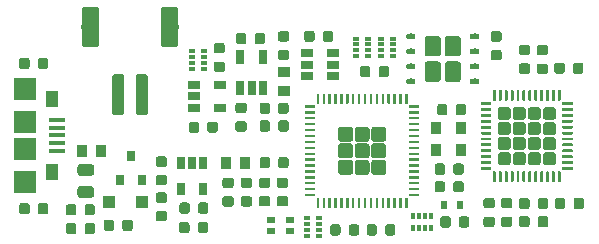
<source format=gbr>
G04 #@! TF.GenerationSoftware,KiCad,Pcbnew,(5.1.2)-1*
G04 #@! TF.CreationDate,2019-07-17T10:41:17+10:00*
G04 #@! TF.ProjectId,iCE40-fpga,69434534-302d-4667-9067-612e6b696361,rev?*
G04 #@! TF.SameCoordinates,Original*
G04 #@! TF.FileFunction,Paste,Top*
G04 #@! TF.FilePolarity,Positive*
%FSLAX46Y46*%
G04 Gerber Fmt 4.6, Leading zero omitted, Abs format (unit mm)*
G04 Created by KiCad (PCBNEW (5.1.2)-1) date 2019-07-17 10:41:17*
%MOMM*%
%LPD*%
G04 APERTURE LIST*
%ADD10C,0.100000*%
%ADD11C,1.500000*%
%ADD12C,1.000000*%
%ADD13R,0.650000X1.220000*%
%ADD14C,0.250000*%
%ADD15C,1.084435*%
%ADD16R,1.000000X0.850000*%
%ADD17R,0.850000X1.000000*%
%ADD18R,0.500000X0.400000*%
%ADD19R,0.500000X0.300000*%
%ADD20R,0.400000X0.500000*%
%ADD21R,0.300000X0.500000*%
%ADD22C,0.875000*%
%ADD23C,0.500000*%
%ADD24C,1.370000*%
%ADD25R,1.350000X0.400000*%
%ADD26R,1.000000X1.350000*%
%ADD27R,1.900000X1.900000*%
%ADD28C,0.975000*%
%ADD29C,0.200000*%
%ADD30C,1.263087*%
%ADD31R,0.900000X1.000000*%
%ADD32R,1.060000X0.650000*%
%ADD33R,0.700000X0.550000*%
%ADD34R,1.100000X1.100000*%
%ADD35R,0.600000X0.700000*%
%ADD36R,0.800000X0.900000*%
%ADD37R,0.650000X1.060000*%
G04 APERTURE END LIST*
D10*
G36*
X33774504Y-22901204D02*
G01*
X33798773Y-22904804D01*
X33822571Y-22910765D01*
X33845671Y-22919030D01*
X33867849Y-22929520D01*
X33888893Y-22942133D01*
X33908598Y-22956747D01*
X33926777Y-22973223D01*
X33943253Y-22991402D01*
X33957867Y-23011107D01*
X33970480Y-23032151D01*
X33980970Y-23054329D01*
X33989235Y-23077429D01*
X33995196Y-23101227D01*
X33998796Y-23125496D01*
X34000000Y-23150000D01*
X34000000Y-26050000D01*
X33998796Y-26074504D01*
X33995196Y-26098773D01*
X33989235Y-26122571D01*
X33980970Y-26145671D01*
X33970480Y-26167849D01*
X33957867Y-26188893D01*
X33943253Y-26208598D01*
X33926777Y-26226777D01*
X33908598Y-26243253D01*
X33888893Y-26257867D01*
X33867849Y-26270480D01*
X33845671Y-26280970D01*
X33822571Y-26289235D01*
X33798773Y-26295196D01*
X33774504Y-26298796D01*
X33750000Y-26300000D01*
X32750000Y-26300000D01*
X32725496Y-26298796D01*
X32701227Y-26295196D01*
X32677429Y-26289235D01*
X32654329Y-26280970D01*
X32632151Y-26270480D01*
X32611107Y-26257867D01*
X32591402Y-26243253D01*
X32573223Y-26226777D01*
X32556747Y-26208598D01*
X32542133Y-26188893D01*
X32529520Y-26167849D01*
X32519030Y-26145671D01*
X32510765Y-26122571D01*
X32504804Y-26098773D01*
X32501204Y-26074504D01*
X32500000Y-26050000D01*
X32500000Y-23150000D01*
X32501204Y-23125496D01*
X32504804Y-23101227D01*
X32510765Y-23077429D01*
X32519030Y-23054329D01*
X32529520Y-23032151D01*
X32542133Y-23011107D01*
X32556747Y-22991402D01*
X32573223Y-22973223D01*
X32591402Y-22956747D01*
X32611107Y-22942133D01*
X32632151Y-22929520D01*
X32654329Y-22919030D01*
X32677429Y-22910765D01*
X32701227Y-22904804D01*
X32725496Y-22901204D01*
X32750000Y-22900000D01*
X33750000Y-22900000D01*
X33774504Y-22901204D01*
X33774504Y-22901204D01*
G37*
D11*
X33250000Y-24600000D03*
D10*
G36*
X40474504Y-22901204D02*
G01*
X40498773Y-22904804D01*
X40522571Y-22910765D01*
X40545671Y-22919030D01*
X40567849Y-22929520D01*
X40588893Y-22942133D01*
X40608598Y-22956747D01*
X40626777Y-22973223D01*
X40643253Y-22991402D01*
X40657867Y-23011107D01*
X40670480Y-23032151D01*
X40680970Y-23054329D01*
X40689235Y-23077429D01*
X40695196Y-23101227D01*
X40698796Y-23125496D01*
X40700000Y-23150000D01*
X40700000Y-26050000D01*
X40698796Y-26074504D01*
X40695196Y-26098773D01*
X40689235Y-26122571D01*
X40680970Y-26145671D01*
X40670480Y-26167849D01*
X40657867Y-26188893D01*
X40643253Y-26208598D01*
X40626777Y-26226777D01*
X40608598Y-26243253D01*
X40588893Y-26257867D01*
X40567849Y-26270480D01*
X40545671Y-26280970D01*
X40522571Y-26289235D01*
X40498773Y-26295196D01*
X40474504Y-26298796D01*
X40450000Y-26300000D01*
X39450000Y-26300000D01*
X39425496Y-26298796D01*
X39401227Y-26295196D01*
X39377429Y-26289235D01*
X39354329Y-26280970D01*
X39332151Y-26270480D01*
X39311107Y-26257867D01*
X39291402Y-26243253D01*
X39273223Y-26226777D01*
X39256747Y-26208598D01*
X39242133Y-26188893D01*
X39229520Y-26167849D01*
X39219030Y-26145671D01*
X39210765Y-26122571D01*
X39204804Y-26098773D01*
X39201204Y-26074504D01*
X39200000Y-26050000D01*
X39200000Y-23150000D01*
X39201204Y-23125496D01*
X39204804Y-23101227D01*
X39210765Y-23077429D01*
X39219030Y-23054329D01*
X39229520Y-23032151D01*
X39242133Y-23011107D01*
X39256747Y-22991402D01*
X39273223Y-22973223D01*
X39291402Y-22956747D01*
X39311107Y-22942133D01*
X39332151Y-22929520D01*
X39354329Y-22919030D01*
X39377429Y-22910765D01*
X39401227Y-22904804D01*
X39425496Y-22901204D01*
X39450000Y-22900000D01*
X40450000Y-22900000D01*
X40474504Y-22901204D01*
X40474504Y-22901204D01*
G37*
D11*
X39950000Y-24600000D03*
D10*
G36*
X35874504Y-28601204D02*
G01*
X35898773Y-28604804D01*
X35922571Y-28610765D01*
X35945671Y-28619030D01*
X35967849Y-28629520D01*
X35988893Y-28642133D01*
X36008598Y-28656747D01*
X36026777Y-28673223D01*
X36043253Y-28691402D01*
X36057867Y-28711107D01*
X36070480Y-28732151D01*
X36080970Y-28754329D01*
X36089235Y-28777429D01*
X36095196Y-28801227D01*
X36098796Y-28825496D01*
X36100000Y-28850000D01*
X36100000Y-31850000D01*
X36098796Y-31874504D01*
X36095196Y-31898773D01*
X36089235Y-31922571D01*
X36080970Y-31945671D01*
X36070480Y-31967849D01*
X36057867Y-31988893D01*
X36043253Y-32008598D01*
X36026777Y-32026777D01*
X36008598Y-32043253D01*
X35988893Y-32057867D01*
X35967849Y-32070480D01*
X35945671Y-32080970D01*
X35922571Y-32089235D01*
X35898773Y-32095196D01*
X35874504Y-32098796D01*
X35850000Y-32100000D01*
X35350000Y-32100000D01*
X35325496Y-32098796D01*
X35301227Y-32095196D01*
X35277429Y-32089235D01*
X35254329Y-32080970D01*
X35232151Y-32070480D01*
X35211107Y-32057867D01*
X35191402Y-32043253D01*
X35173223Y-32026777D01*
X35156747Y-32008598D01*
X35142133Y-31988893D01*
X35129520Y-31967849D01*
X35119030Y-31945671D01*
X35110765Y-31922571D01*
X35104804Y-31898773D01*
X35101204Y-31874504D01*
X35100000Y-31850000D01*
X35100000Y-28850000D01*
X35101204Y-28825496D01*
X35104804Y-28801227D01*
X35110765Y-28777429D01*
X35119030Y-28754329D01*
X35129520Y-28732151D01*
X35142133Y-28711107D01*
X35156747Y-28691402D01*
X35173223Y-28673223D01*
X35191402Y-28656747D01*
X35211107Y-28642133D01*
X35232151Y-28629520D01*
X35254329Y-28619030D01*
X35277429Y-28610765D01*
X35301227Y-28604804D01*
X35325496Y-28601204D01*
X35350000Y-28600000D01*
X35850000Y-28600000D01*
X35874504Y-28601204D01*
X35874504Y-28601204D01*
G37*
D12*
X35600000Y-30350000D03*
D10*
G36*
X37874504Y-28601204D02*
G01*
X37898773Y-28604804D01*
X37922571Y-28610765D01*
X37945671Y-28619030D01*
X37967849Y-28629520D01*
X37988893Y-28642133D01*
X38008598Y-28656747D01*
X38026777Y-28673223D01*
X38043253Y-28691402D01*
X38057867Y-28711107D01*
X38070480Y-28732151D01*
X38080970Y-28754329D01*
X38089235Y-28777429D01*
X38095196Y-28801227D01*
X38098796Y-28825496D01*
X38100000Y-28850000D01*
X38100000Y-31850000D01*
X38098796Y-31874504D01*
X38095196Y-31898773D01*
X38089235Y-31922571D01*
X38080970Y-31945671D01*
X38070480Y-31967849D01*
X38057867Y-31988893D01*
X38043253Y-32008598D01*
X38026777Y-32026777D01*
X38008598Y-32043253D01*
X37988893Y-32057867D01*
X37967849Y-32070480D01*
X37945671Y-32080970D01*
X37922571Y-32089235D01*
X37898773Y-32095196D01*
X37874504Y-32098796D01*
X37850000Y-32100000D01*
X37350000Y-32100000D01*
X37325496Y-32098796D01*
X37301227Y-32095196D01*
X37277429Y-32089235D01*
X37254329Y-32080970D01*
X37232151Y-32070480D01*
X37211107Y-32057867D01*
X37191402Y-32043253D01*
X37173223Y-32026777D01*
X37156747Y-32008598D01*
X37142133Y-31988893D01*
X37129520Y-31967849D01*
X37119030Y-31945671D01*
X37110765Y-31922571D01*
X37104804Y-31898773D01*
X37101204Y-31874504D01*
X37100000Y-31850000D01*
X37100000Y-28850000D01*
X37101204Y-28825496D01*
X37104804Y-28801227D01*
X37110765Y-28777429D01*
X37119030Y-28754329D01*
X37129520Y-28732151D01*
X37142133Y-28711107D01*
X37156747Y-28691402D01*
X37173223Y-28673223D01*
X37191402Y-28656747D01*
X37211107Y-28642133D01*
X37232151Y-28629520D01*
X37254329Y-28619030D01*
X37277429Y-28610765D01*
X37301227Y-28604804D01*
X37325496Y-28601204D01*
X37350000Y-28600000D01*
X37850000Y-28600000D01*
X37874504Y-28601204D01*
X37874504Y-28601204D01*
G37*
D12*
X37600000Y-30350000D03*
D13*
X45950000Y-27190000D03*
X47850000Y-27190000D03*
X47850000Y-29810000D03*
X46900000Y-29810000D03*
X45950000Y-29810000D03*
D10*
G36*
X74018626Y-30975301D02*
G01*
X74024693Y-30976201D01*
X74030643Y-30977691D01*
X74036418Y-30979758D01*
X74041962Y-30982380D01*
X74047223Y-30985533D01*
X74052150Y-30989187D01*
X74056694Y-30993306D01*
X74060813Y-30997850D01*
X74064467Y-31002777D01*
X74067620Y-31008038D01*
X74070242Y-31013582D01*
X74072309Y-31019357D01*
X74073799Y-31025307D01*
X74074699Y-31031374D01*
X74075000Y-31037500D01*
X74075000Y-31162500D01*
X74074699Y-31168626D01*
X74073799Y-31174693D01*
X74072309Y-31180643D01*
X74070242Y-31186418D01*
X74067620Y-31191962D01*
X74064467Y-31197223D01*
X74060813Y-31202150D01*
X74056694Y-31206694D01*
X74052150Y-31210813D01*
X74047223Y-31214467D01*
X74041962Y-31217620D01*
X74036418Y-31220242D01*
X74030643Y-31222309D01*
X74024693Y-31223799D01*
X74018626Y-31224699D01*
X74012500Y-31225000D01*
X73262500Y-31225000D01*
X73256374Y-31224699D01*
X73250307Y-31223799D01*
X73244357Y-31222309D01*
X73238582Y-31220242D01*
X73233038Y-31217620D01*
X73227777Y-31214467D01*
X73222850Y-31210813D01*
X73218306Y-31206694D01*
X73214187Y-31202150D01*
X73210533Y-31197223D01*
X73207380Y-31191962D01*
X73204758Y-31186418D01*
X73202691Y-31180643D01*
X73201201Y-31174693D01*
X73200301Y-31168626D01*
X73200000Y-31162500D01*
X73200000Y-31037500D01*
X73200301Y-31031374D01*
X73201201Y-31025307D01*
X73202691Y-31019357D01*
X73204758Y-31013582D01*
X73207380Y-31008038D01*
X73210533Y-31002777D01*
X73214187Y-30997850D01*
X73218306Y-30993306D01*
X73222850Y-30989187D01*
X73227777Y-30985533D01*
X73233038Y-30982380D01*
X73238582Y-30979758D01*
X73244357Y-30977691D01*
X73250307Y-30976201D01*
X73256374Y-30975301D01*
X73262500Y-30975000D01*
X74012500Y-30975000D01*
X74018626Y-30975301D01*
X74018626Y-30975301D01*
G37*
D14*
X73637500Y-31100000D03*
D10*
G36*
X74018626Y-31475301D02*
G01*
X74024693Y-31476201D01*
X74030643Y-31477691D01*
X74036418Y-31479758D01*
X74041962Y-31482380D01*
X74047223Y-31485533D01*
X74052150Y-31489187D01*
X74056694Y-31493306D01*
X74060813Y-31497850D01*
X74064467Y-31502777D01*
X74067620Y-31508038D01*
X74070242Y-31513582D01*
X74072309Y-31519357D01*
X74073799Y-31525307D01*
X74074699Y-31531374D01*
X74075000Y-31537500D01*
X74075000Y-31662500D01*
X74074699Y-31668626D01*
X74073799Y-31674693D01*
X74072309Y-31680643D01*
X74070242Y-31686418D01*
X74067620Y-31691962D01*
X74064467Y-31697223D01*
X74060813Y-31702150D01*
X74056694Y-31706694D01*
X74052150Y-31710813D01*
X74047223Y-31714467D01*
X74041962Y-31717620D01*
X74036418Y-31720242D01*
X74030643Y-31722309D01*
X74024693Y-31723799D01*
X74018626Y-31724699D01*
X74012500Y-31725000D01*
X73262500Y-31725000D01*
X73256374Y-31724699D01*
X73250307Y-31723799D01*
X73244357Y-31722309D01*
X73238582Y-31720242D01*
X73233038Y-31717620D01*
X73227777Y-31714467D01*
X73222850Y-31710813D01*
X73218306Y-31706694D01*
X73214187Y-31702150D01*
X73210533Y-31697223D01*
X73207380Y-31691962D01*
X73204758Y-31686418D01*
X73202691Y-31680643D01*
X73201201Y-31674693D01*
X73200301Y-31668626D01*
X73200000Y-31662500D01*
X73200000Y-31537500D01*
X73200301Y-31531374D01*
X73201201Y-31525307D01*
X73202691Y-31519357D01*
X73204758Y-31513582D01*
X73207380Y-31508038D01*
X73210533Y-31502777D01*
X73214187Y-31497850D01*
X73218306Y-31493306D01*
X73222850Y-31489187D01*
X73227777Y-31485533D01*
X73233038Y-31482380D01*
X73238582Y-31479758D01*
X73244357Y-31477691D01*
X73250307Y-31476201D01*
X73256374Y-31475301D01*
X73262500Y-31475000D01*
X74012500Y-31475000D01*
X74018626Y-31475301D01*
X74018626Y-31475301D01*
G37*
D14*
X73637500Y-31600000D03*
D10*
G36*
X74018626Y-31975301D02*
G01*
X74024693Y-31976201D01*
X74030643Y-31977691D01*
X74036418Y-31979758D01*
X74041962Y-31982380D01*
X74047223Y-31985533D01*
X74052150Y-31989187D01*
X74056694Y-31993306D01*
X74060813Y-31997850D01*
X74064467Y-32002777D01*
X74067620Y-32008038D01*
X74070242Y-32013582D01*
X74072309Y-32019357D01*
X74073799Y-32025307D01*
X74074699Y-32031374D01*
X74075000Y-32037500D01*
X74075000Y-32162500D01*
X74074699Y-32168626D01*
X74073799Y-32174693D01*
X74072309Y-32180643D01*
X74070242Y-32186418D01*
X74067620Y-32191962D01*
X74064467Y-32197223D01*
X74060813Y-32202150D01*
X74056694Y-32206694D01*
X74052150Y-32210813D01*
X74047223Y-32214467D01*
X74041962Y-32217620D01*
X74036418Y-32220242D01*
X74030643Y-32222309D01*
X74024693Y-32223799D01*
X74018626Y-32224699D01*
X74012500Y-32225000D01*
X73262500Y-32225000D01*
X73256374Y-32224699D01*
X73250307Y-32223799D01*
X73244357Y-32222309D01*
X73238582Y-32220242D01*
X73233038Y-32217620D01*
X73227777Y-32214467D01*
X73222850Y-32210813D01*
X73218306Y-32206694D01*
X73214187Y-32202150D01*
X73210533Y-32197223D01*
X73207380Y-32191962D01*
X73204758Y-32186418D01*
X73202691Y-32180643D01*
X73201201Y-32174693D01*
X73200301Y-32168626D01*
X73200000Y-32162500D01*
X73200000Y-32037500D01*
X73200301Y-32031374D01*
X73201201Y-32025307D01*
X73202691Y-32019357D01*
X73204758Y-32013582D01*
X73207380Y-32008038D01*
X73210533Y-32002777D01*
X73214187Y-31997850D01*
X73218306Y-31993306D01*
X73222850Y-31989187D01*
X73227777Y-31985533D01*
X73233038Y-31982380D01*
X73238582Y-31979758D01*
X73244357Y-31977691D01*
X73250307Y-31976201D01*
X73256374Y-31975301D01*
X73262500Y-31975000D01*
X74012500Y-31975000D01*
X74018626Y-31975301D01*
X74018626Y-31975301D01*
G37*
D14*
X73637500Y-32100000D03*
D10*
G36*
X74018626Y-32475301D02*
G01*
X74024693Y-32476201D01*
X74030643Y-32477691D01*
X74036418Y-32479758D01*
X74041962Y-32482380D01*
X74047223Y-32485533D01*
X74052150Y-32489187D01*
X74056694Y-32493306D01*
X74060813Y-32497850D01*
X74064467Y-32502777D01*
X74067620Y-32508038D01*
X74070242Y-32513582D01*
X74072309Y-32519357D01*
X74073799Y-32525307D01*
X74074699Y-32531374D01*
X74075000Y-32537500D01*
X74075000Y-32662500D01*
X74074699Y-32668626D01*
X74073799Y-32674693D01*
X74072309Y-32680643D01*
X74070242Y-32686418D01*
X74067620Y-32691962D01*
X74064467Y-32697223D01*
X74060813Y-32702150D01*
X74056694Y-32706694D01*
X74052150Y-32710813D01*
X74047223Y-32714467D01*
X74041962Y-32717620D01*
X74036418Y-32720242D01*
X74030643Y-32722309D01*
X74024693Y-32723799D01*
X74018626Y-32724699D01*
X74012500Y-32725000D01*
X73262500Y-32725000D01*
X73256374Y-32724699D01*
X73250307Y-32723799D01*
X73244357Y-32722309D01*
X73238582Y-32720242D01*
X73233038Y-32717620D01*
X73227777Y-32714467D01*
X73222850Y-32710813D01*
X73218306Y-32706694D01*
X73214187Y-32702150D01*
X73210533Y-32697223D01*
X73207380Y-32691962D01*
X73204758Y-32686418D01*
X73202691Y-32680643D01*
X73201201Y-32674693D01*
X73200301Y-32668626D01*
X73200000Y-32662500D01*
X73200000Y-32537500D01*
X73200301Y-32531374D01*
X73201201Y-32525307D01*
X73202691Y-32519357D01*
X73204758Y-32513582D01*
X73207380Y-32508038D01*
X73210533Y-32502777D01*
X73214187Y-32497850D01*
X73218306Y-32493306D01*
X73222850Y-32489187D01*
X73227777Y-32485533D01*
X73233038Y-32482380D01*
X73238582Y-32479758D01*
X73244357Y-32477691D01*
X73250307Y-32476201D01*
X73256374Y-32475301D01*
X73262500Y-32475000D01*
X74012500Y-32475000D01*
X74018626Y-32475301D01*
X74018626Y-32475301D01*
G37*
D14*
X73637500Y-32600000D03*
D10*
G36*
X74018626Y-32975301D02*
G01*
X74024693Y-32976201D01*
X74030643Y-32977691D01*
X74036418Y-32979758D01*
X74041962Y-32982380D01*
X74047223Y-32985533D01*
X74052150Y-32989187D01*
X74056694Y-32993306D01*
X74060813Y-32997850D01*
X74064467Y-33002777D01*
X74067620Y-33008038D01*
X74070242Y-33013582D01*
X74072309Y-33019357D01*
X74073799Y-33025307D01*
X74074699Y-33031374D01*
X74075000Y-33037500D01*
X74075000Y-33162500D01*
X74074699Y-33168626D01*
X74073799Y-33174693D01*
X74072309Y-33180643D01*
X74070242Y-33186418D01*
X74067620Y-33191962D01*
X74064467Y-33197223D01*
X74060813Y-33202150D01*
X74056694Y-33206694D01*
X74052150Y-33210813D01*
X74047223Y-33214467D01*
X74041962Y-33217620D01*
X74036418Y-33220242D01*
X74030643Y-33222309D01*
X74024693Y-33223799D01*
X74018626Y-33224699D01*
X74012500Y-33225000D01*
X73262500Y-33225000D01*
X73256374Y-33224699D01*
X73250307Y-33223799D01*
X73244357Y-33222309D01*
X73238582Y-33220242D01*
X73233038Y-33217620D01*
X73227777Y-33214467D01*
X73222850Y-33210813D01*
X73218306Y-33206694D01*
X73214187Y-33202150D01*
X73210533Y-33197223D01*
X73207380Y-33191962D01*
X73204758Y-33186418D01*
X73202691Y-33180643D01*
X73201201Y-33174693D01*
X73200301Y-33168626D01*
X73200000Y-33162500D01*
X73200000Y-33037500D01*
X73200301Y-33031374D01*
X73201201Y-33025307D01*
X73202691Y-33019357D01*
X73204758Y-33013582D01*
X73207380Y-33008038D01*
X73210533Y-33002777D01*
X73214187Y-32997850D01*
X73218306Y-32993306D01*
X73222850Y-32989187D01*
X73227777Y-32985533D01*
X73233038Y-32982380D01*
X73238582Y-32979758D01*
X73244357Y-32977691D01*
X73250307Y-32976201D01*
X73256374Y-32975301D01*
X73262500Y-32975000D01*
X74012500Y-32975000D01*
X74018626Y-32975301D01*
X74018626Y-32975301D01*
G37*
D14*
X73637500Y-33100000D03*
D10*
G36*
X74018626Y-33475301D02*
G01*
X74024693Y-33476201D01*
X74030643Y-33477691D01*
X74036418Y-33479758D01*
X74041962Y-33482380D01*
X74047223Y-33485533D01*
X74052150Y-33489187D01*
X74056694Y-33493306D01*
X74060813Y-33497850D01*
X74064467Y-33502777D01*
X74067620Y-33508038D01*
X74070242Y-33513582D01*
X74072309Y-33519357D01*
X74073799Y-33525307D01*
X74074699Y-33531374D01*
X74075000Y-33537500D01*
X74075000Y-33662500D01*
X74074699Y-33668626D01*
X74073799Y-33674693D01*
X74072309Y-33680643D01*
X74070242Y-33686418D01*
X74067620Y-33691962D01*
X74064467Y-33697223D01*
X74060813Y-33702150D01*
X74056694Y-33706694D01*
X74052150Y-33710813D01*
X74047223Y-33714467D01*
X74041962Y-33717620D01*
X74036418Y-33720242D01*
X74030643Y-33722309D01*
X74024693Y-33723799D01*
X74018626Y-33724699D01*
X74012500Y-33725000D01*
X73262500Y-33725000D01*
X73256374Y-33724699D01*
X73250307Y-33723799D01*
X73244357Y-33722309D01*
X73238582Y-33720242D01*
X73233038Y-33717620D01*
X73227777Y-33714467D01*
X73222850Y-33710813D01*
X73218306Y-33706694D01*
X73214187Y-33702150D01*
X73210533Y-33697223D01*
X73207380Y-33691962D01*
X73204758Y-33686418D01*
X73202691Y-33680643D01*
X73201201Y-33674693D01*
X73200301Y-33668626D01*
X73200000Y-33662500D01*
X73200000Y-33537500D01*
X73200301Y-33531374D01*
X73201201Y-33525307D01*
X73202691Y-33519357D01*
X73204758Y-33513582D01*
X73207380Y-33508038D01*
X73210533Y-33502777D01*
X73214187Y-33497850D01*
X73218306Y-33493306D01*
X73222850Y-33489187D01*
X73227777Y-33485533D01*
X73233038Y-33482380D01*
X73238582Y-33479758D01*
X73244357Y-33477691D01*
X73250307Y-33476201D01*
X73256374Y-33475301D01*
X73262500Y-33475000D01*
X74012500Y-33475000D01*
X74018626Y-33475301D01*
X74018626Y-33475301D01*
G37*
D14*
X73637500Y-33600000D03*
D10*
G36*
X74018626Y-33975301D02*
G01*
X74024693Y-33976201D01*
X74030643Y-33977691D01*
X74036418Y-33979758D01*
X74041962Y-33982380D01*
X74047223Y-33985533D01*
X74052150Y-33989187D01*
X74056694Y-33993306D01*
X74060813Y-33997850D01*
X74064467Y-34002777D01*
X74067620Y-34008038D01*
X74070242Y-34013582D01*
X74072309Y-34019357D01*
X74073799Y-34025307D01*
X74074699Y-34031374D01*
X74075000Y-34037500D01*
X74075000Y-34162500D01*
X74074699Y-34168626D01*
X74073799Y-34174693D01*
X74072309Y-34180643D01*
X74070242Y-34186418D01*
X74067620Y-34191962D01*
X74064467Y-34197223D01*
X74060813Y-34202150D01*
X74056694Y-34206694D01*
X74052150Y-34210813D01*
X74047223Y-34214467D01*
X74041962Y-34217620D01*
X74036418Y-34220242D01*
X74030643Y-34222309D01*
X74024693Y-34223799D01*
X74018626Y-34224699D01*
X74012500Y-34225000D01*
X73262500Y-34225000D01*
X73256374Y-34224699D01*
X73250307Y-34223799D01*
X73244357Y-34222309D01*
X73238582Y-34220242D01*
X73233038Y-34217620D01*
X73227777Y-34214467D01*
X73222850Y-34210813D01*
X73218306Y-34206694D01*
X73214187Y-34202150D01*
X73210533Y-34197223D01*
X73207380Y-34191962D01*
X73204758Y-34186418D01*
X73202691Y-34180643D01*
X73201201Y-34174693D01*
X73200301Y-34168626D01*
X73200000Y-34162500D01*
X73200000Y-34037500D01*
X73200301Y-34031374D01*
X73201201Y-34025307D01*
X73202691Y-34019357D01*
X73204758Y-34013582D01*
X73207380Y-34008038D01*
X73210533Y-34002777D01*
X73214187Y-33997850D01*
X73218306Y-33993306D01*
X73222850Y-33989187D01*
X73227777Y-33985533D01*
X73233038Y-33982380D01*
X73238582Y-33979758D01*
X73244357Y-33977691D01*
X73250307Y-33976201D01*
X73256374Y-33975301D01*
X73262500Y-33975000D01*
X74012500Y-33975000D01*
X74018626Y-33975301D01*
X74018626Y-33975301D01*
G37*
D14*
X73637500Y-34100000D03*
D10*
G36*
X74018626Y-34475301D02*
G01*
X74024693Y-34476201D01*
X74030643Y-34477691D01*
X74036418Y-34479758D01*
X74041962Y-34482380D01*
X74047223Y-34485533D01*
X74052150Y-34489187D01*
X74056694Y-34493306D01*
X74060813Y-34497850D01*
X74064467Y-34502777D01*
X74067620Y-34508038D01*
X74070242Y-34513582D01*
X74072309Y-34519357D01*
X74073799Y-34525307D01*
X74074699Y-34531374D01*
X74075000Y-34537500D01*
X74075000Y-34662500D01*
X74074699Y-34668626D01*
X74073799Y-34674693D01*
X74072309Y-34680643D01*
X74070242Y-34686418D01*
X74067620Y-34691962D01*
X74064467Y-34697223D01*
X74060813Y-34702150D01*
X74056694Y-34706694D01*
X74052150Y-34710813D01*
X74047223Y-34714467D01*
X74041962Y-34717620D01*
X74036418Y-34720242D01*
X74030643Y-34722309D01*
X74024693Y-34723799D01*
X74018626Y-34724699D01*
X74012500Y-34725000D01*
X73262500Y-34725000D01*
X73256374Y-34724699D01*
X73250307Y-34723799D01*
X73244357Y-34722309D01*
X73238582Y-34720242D01*
X73233038Y-34717620D01*
X73227777Y-34714467D01*
X73222850Y-34710813D01*
X73218306Y-34706694D01*
X73214187Y-34702150D01*
X73210533Y-34697223D01*
X73207380Y-34691962D01*
X73204758Y-34686418D01*
X73202691Y-34680643D01*
X73201201Y-34674693D01*
X73200301Y-34668626D01*
X73200000Y-34662500D01*
X73200000Y-34537500D01*
X73200301Y-34531374D01*
X73201201Y-34525307D01*
X73202691Y-34519357D01*
X73204758Y-34513582D01*
X73207380Y-34508038D01*
X73210533Y-34502777D01*
X73214187Y-34497850D01*
X73218306Y-34493306D01*
X73222850Y-34489187D01*
X73227777Y-34485533D01*
X73233038Y-34482380D01*
X73238582Y-34479758D01*
X73244357Y-34477691D01*
X73250307Y-34476201D01*
X73256374Y-34475301D01*
X73262500Y-34475000D01*
X74012500Y-34475000D01*
X74018626Y-34475301D01*
X74018626Y-34475301D01*
G37*
D14*
X73637500Y-34600000D03*
D10*
G36*
X74018626Y-34975301D02*
G01*
X74024693Y-34976201D01*
X74030643Y-34977691D01*
X74036418Y-34979758D01*
X74041962Y-34982380D01*
X74047223Y-34985533D01*
X74052150Y-34989187D01*
X74056694Y-34993306D01*
X74060813Y-34997850D01*
X74064467Y-35002777D01*
X74067620Y-35008038D01*
X74070242Y-35013582D01*
X74072309Y-35019357D01*
X74073799Y-35025307D01*
X74074699Y-35031374D01*
X74075000Y-35037500D01*
X74075000Y-35162500D01*
X74074699Y-35168626D01*
X74073799Y-35174693D01*
X74072309Y-35180643D01*
X74070242Y-35186418D01*
X74067620Y-35191962D01*
X74064467Y-35197223D01*
X74060813Y-35202150D01*
X74056694Y-35206694D01*
X74052150Y-35210813D01*
X74047223Y-35214467D01*
X74041962Y-35217620D01*
X74036418Y-35220242D01*
X74030643Y-35222309D01*
X74024693Y-35223799D01*
X74018626Y-35224699D01*
X74012500Y-35225000D01*
X73262500Y-35225000D01*
X73256374Y-35224699D01*
X73250307Y-35223799D01*
X73244357Y-35222309D01*
X73238582Y-35220242D01*
X73233038Y-35217620D01*
X73227777Y-35214467D01*
X73222850Y-35210813D01*
X73218306Y-35206694D01*
X73214187Y-35202150D01*
X73210533Y-35197223D01*
X73207380Y-35191962D01*
X73204758Y-35186418D01*
X73202691Y-35180643D01*
X73201201Y-35174693D01*
X73200301Y-35168626D01*
X73200000Y-35162500D01*
X73200000Y-35037500D01*
X73200301Y-35031374D01*
X73201201Y-35025307D01*
X73202691Y-35019357D01*
X73204758Y-35013582D01*
X73207380Y-35008038D01*
X73210533Y-35002777D01*
X73214187Y-34997850D01*
X73218306Y-34993306D01*
X73222850Y-34989187D01*
X73227777Y-34985533D01*
X73233038Y-34982380D01*
X73238582Y-34979758D01*
X73244357Y-34977691D01*
X73250307Y-34976201D01*
X73256374Y-34975301D01*
X73262500Y-34975000D01*
X74012500Y-34975000D01*
X74018626Y-34975301D01*
X74018626Y-34975301D01*
G37*
D14*
X73637500Y-35100000D03*
D10*
G36*
X74018626Y-35475301D02*
G01*
X74024693Y-35476201D01*
X74030643Y-35477691D01*
X74036418Y-35479758D01*
X74041962Y-35482380D01*
X74047223Y-35485533D01*
X74052150Y-35489187D01*
X74056694Y-35493306D01*
X74060813Y-35497850D01*
X74064467Y-35502777D01*
X74067620Y-35508038D01*
X74070242Y-35513582D01*
X74072309Y-35519357D01*
X74073799Y-35525307D01*
X74074699Y-35531374D01*
X74075000Y-35537500D01*
X74075000Y-35662500D01*
X74074699Y-35668626D01*
X74073799Y-35674693D01*
X74072309Y-35680643D01*
X74070242Y-35686418D01*
X74067620Y-35691962D01*
X74064467Y-35697223D01*
X74060813Y-35702150D01*
X74056694Y-35706694D01*
X74052150Y-35710813D01*
X74047223Y-35714467D01*
X74041962Y-35717620D01*
X74036418Y-35720242D01*
X74030643Y-35722309D01*
X74024693Y-35723799D01*
X74018626Y-35724699D01*
X74012500Y-35725000D01*
X73262500Y-35725000D01*
X73256374Y-35724699D01*
X73250307Y-35723799D01*
X73244357Y-35722309D01*
X73238582Y-35720242D01*
X73233038Y-35717620D01*
X73227777Y-35714467D01*
X73222850Y-35710813D01*
X73218306Y-35706694D01*
X73214187Y-35702150D01*
X73210533Y-35697223D01*
X73207380Y-35691962D01*
X73204758Y-35686418D01*
X73202691Y-35680643D01*
X73201201Y-35674693D01*
X73200301Y-35668626D01*
X73200000Y-35662500D01*
X73200000Y-35537500D01*
X73200301Y-35531374D01*
X73201201Y-35525307D01*
X73202691Y-35519357D01*
X73204758Y-35513582D01*
X73207380Y-35508038D01*
X73210533Y-35502777D01*
X73214187Y-35497850D01*
X73218306Y-35493306D01*
X73222850Y-35489187D01*
X73227777Y-35485533D01*
X73233038Y-35482380D01*
X73238582Y-35479758D01*
X73244357Y-35477691D01*
X73250307Y-35476201D01*
X73256374Y-35475301D01*
X73262500Y-35475000D01*
X74012500Y-35475000D01*
X74018626Y-35475301D01*
X74018626Y-35475301D01*
G37*
D14*
X73637500Y-35600000D03*
D10*
G36*
X74018626Y-35975301D02*
G01*
X74024693Y-35976201D01*
X74030643Y-35977691D01*
X74036418Y-35979758D01*
X74041962Y-35982380D01*
X74047223Y-35985533D01*
X74052150Y-35989187D01*
X74056694Y-35993306D01*
X74060813Y-35997850D01*
X74064467Y-36002777D01*
X74067620Y-36008038D01*
X74070242Y-36013582D01*
X74072309Y-36019357D01*
X74073799Y-36025307D01*
X74074699Y-36031374D01*
X74075000Y-36037500D01*
X74075000Y-36162500D01*
X74074699Y-36168626D01*
X74073799Y-36174693D01*
X74072309Y-36180643D01*
X74070242Y-36186418D01*
X74067620Y-36191962D01*
X74064467Y-36197223D01*
X74060813Y-36202150D01*
X74056694Y-36206694D01*
X74052150Y-36210813D01*
X74047223Y-36214467D01*
X74041962Y-36217620D01*
X74036418Y-36220242D01*
X74030643Y-36222309D01*
X74024693Y-36223799D01*
X74018626Y-36224699D01*
X74012500Y-36225000D01*
X73262500Y-36225000D01*
X73256374Y-36224699D01*
X73250307Y-36223799D01*
X73244357Y-36222309D01*
X73238582Y-36220242D01*
X73233038Y-36217620D01*
X73227777Y-36214467D01*
X73222850Y-36210813D01*
X73218306Y-36206694D01*
X73214187Y-36202150D01*
X73210533Y-36197223D01*
X73207380Y-36191962D01*
X73204758Y-36186418D01*
X73202691Y-36180643D01*
X73201201Y-36174693D01*
X73200301Y-36168626D01*
X73200000Y-36162500D01*
X73200000Y-36037500D01*
X73200301Y-36031374D01*
X73201201Y-36025307D01*
X73202691Y-36019357D01*
X73204758Y-36013582D01*
X73207380Y-36008038D01*
X73210533Y-36002777D01*
X73214187Y-35997850D01*
X73218306Y-35993306D01*
X73222850Y-35989187D01*
X73227777Y-35985533D01*
X73233038Y-35982380D01*
X73238582Y-35979758D01*
X73244357Y-35977691D01*
X73250307Y-35976201D01*
X73256374Y-35975301D01*
X73262500Y-35975000D01*
X74012500Y-35975000D01*
X74018626Y-35975301D01*
X74018626Y-35975301D01*
G37*
D14*
X73637500Y-36100000D03*
D10*
G36*
X74018626Y-36475301D02*
G01*
X74024693Y-36476201D01*
X74030643Y-36477691D01*
X74036418Y-36479758D01*
X74041962Y-36482380D01*
X74047223Y-36485533D01*
X74052150Y-36489187D01*
X74056694Y-36493306D01*
X74060813Y-36497850D01*
X74064467Y-36502777D01*
X74067620Y-36508038D01*
X74070242Y-36513582D01*
X74072309Y-36519357D01*
X74073799Y-36525307D01*
X74074699Y-36531374D01*
X74075000Y-36537500D01*
X74075000Y-36662500D01*
X74074699Y-36668626D01*
X74073799Y-36674693D01*
X74072309Y-36680643D01*
X74070242Y-36686418D01*
X74067620Y-36691962D01*
X74064467Y-36697223D01*
X74060813Y-36702150D01*
X74056694Y-36706694D01*
X74052150Y-36710813D01*
X74047223Y-36714467D01*
X74041962Y-36717620D01*
X74036418Y-36720242D01*
X74030643Y-36722309D01*
X74024693Y-36723799D01*
X74018626Y-36724699D01*
X74012500Y-36725000D01*
X73262500Y-36725000D01*
X73256374Y-36724699D01*
X73250307Y-36723799D01*
X73244357Y-36722309D01*
X73238582Y-36720242D01*
X73233038Y-36717620D01*
X73227777Y-36714467D01*
X73222850Y-36710813D01*
X73218306Y-36706694D01*
X73214187Y-36702150D01*
X73210533Y-36697223D01*
X73207380Y-36691962D01*
X73204758Y-36686418D01*
X73202691Y-36680643D01*
X73201201Y-36674693D01*
X73200301Y-36668626D01*
X73200000Y-36662500D01*
X73200000Y-36537500D01*
X73200301Y-36531374D01*
X73201201Y-36525307D01*
X73202691Y-36519357D01*
X73204758Y-36513582D01*
X73207380Y-36508038D01*
X73210533Y-36502777D01*
X73214187Y-36497850D01*
X73218306Y-36493306D01*
X73222850Y-36489187D01*
X73227777Y-36485533D01*
X73233038Y-36482380D01*
X73238582Y-36479758D01*
X73244357Y-36477691D01*
X73250307Y-36476201D01*
X73256374Y-36475301D01*
X73262500Y-36475000D01*
X74012500Y-36475000D01*
X74018626Y-36475301D01*
X74018626Y-36475301D01*
G37*
D14*
X73637500Y-36600000D03*
D10*
G36*
X73018626Y-36850301D02*
G01*
X73024693Y-36851201D01*
X73030643Y-36852691D01*
X73036418Y-36854758D01*
X73041962Y-36857380D01*
X73047223Y-36860533D01*
X73052150Y-36864187D01*
X73056694Y-36868306D01*
X73060813Y-36872850D01*
X73064467Y-36877777D01*
X73067620Y-36883038D01*
X73070242Y-36888582D01*
X73072309Y-36894357D01*
X73073799Y-36900307D01*
X73074699Y-36906374D01*
X73075000Y-36912500D01*
X73075000Y-37662500D01*
X73074699Y-37668626D01*
X73073799Y-37674693D01*
X73072309Y-37680643D01*
X73070242Y-37686418D01*
X73067620Y-37691962D01*
X73064467Y-37697223D01*
X73060813Y-37702150D01*
X73056694Y-37706694D01*
X73052150Y-37710813D01*
X73047223Y-37714467D01*
X73041962Y-37717620D01*
X73036418Y-37720242D01*
X73030643Y-37722309D01*
X73024693Y-37723799D01*
X73018626Y-37724699D01*
X73012500Y-37725000D01*
X72887500Y-37725000D01*
X72881374Y-37724699D01*
X72875307Y-37723799D01*
X72869357Y-37722309D01*
X72863582Y-37720242D01*
X72858038Y-37717620D01*
X72852777Y-37714467D01*
X72847850Y-37710813D01*
X72843306Y-37706694D01*
X72839187Y-37702150D01*
X72835533Y-37697223D01*
X72832380Y-37691962D01*
X72829758Y-37686418D01*
X72827691Y-37680643D01*
X72826201Y-37674693D01*
X72825301Y-37668626D01*
X72825000Y-37662500D01*
X72825000Y-36912500D01*
X72825301Y-36906374D01*
X72826201Y-36900307D01*
X72827691Y-36894357D01*
X72829758Y-36888582D01*
X72832380Y-36883038D01*
X72835533Y-36877777D01*
X72839187Y-36872850D01*
X72843306Y-36868306D01*
X72847850Y-36864187D01*
X72852777Y-36860533D01*
X72858038Y-36857380D01*
X72863582Y-36854758D01*
X72869357Y-36852691D01*
X72875307Y-36851201D01*
X72881374Y-36850301D01*
X72887500Y-36850000D01*
X73012500Y-36850000D01*
X73018626Y-36850301D01*
X73018626Y-36850301D01*
G37*
D14*
X72950000Y-37287500D03*
D10*
G36*
X72518626Y-36850301D02*
G01*
X72524693Y-36851201D01*
X72530643Y-36852691D01*
X72536418Y-36854758D01*
X72541962Y-36857380D01*
X72547223Y-36860533D01*
X72552150Y-36864187D01*
X72556694Y-36868306D01*
X72560813Y-36872850D01*
X72564467Y-36877777D01*
X72567620Y-36883038D01*
X72570242Y-36888582D01*
X72572309Y-36894357D01*
X72573799Y-36900307D01*
X72574699Y-36906374D01*
X72575000Y-36912500D01*
X72575000Y-37662500D01*
X72574699Y-37668626D01*
X72573799Y-37674693D01*
X72572309Y-37680643D01*
X72570242Y-37686418D01*
X72567620Y-37691962D01*
X72564467Y-37697223D01*
X72560813Y-37702150D01*
X72556694Y-37706694D01*
X72552150Y-37710813D01*
X72547223Y-37714467D01*
X72541962Y-37717620D01*
X72536418Y-37720242D01*
X72530643Y-37722309D01*
X72524693Y-37723799D01*
X72518626Y-37724699D01*
X72512500Y-37725000D01*
X72387500Y-37725000D01*
X72381374Y-37724699D01*
X72375307Y-37723799D01*
X72369357Y-37722309D01*
X72363582Y-37720242D01*
X72358038Y-37717620D01*
X72352777Y-37714467D01*
X72347850Y-37710813D01*
X72343306Y-37706694D01*
X72339187Y-37702150D01*
X72335533Y-37697223D01*
X72332380Y-37691962D01*
X72329758Y-37686418D01*
X72327691Y-37680643D01*
X72326201Y-37674693D01*
X72325301Y-37668626D01*
X72325000Y-37662500D01*
X72325000Y-36912500D01*
X72325301Y-36906374D01*
X72326201Y-36900307D01*
X72327691Y-36894357D01*
X72329758Y-36888582D01*
X72332380Y-36883038D01*
X72335533Y-36877777D01*
X72339187Y-36872850D01*
X72343306Y-36868306D01*
X72347850Y-36864187D01*
X72352777Y-36860533D01*
X72358038Y-36857380D01*
X72363582Y-36854758D01*
X72369357Y-36852691D01*
X72375307Y-36851201D01*
X72381374Y-36850301D01*
X72387500Y-36850000D01*
X72512500Y-36850000D01*
X72518626Y-36850301D01*
X72518626Y-36850301D01*
G37*
D14*
X72450000Y-37287500D03*
D10*
G36*
X72018626Y-36850301D02*
G01*
X72024693Y-36851201D01*
X72030643Y-36852691D01*
X72036418Y-36854758D01*
X72041962Y-36857380D01*
X72047223Y-36860533D01*
X72052150Y-36864187D01*
X72056694Y-36868306D01*
X72060813Y-36872850D01*
X72064467Y-36877777D01*
X72067620Y-36883038D01*
X72070242Y-36888582D01*
X72072309Y-36894357D01*
X72073799Y-36900307D01*
X72074699Y-36906374D01*
X72075000Y-36912500D01*
X72075000Y-37662500D01*
X72074699Y-37668626D01*
X72073799Y-37674693D01*
X72072309Y-37680643D01*
X72070242Y-37686418D01*
X72067620Y-37691962D01*
X72064467Y-37697223D01*
X72060813Y-37702150D01*
X72056694Y-37706694D01*
X72052150Y-37710813D01*
X72047223Y-37714467D01*
X72041962Y-37717620D01*
X72036418Y-37720242D01*
X72030643Y-37722309D01*
X72024693Y-37723799D01*
X72018626Y-37724699D01*
X72012500Y-37725000D01*
X71887500Y-37725000D01*
X71881374Y-37724699D01*
X71875307Y-37723799D01*
X71869357Y-37722309D01*
X71863582Y-37720242D01*
X71858038Y-37717620D01*
X71852777Y-37714467D01*
X71847850Y-37710813D01*
X71843306Y-37706694D01*
X71839187Y-37702150D01*
X71835533Y-37697223D01*
X71832380Y-37691962D01*
X71829758Y-37686418D01*
X71827691Y-37680643D01*
X71826201Y-37674693D01*
X71825301Y-37668626D01*
X71825000Y-37662500D01*
X71825000Y-36912500D01*
X71825301Y-36906374D01*
X71826201Y-36900307D01*
X71827691Y-36894357D01*
X71829758Y-36888582D01*
X71832380Y-36883038D01*
X71835533Y-36877777D01*
X71839187Y-36872850D01*
X71843306Y-36868306D01*
X71847850Y-36864187D01*
X71852777Y-36860533D01*
X71858038Y-36857380D01*
X71863582Y-36854758D01*
X71869357Y-36852691D01*
X71875307Y-36851201D01*
X71881374Y-36850301D01*
X71887500Y-36850000D01*
X72012500Y-36850000D01*
X72018626Y-36850301D01*
X72018626Y-36850301D01*
G37*
D14*
X71950000Y-37287500D03*
D10*
G36*
X71518626Y-36850301D02*
G01*
X71524693Y-36851201D01*
X71530643Y-36852691D01*
X71536418Y-36854758D01*
X71541962Y-36857380D01*
X71547223Y-36860533D01*
X71552150Y-36864187D01*
X71556694Y-36868306D01*
X71560813Y-36872850D01*
X71564467Y-36877777D01*
X71567620Y-36883038D01*
X71570242Y-36888582D01*
X71572309Y-36894357D01*
X71573799Y-36900307D01*
X71574699Y-36906374D01*
X71575000Y-36912500D01*
X71575000Y-37662500D01*
X71574699Y-37668626D01*
X71573799Y-37674693D01*
X71572309Y-37680643D01*
X71570242Y-37686418D01*
X71567620Y-37691962D01*
X71564467Y-37697223D01*
X71560813Y-37702150D01*
X71556694Y-37706694D01*
X71552150Y-37710813D01*
X71547223Y-37714467D01*
X71541962Y-37717620D01*
X71536418Y-37720242D01*
X71530643Y-37722309D01*
X71524693Y-37723799D01*
X71518626Y-37724699D01*
X71512500Y-37725000D01*
X71387500Y-37725000D01*
X71381374Y-37724699D01*
X71375307Y-37723799D01*
X71369357Y-37722309D01*
X71363582Y-37720242D01*
X71358038Y-37717620D01*
X71352777Y-37714467D01*
X71347850Y-37710813D01*
X71343306Y-37706694D01*
X71339187Y-37702150D01*
X71335533Y-37697223D01*
X71332380Y-37691962D01*
X71329758Y-37686418D01*
X71327691Y-37680643D01*
X71326201Y-37674693D01*
X71325301Y-37668626D01*
X71325000Y-37662500D01*
X71325000Y-36912500D01*
X71325301Y-36906374D01*
X71326201Y-36900307D01*
X71327691Y-36894357D01*
X71329758Y-36888582D01*
X71332380Y-36883038D01*
X71335533Y-36877777D01*
X71339187Y-36872850D01*
X71343306Y-36868306D01*
X71347850Y-36864187D01*
X71352777Y-36860533D01*
X71358038Y-36857380D01*
X71363582Y-36854758D01*
X71369357Y-36852691D01*
X71375307Y-36851201D01*
X71381374Y-36850301D01*
X71387500Y-36850000D01*
X71512500Y-36850000D01*
X71518626Y-36850301D01*
X71518626Y-36850301D01*
G37*
D14*
X71450000Y-37287500D03*
D10*
G36*
X71018626Y-36850301D02*
G01*
X71024693Y-36851201D01*
X71030643Y-36852691D01*
X71036418Y-36854758D01*
X71041962Y-36857380D01*
X71047223Y-36860533D01*
X71052150Y-36864187D01*
X71056694Y-36868306D01*
X71060813Y-36872850D01*
X71064467Y-36877777D01*
X71067620Y-36883038D01*
X71070242Y-36888582D01*
X71072309Y-36894357D01*
X71073799Y-36900307D01*
X71074699Y-36906374D01*
X71075000Y-36912500D01*
X71075000Y-37662500D01*
X71074699Y-37668626D01*
X71073799Y-37674693D01*
X71072309Y-37680643D01*
X71070242Y-37686418D01*
X71067620Y-37691962D01*
X71064467Y-37697223D01*
X71060813Y-37702150D01*
X71056694Y-37706694D01*
X71052150Y-37710813D01*
X71047223Y-37714467D01*
X71041962Y-37717620D01*
X71036418Y-37720242D01*
X71030643Y-37722309D01*
X71024693Y-37723799D01*
X71018626Y-37724699D01*
X71012500Y-37725000D01*
X70887500Y-37725000D01*
X70881374Y-37724699D01*
X70875307Y-37723799D01*
X70869357Y-37722309D01*
X70863582Y-37720242D01*
X70858038Y-37717620D01*
X70852777Y-37714467D01*
X70847850Y-37710813D01*
X70843306Y-37706694D01*
X70839187Y-37702150D01*
X70835533Y-37697223D01*
X70832380Y-37691962D01*
X70829758Y-37686418D01*
X70827691Y-37680643D01*
X70826201Y-37674693D01*
X70825301Y-37668626D01*
X70825000Y-37662500D01*
X70825000Y-36912500D01*
X70825301Y-36906374D01*
X70826201Y-36900307D01*
X70827691Y-36894357D01*
X70829758Y-36888582D01*
X70832380Y-36883038D01*
X70835533Y-36877777D01*
X70839187Y-36872850D01*
X70843306Y-36868306D01*
X70847850Y-36864187D01*
X70852777Y-36860533D01*
X70858038Y-36857380D01*
X70863582Y-36854758D01*
X70869357Y-36852691D01*
X70875307Y-36851201D01*
X70881374Y-36850301D01*
X70887500Y-36850000D01*
X71012500Y-36850000D01*
X71018626Y-36850301D01*
X71018626Y-36850301D01*
G37*
D14*
X70950000Y-37287500D03*
D10*
G36*
X70518626Y-36850301D02*
G01*
X70524693Y-36851201D01*
X70530643Y-36852691D01*
X70536418Y-36854758D01*
X70541962Y-36857380D01*
X70547223Y-36860533D01*
X70552150Y-36864187D01*
X70556694Y-36868306D01*
X70560813Y-36872850D01*
X70564467Y-36877777D01*
X70567620Y-36883038D01*
X70570242Y-36888582D01*
X70572309Y-36894357D01*
X70573799Y-36900307D01*
X70574699Y-36906374D01*
X70575000Y-36912500D01*
X70575000Y-37662500D01*
X70574699Y-37668626D01*
X70573799Y-37674693D01*
X70572309Y-37680643D01*
X70570242Y-37686418D01*
X70567620Y-37691962D01*
X70564467Y-37697223D01*
X70560813Y-37702150D01*
X70556694Y-37706694D01*
X70552150Y-37710813D01*
X70547223Y-37714467D01*
X70541962Y-37717620D01*
X70536418Y-37720242D01*
X70530643Y-37722309D01*
X70524693Y-37723799D01*
X70518626Y-37724699D01*
X70512500Y-37725000D01*
X70387500Y-37725000D01*
X70381374Y-37724699D01*
X70375307Y-37723799D01*
X70369357Y-37722309D01*
X70363582Y-37720242D01*
X70358038Y-37717620D01*
X70352777Y-37714467D01*
X70347850Y-37710813D01*
X70343306Y-37706694D01*
X70339187Y-37702150D01*
X70335533Y-37697223D01*
X70332380Y-37691962D01*
X70329758Y-37686418D01*
X70327691Y-37680643D01*
X70326201Y-37674693D01*
X70325301Y-37668626D01*
X70325000Y-37662500D01*
X70325000Y-36912500D01*
X70325301Y-36906374D01*
X70326201Y-36900307D01*
X70327691Y-36894357D01*
X70329758Y-36888582D01*
X70332380Y-36883038D01*
X70335533Y-36877777D01*
X70339187Y-36872850D01*
X70343306Y-36868306D01*
X70347850Y-36864187D01*
X70352777Y-36860533D01*
X70358038Y-36857380D01*
X70363582Y-36854758D01*
X70369357Y-36852691D01*
X70375307Y-36851201D01*
X70381374Y-36850301D01*
X70387500Y-36850000D01*
X70512500Y-36850000D01*
X70518626Y-36850301D01*
X70518626Y-36850301D01*
G37*
D14*
X70450000Y-37287500D03*
D10*
G36*
X70018626Y-36850301D02*
G01*
X70024693Y-36851201D01*
X70030643Y-36852691D01*
X70036418Y-36854758D01*
X70041962Y-36857380D01*
X70047223Y-36860533D01*
X70052150Y-36864187D01*
X70056694Y-36868306D01*
X70060813Y-36872850D01*
X70064467Y-36877777D01*
X70067620Y-36883038D01*
X70070242Y-36888582D01*
X70072309Y-36894357D01*
X70073799Y-36900307D01*
X70074699Y-36906374D01*
X70075000Y-36912500D01*
X70075000Y-37662500D01*
X70074699Y-37668626D01*
X70073799Y-37674693D01*
X70072309Y-37680643D01*
X70070242Y-37686418D01*
X70067620Y-37691962D01*
X70064467Y-37697223D01*
X70060813Y-37702150D01*
X70056694Y-37706694D01*
X70052150Y-37710813D01*
X70047223Y-37714467D01*
X70041962Y-37717620D01*
X70036418Y-37720242D01*
X70030643Y-37722309D01*
X70024693Y-37723799D01*
X70018626Y-37724699D01*
X70012500Y-37725000D01*
X69887500Y-37725000D01*
X69881374Y-37724699D01*
X69875307Y-37723799D01*
X69869357Y-37722309D01*
X69863582Y-37720242D01*
X69858038Y-37717620D01*
X69852777Y-37714467D01*
X69847850Y-37710813D01*
X69843306Y-37706694D01*
X69839187Y-37702150D01*
X69835533Y-37697223D01*
X69832380Y-37691962D01*
X69829758Y-37686418D01*
X69827691Y-37680643D01*
X69826201Y-37674693D01*
X69825301Y-37668626D01*
X69825000Y-37662500D01*
X69825000Y-36912500D01*
X69825301Y-36906374D01*
X69826201Y-36900307D01*
X69827691Y-36894357D01*
X69829758Y-36888582D01*
X69832380Y-36883038D01*
X69835533Y-36877777D01*
X69839187Y-36872850D01*
X69843306Y-36868306D01*
X69847850Y-36864187D01*
X69852777Y-36860533D01*
X69858038Y-36857380D01*
X69863582Y-36854758D01*
X69869357Y-36852691D01*
X69875307Y-36851201D01*
X69881374Y-36850301D01*
X69887500Y-36850000D01*
X70012500Y-36850000D01*
X70018626Y-36850301D01*
X70018626Y-36850301D01*
G37*
D14*
X69950000Y-37287500D03*
D10*
G36*
X69518626Y-36850301D02*
G01*
X69524693Y-36851201D01*
X69530643Y-36852691D01*
X69536418Y-36854758D01*
X69541962Y-36857380D01*
X69547223Y-36860533D01*
X69552150Y-36864187D01*
X69556694Y-36868306D01*
X69560813Y-36872850D01*
X69564467Y-36877777D01*
X69567620Y-36883038D01*
X69570242Y-36888582D01*
X69572309Y-36894357D01*
X69573799Y-36900307D01*
X69574699Y-36906374D01*
X69575000Y-36912500D01*
X69575000Y-37662500D01*
X69574699Y-37668626D01*
X69573799Y-37674693D01*
X69572309Y-37680643D01*
X69570242Y-37686418D01*
X69567620Y-37691962D01*
X69564467Y-37697223D01*
X69560813Y-37702150D01*
X69556694Y-37706694D01*
X69552150Y-37710813D01*
X69547223Y-37714467D01*
X69541962Y-37717620D01*
X69536418Y-37720242D01*
X69530643Y-37722309D01*
X69524693Y-37723799D01*
X69518626Y-37724699D01*
X69512500Y-37725000D01*
X69387500Y-37725000D01*
X69381374Y-37724699D01*
X69375307Y-37723799D01*
X69369357Y-37722309D01*
X69363582Y-37720242D01*
X69358038Y-37717620D01*
X69352777Y-37714467D01*
X69347850Y-37710813D01*
X69343306Y-37706694D01*
X69339187Y-37702150D01*
X69335533Y-37697223D01*
X69332380Y-37691962D01*
X69329758Y-37686418D01*
X69327691Y-37680643D01*
X69326201Y-37674693D01*
X69325301Y-37668626D01*
X69325000Y-37662500D01*
X69325000Y-36912500D01*
X69325301Y-36906374D01*
X69326201Y-36900307D01*
X69327691Y-36894357D01*
X69329758Y-36888582D01*
X69332380Y-36883038D01*
X69335533Y-36877777D01*
X69339187Y-36872850D01*
X69343306Y-36868306D01*
X69347850Y-36864187D01*
X69352777Y-36860533D01*
X69358038Y-36857380D01*
X69363582Y-36854758D01*
X69369357Y-36852691D01*
X69375307Y-36851201D01*
X69381374Y-36850301D01*
X69387500Y-36850000D01*
X69512500Y-36850000D01*
X69518626Y-36850301D01*
X69518626Y-36850301D01*
G37*
D14*
X69450000Y-37287500D03*
D10*
G36*
X69018626Y-36850301D02*
G01*
X69024693Y-36851201D01*
X69030643Y-36852691D01*
X69036418Y-36854758D01*
X69041962Y-36857380D01*
X69047223Y-36860533D01*
X69052150Y-36864187D01*
X69056694Y-36868306D01*
X69060813Y-36872850D01*
X69064467Y-36877777D01*
X69067620Y-36883038D01*
X69070242Y-36888582D01*
X69072309Y-36894357D01*
X69073799Y-36900307D01*
X69074699Y-36906374D01*
X69075000Y-36912500D01*
X69075000Y-37662500D01*
X69074699Y-37668626D01*
X69073799Y-37674693D01*
X69072309Y-37680643D01*
X69070242Y-37686418D01*
X69067620Y-37691962D01*
X69064467Y-37697223D01*
X69060813Y-37702150D01*
X69056694Y-37706694D01*
X69052150Y-37710813D01*
X69047223Y-37714467D01*
X69041962Y-37717620D01*
X69036418Y-37720242D01*
X69030643Y-37722309D01*
X69024693Y-37723799D01*
X69018626Y-37724699D01*
X69012500Y-37725000D01*
X68887500Y-37725000D01*
X68881374Y-37724699D01*
X68875307Y-37723799D01*
X68869357Y-37722309D01*
X68863582Y-37720242D01*
X68858038Y-37717620D01*
X68852777Y-37714467D01*
X68847850Y-37710813D01*
X68843306Y-37706694D01*
X68839187Y-37702150D01*
X68835533Y-37697223D01*
X68832380Y-37691962D01*
X68829758Y-37686418D01*
X68827691Y-37680643D01*
X68826201Y-37674693D01*
X68825301Y-37668626D01*
X68825000Y-37662500D01*
X68825000Y-36912500D01*
X68825301Y-36906374D01*
X68826201Y-36900307D01*
X68827691Y-36894357D01*
X68829758Y-36888582D01*
X68832380Y-36883038D01*
X68835533Y-36877777D01*
X68839187Y-36872850D01*
X68843306Y-36868306D01*
X68847850Y-36864187D01*
X68852777Y-36860533D01*
X68858038Y-36857380D01*
X68863582Y-36854758D01*
X68869357Y-36852691D01*
X68875307Y-36851201D01*
X68881374Y-36850301D01*
X68887500Y-36850000D01*
X69012500Y-36850000D01*
X69018626Y-36850301D01*
X69018626Y-36850301D01*
G37*
D14*
X68950000Y-37287500D03*
D10*
G36*
X68518626Y-36850301D02*
G01*
X68524693Y-36851201D01*
X68530643Y-36852691D01*
X68536418Y-36854758D01*
X68541962Y-36857380D01*
X68547223Y-36860533D01*
X68552150Y-36864187D01*
X68556694Y-36868306D01*
X68560813Y-36872850D01*
X68564467Y-36877777D01*
X68567620Y-36883038D01*
X68570242Y-36888582D01*
X68572309Y-36894357D01*
X68573799Y-36900307D01*
X68574699Y-36906374D01*
X68575000Y-36912500D01*
X68575000Y-37662500D01*
X68574699Y-37668626D01*
X68573799Y-37674693D01*
X68572309Y-37680643D01*
X68570242Y-37686418D01*
X68567620Y-37691962D01*
X68564467Y-37697223D01*
X68560813Y-37702150D01*
X68556694Y-37706694D01*
X68552150Y-37710813D01*
X68547223Y-37714467D01*
X68541962Y-37717620D01*
X68536418Y-37720242D01*
X68530643Y-37722309D01*
X68524693Y-37723799D01*
X68518626Y-37724699D01*
X68512500Y-37725000D01*
X68387500Y-37725000D01*
X68381374Y-37724699D01*
X68375307Y-37723799D01*
X68369357Y-37722309D01*
X68363582Y-37720242D01*
X68358038Y-37717620D01*
X68352777Y-37714467D01*
X68347850Y-37710813D01*
X68343306Y-37706694D01*
X68339187Y-37702150D01*
X68335533Y-37697223D01*
X68332380Y-37691962D01*
X68329758Y-37686418D01*
X68327691Y-37680643D01*
X68326201Y-37674693D01*
X68325301Y-37668626D01*
X68325000Y-37662500D01*
X68325000Y-36912500D01*
X68325301Y-36906374D01*
X68326201Y-36900307D01*
X68327691Y-36894357D01*
X68329758Y-36888582D01*
X68332380Y-36883038D01*
X68335533Y-36877777D01*
X68339187Y-36872850D01*
X68343306Y-36868306D01*
X68347850Y-36864187D01*
X68352777Y-36860533D01*
X68358038Y-36857380D01*
X68363582Y-36854758D01*
X68369357Y-36852691D01*
X68375307Y-36851201D01*
X68381374Y-36850301D01*
X68387500Y-36850000D01*
X68512500Y-36850000D01*
X68518626Y-36850301D01*
X68518626Y-36850301D01*
G37*
D14*
X68450000Y-37287500D03*
D10*
G36*
X68018626Y-36850301D02*
G01*
X68024693Y-36851201D01*
X68030643Y-36852691D01*
X68036418Y-36854758D01*
X68041962Y-36857380D01*
X68047223Y-36860533D01*
X68052150Y-36864187D01*
X68056694Y-36868306D01*
X68060813Y-36872850D01*
X68064467Y-36877777D01*
X68067620Y-36883038D01*
X68070242Y-36888582D01*
X68072309Y-36894357D01*
X68073799Y-36900307D01*
X68074699Y-36906374D01*
X68075000Y-36912500D01*
X68075000Y-37662500D01*
X68074699Y-37668626D01*
X68073799Y-37674693D01*
X68072309Y-37680643D01*
X68070242Y-37686418D01*
X68067620Y-37691962D01*
X68064467Y-37697223D01*
X68060813Y-37702150D01*
X68056694Y-37706694D01*
X68052150Y-37710813D01*
X68047223Y-37714467D01*
X68041962Y-37717620D01*
X68036418Y-37720242D01*
X68030643Y-37722309D01*
X68024693Y-37723799D01*
X68018626Y-37724699D01*
X68012500Y-37725000D01*
X67887500Y-37725000D01*
X67881374Y-37724699D01*
X67875307Y-37723799D01*
X67869357Y-37722309D01*
X67863582Y-37720242D01*
X67858038Y-37717620D01*
X67852777Y-37714467D01*
X67847850Y-37710813D01*
X67843306Y-37706694D01*
X67839187Y-37702150D01*
X67835533Y-37697223D01*
X67832380Y-37691962D01*
X67829758Y-37686418D01*
X67827691Y-37680643D01*
X67826201Y-37674693D01*
X67825301Y-37668626D01*
X67825000Y-37662500D01*
X67825000Y-36912500D01*
X67825301Y-36906374D01*
X67826201Y-36900307D01*
X67827691Y-36894357D01*
X67829758Y-36888582D01*
X67832380Y-36883038D01*
X67835533Y-36877777D01*
X67839187Y-36872850D01*
X67843306Y-36868306D01*
X67847850Y-36864187D01*
X67852777Y-36860533D01*
X67858038Y-36857380D01*
X67863582Y-36854758D01*
X67869357Y-36852691D01*
X67875307Y-36851201D01*
X67881374Y-36850301D01*
X67887500Y-36850000D01*
X68012500Y-36850000D01*
X68018626Y-36850301D01*
X68018626Y-36850301D01*
G37*
D14*
X67950000Y-37287500D03*
D10*
G36*
X67518626Y-36850301D02*
G01*
X67524693Y-36851201D01*
X67530643Y-36852691D01*
X67536418Y-36854758D01*
X67541962Y-36857380D01*
X67547223Y-36860533D01*
X67552150Y-36864187D01*
X67556694Y-36868306D01*
X67560813Y-36872850D01*
X67564467Y-36877777D01*
X67567620Y-36883038D01*
X67570242Y-36888582D01*
X67572309Y-36894357D01*
X67573799Y-36900307D01*
X67574699Y-36906374D01*
X67575000Y-36912500D01*
X67575000Y-37662500D01*
X67574699Y-37668626D01*
X67573799Y-37674693D01*
X67572309Y-37680643D01*
X67570242Y-37686418D01*
X67567620Y-37691962D01*
X67564467Y-37697223D01*
X67560813Y-37702150D01*
X67556694Y-37706694D01*
X67552150Y-37710813D01*
X67547223Y-37714467D01*
X67541962Y-37717620D01*
X67536418Y-37720242D01*
X67530643Y-37722309D01*
X67524693Y-37723799D01*
X67518626Y-37724699D01*
X67512500Y-37725000D01*
X67387500Y-37725000D01*
X67381374Y-37724699D01*
X67375307Y-37723799D01*
X67369357Y-37722309D01*
X67363582Y-37720242D01*
X67358038Y-37717620D01*
X67352777Y-37714467D01*
X67347850Y-37710813D01*
X67343306Y-37706694D01*
X67339187Y-37702150D01*
X67335533Y-37697223D01*
X67332380Y-37691962D01*
X67329758Y-37686418D01*
X67327691Y-37680643D01*
X67326201Y-37674693D01*
X67325301Y-37668626D01*
X67325000Y-37662500D01*
X67325000Y-36912500D01*
X67325301Y-36906374D01*
X67326201Y-36900307D01*
X67327691Y-36894357D01*
X67329758Y-36888582D01*
X67332380Y-36883038D01*
X67335533Y-36877777D01*
X67339187Y-36872850D01*
X67343306Y-36868306D01*
X67347850Y-36864187D01*
X67352777Y-36860533D01*
X67358038Y-36857380D01*
X67363582Y-36854758D01*
X67369357Y-36852691D01*
X67375307Y-36851201D01*
X67381374Y-36850301D01*
X67387500Y-36850000D01*
X67512500Y-36850000D01*
X67518626Y-36850301D01*
X67518626Y-36850301D01*
G37*
D14*
X67450000Y-37287500D03*
D10*
G36*
X67143626Y-36475301D02*
G01*
X67149693Y-36476201D01*
X67155643Y-36477691D01*
X67161418Y-36479758D01*
X67166962Y-36482380D01*
X67172223Y-36485533D01*
X67177150Y-36489187D01*
X67181694Y-36493306D01*
X67185813Y-36497850D01*
X67189467Y-36502777D01*
X67192620Y-36508038D01*
X67195242Y-36513582D01*
X67197309Y-36519357D01*
X67198799Y-36525307D01*
X67199699Y-36531374D01*
X67200000Y-36537500D01*
X67200000Y-36662500D01*
X67199699Y-36668626D01*
X67198799Y-36674693D01*
X67197309Y-36680643D01*
X67195242Y-36686418D01*
X67192620Y-36691962D01*
X67189467Y-36697223D01*
X67185813Y-36702150D01*
X67181694Y-36706694D01*
X67177150Y-36710813D01*
X67172223Y-36714467D01*
X67166962Y-36717620D01*
X67161418Y-36720242D01*
X67155643Y-36722309D01*
X67149693Y-36723799D01*
X67143626Y-36724699D01*
X67137500Y-36725000D01*
X66387500Y-36725000D01*
X66381374Y-36724699D01*
X66375307Y-36723799D01*
X66369357Y-36722309D01*
X66363582Y-36720242D01*
X66358038Y-36717620D01*
X66352777Y-36714467D01*
X66347850Y-36710813D01*
X66343306Y-36706694D01*
X66339187Y-36702150D01*
X66335533Y-36697223D01*
X66332380Y-36691962D01*
X66329758Y-36686418D01*
X66327691Y-36680643D01*
X66326201Y-36674693D01*
X66325301Y-36668626D01*
X66325000Y-36662500D01*
X66325000Y-36537500D01*
X66325301Y-36531374D01*
X66326201Y-36525307D01*
X66327691Y-36519357D01*
X66329758Y-36513582D01*
X66332380Y-36508038D01*
X66335533Y-36502777D01*
X66339187Y-36497850D01*
X66343306Y-36493306D01*
X66347850Y-36489187D01*
X66352777Y-36485533D01*
X66358038Y-36482380D01*
X66363582Y-36479758D01*
X66369357Y-36477691D01*
X66375307Y-36476201D01*
X66381374Y-36475301D01*
X66387500Y-36475000D01*
X67137500Y-36475000D01*
X67143626Y-36475301D01*
X67143626Y-36475301D01*
G37*
D14*
X66762500Y-36600000D03*
D10*
G36*
X67143626Y-35975301D02*
G01*
X67149693Y-35976201D01*
X67155643Y-35977691D01*
X67161418Y-35979758D01*
X67166962Y-35982380D01*
X67172223Y-35985533D01*
X67177150Y-35989187D01*
X67181694Y-35993306D01*
X67185813Y-35997850D01*
X67189467Y-36002777D01*
X67192620Y-36008038D01*
X67195242Y-36013582D01*
X67197309Y-36019357D01*
X67198799Y-36025307D01*
X67199699Y-36031374D01*
X67200000Y-36037500D01*
X67200000Y-36162500D01*
X67199699Y-36168626D01*
X67198799Y-36174693D01*
X67197309Y-36180643D01*
X67195242Y-36186418D01*
X67192620Y-36191962D01*
X67189467Y-36197223D01*
X67185813Y-36202150D01*
X67181694Y-36206694D01*
X67177150Y-36210813D01*
X67172223Y-36214467D01*
X67166962Y-36217620D01*
X67161418Y-36220242D01*
X67155643Y-36222309D01*
X67149693Y-36223799D01*
X67143626Y-36224699D01*
X67137500Y-36225000D01*
X66387500Y-36225000D01*
X66381374Y-36224699D01*
X66375307Y-36223799D01*
X66369357Y-36222309D01*
X66363582Y-36220242D01*
X66358038Y-36217620D01*
X66352777Y-36214467D01*
X66347850Y-36210813D01*
X66343306Y-36206694D01*
X66339187Y-36202150D01*
X66335533Y-36197223D01*
X66332380Y-36191962D01*
X66329758Y-36186418D01*
X66327691Y-36180643D01*
X66326201Y-36174693D01*
X66325301Y-36168626D01*
X66325000Y-36162500D01*
X66325000Y-36037500D01*
X66325301Y-36031374D01*
X66326201Y-36025307D01*
X66327691Y-36019357D01*
X66329758Y-36013582D01*
X66332380Y-36008038D01*
X66335533Y-36002777D01*
X66339187Y-35997850D01*
X66343306Y-35993306D01*
X66347850Y-35989187D01*
X66352777Y-35985533D01*
X66358038Y-35982380D01*
X66363582Y-35979758D01*
X66369357Y-35977691D01*
X66375307Y-35976201D01*
X66381374Y-35975301D01*
X66387500Y-35975000D01*
X67137500Y-35975000D01*
X67143626Y-35975301D01*
X67143626Y-35975301D01*
G37*
D14*
X66762500Y-36100000D03*
D10*
G36*
X67143626Y-35475301D02*
G01*
X67149693Y-35476201D01*
X67155643Y-35477691D01*
X67161418Y-35479758D01*
X67166962Y-35482380D01*
X67172223Y-35485533D01*
X67177150Y-35489187D01*
X67181694Y-35493306D01*
X67185813Y-35497850D01*
X67189467Y-35502777D01*
X67192620Y-35508038D01*
X67195242Y-35513582D01*
X67197309Y-35519357D01*
X67198799Y-35525307D01*
X67199699Y-35531374D01*
X67200000Y-35537500D01*
X67200000Y-35662500D01*
X67199699Y-35668626D01*
X67198799Y-35674693D01*
X67197309Y-35680643D01*
X67195242Y-35686418D01*
X67192620Y-35691962D01*
X67189467Y-35697223D01*
X67185813Y-35702150D01*
X67181694Y-35706694D01*
X67177150Y-35710813D01*
X67172223Y-35714467D01*
X67166962Y-35717620D01*
X67161418Y-35720242D01*
X67155643Y-35722309D01*
X67149693Y-35723799D01*
X67143626Y-35724699D01*
X67137500Y-35725000D01*
X66387500Y-35725000D01*
X66381374Y-35724699D01*
X66375307Y-35723799D01*
X66369357Y-35722309D01*
X66363582Y-35720242D01*
X66358038Y-35717620D01*
X66352777Y-35714467D01*
X66347850Y-35710813D01*
X66343306Y-35706694D01*
X66339187Y-35702150D01*
X66335533Y-35697223D01*
X66332380Y-35691962D01*
X66329758Y-35686418D01*
X66327691Y-35680643D01*
X66326201Y-35674693D01*
X66325301Y-35668626D01*
X66325000Y-35662500D01*
X66325000Y-35537500D01*
X66325301Y-35531374D01*
X66326201Y-35525307D01*
X66327691Y-35519357D01*
X66329758Y-35513582D01*
X66332380Y-35508038D01*
X66335533Y-35502777D01*
X66339187Y-35497850D01*
X66343306Y-35493306D01*
X66347850Y-35489187D01*
X66352777Y-35485533D01*
X66358038Y-35482380D01*
X66363582Y-35479758D01*
X66369357Y-35477691D01*
X66375307Y-35476201D01*
X66381374Y-35475301D01*
X66387500Y-35475000D01*
X67137500Y-35475000D01*
X67143626Y-35475301D01*
X67143626Y-35475301D01*
G37*
D14*
X66762500Y-35600000D03*
D10*
G36*
X67143626Y-34975301D02*
G01*
X67149693Y-34976201D01*
X67155643Y-34977691D01*
X67161418Y-34979758D01*
X67166962Y-34982380D01*
X67172223Y-34985533D01*
X67177150Y-34989187D01*
X67181694Y-34993306D01*
X67185813Y-34997850D01*
X67189467Y-35002777D01*
X67192620Y-35008038D01*
X67195242Y-35013582D01*
X67197309Y-35019357D01*
X67198799Y-35025307D01*
X67199699Y-35031374D01*
X67200000Y-35037500D01*
X67200000Y-35162500D01*
X67199699Y-35168626D01*
X67198799Y-35174693D01*
X67197309Y-35180643D01*
X67195242Y-35186418D01*
X67192620Y-35191962D01*
X67189467Y-35197223D01*
X67185813Y-35202150D01*
X67181694Y-35206694D01*
X67177150Y-35210813D01*
X67172223Y-35214467D01*
X67166962Y-35217620D01*
X67161418Y-35220242D01*
X67155643Y-35222309D01*
X67149693Y-35223799D01*
X67143626Y-35224699D01*
X67137500Y-35225000D01*
X66387500Y-35225000D01*
X66381374Y-35224699D01*
X66375307Y-35223799D01*
X66369357Y-35222309D01*
X66363582Y-35220242D01*
X66358038Y-35217620D01*
X66352777Y-35214467D01*
X66347850Y-35210813D01*
X66343306Y-35206694D01*
X66339187Y-35202150D01*
X66335533Y-35197223D01*
X66332380Y-35191962D01*
X66329758Y-35186418D01*
X66327691Y-35180643D01*
X66326201Y-35174693D01*
X66325301Y-35168626D01*
X66325000Y-35162500D01*
X66325000Y-35037500D01*
X66325301Y-35031374D01*
X66326201Y-35025307D01*
X66327691Y-35019357D01*
X66329758Y-35013582D01*
X66332380Y-35008038D01*
X66335533Y-35002777D01*
X66339187Y-34997850D01*
X66343306Y-34993306D01*
X66347850Y-34989187D01*
X66352777Y-34985533D01*
X66358038Y-34982380D01*
X66363582Y-34979758D01*
X66369357Y-34977691D01*
X66375307Y-34976201D01*
X66381374Y-34975301D01*
X66387500Y-34975000D01*
X67137500Y-34975000D01*
X67143626Y-34975301D01*
X67143626Y-34975301D01*
G37*
D14*
X66762500Y-35100000D03*
D10*
G36*
X67143626Y-34475301D02*
G01*
X67149693Y-34476201D01*
X67155643Y-34477691D01*
X67161418Y-34479758D01*
X67166962Y-34482380D01*
X67172223Y-34485533D01*
X67177150Y-34489187D01*
X67181694Y-34493306D01*
X67185813Y-34497850D01*
X67189467Y-34502777D01*
X67192620Y-34508038D01*
X67195242Y-34513582D01*
X67197309Y-34519357D01*
X67198799Y-34525307D01*
X67199699Y-34531374D01*
X67200000Y-34537500D01*
X67200000Y-34662500D01*
X67199699Y-34668626D01*
X67198799Y-34674693D01*
X67197309Y-34680643D01*
X67195242Y-34686418D01*
X67192620Y-34691962D01*
X67189467Y-34697223D01*
X67185813Y-34702150D01*
X67181694Y-34706694D01*
X67177150Y-34710813D01*
X67172223Y-34714467D01*
X67166962Y-34717620D01*
X67161418Y-34720242D01*
X67155643Y-34722309D01*
X67149693Y-34723799D01*
X67143626Y-34724699D01*
X67137500Y-34725000D01*
X66387500Y-34725000D01*
X66381374Y-34724699D01*
X66375307Y-34723799D01*
X66369357Y-34722309D01*
X66363582Y-34720242D01*
X66358038Y-34717620D01*
X66352777Y-34714467D01*
X66347850Y-34710813D01*
X66343306Y-34706694D01*
X66339187Y-34702150D01*
X66335533Y-34697223D01*
X66332380Y-34691962D01*
X66329758Y-34686418D01*
X66327691Y-34680643D01*
X66326201Y-34674693D01*
X66325301Y-34668626D01*
X66325000Y-34662500D01*
X66325000Y-34537500D01*
X66325301Y-34531374D01*
X66326201Y-34525307D01*
X66327691Y-34519357D01*
X66329758Y-34513582D01*
X66332380Y-34508038D01*
X66335533Y-34502777D01*
X66339187Y-34497850D01*
X66343306Y-34493306D01*
X66347850Y-34489187D01*
X66352777Y-34485533D01*
X66358038Y-34482380D01*
X66363582Y-34479758D01*
X66369357Y-34477691D01*
X66375307Y-34476201D01*
X66381374Y-34475301D01*
X66387500Y-34475000D01*
X67137500Y-34475000D01*
X67143626Y-34475301D01*
X67143626Y-34475301D01*
G37*
D14*
X66762500Y-34600000D03*
D10*
G36*
X67143626Y-33975301D02*
G01*
X67149693Y-33976201D01*
X67155643Y-33977691D01*
X67161418Y-33979758D01*
X67166962Y-33982380D01*
X67172223Y-33985533D01*
X67177150Y-33989187D01*
X67181694Y-33993306D01*
X67185813Y-33997850D01*
X67189467Y-34002777D01*
X67192620Y-34008038D01*
X67195242Y-34013582D01*
X67197309Y-34019357D01*
X67198799Y-34025307D01*
X67199699Y-34031374D01*
X67200000Y-34037500D01*
X67200000Y-34162500D01*
X67199699Y-34168626D01*
X67198799Y-34174693D01*
X67197309Y-34180643D01*
X67195242Y-34186418D01*
X67192620Y-34191962D01*
X67189467Y-34197223D01*
X67185813Y-34202150D01*
X67181694Y-34206694D01*
X67177150Y-34210813D01*
X67172223Y-34214467D01*
X67166962Y-34217620D01*
X67161418Y-34220242D01*
X67155643Y-34222309D01*
X67149693Y-34223799D01*
X67143626Y-34224699D01*
X67137500Y-34225000D01*
X66387500Y-34225000D01*
X66381374Y-34224699D01*
X66375307Y-34223799D01*
X66369357Y-34222309D01*
X66363582Y-34220242D01*
X66358038Y-34217620D01*
X66352777Y-34214467D01*
X66347850Y-34210813D01*
X66343306Y-34206694D01*
X66339187Y-34202150D01*
X66335533Y-34197223D01*
X66332380Y-34191962D01*
X66329758Y-34186418D01*
X66327691Y-34180643D01*
X66326201Y-34174693D01*
X66325301Y-34168626D01*
X66325000Y-34162500D01*
X66325000Y-34037500D01*
X66325301Y-34031374D01*
X66326201Y-34025307D01*
X66327691Y-34019357D01*
X66329758Y-34013582D01*
X66332380Y-34008038D01*
X66335533Y-34002777D01*
X66339187Y-33997850D01*
X66343306Y-33993306D01*
X66347850Y-33989187D01*
X66352777Y-33985533D01*
X66358038Y-33982380D01*
X66363582Y-33979758D01*
X66369357Y-33977691D01*
X66375307Y-33976201D01*
X66381374Y-33975301D01*
X66387500Y-33975000D01*
X67137500Y-33975000D01*
X67143626Y-33975301D01*
X67143626Y-33975301D01*
G37*
D14*
X66762500Y-34100000D03*
D10*
G36*
X67143626Y-33475301D02*
G01*
X67149693Y-33476201D01*
X67155643Y-33477691D01*
X67161418Y-33479758D01*
X67166962Y-33482380D01*
X67172223Y-33485533D01*
X67177150Y-33489187D01*
X67181694Y-33493306D01*
X67185813Y-33497850D01*
X67189467Y-33502777D01*
X67192620Y-33508038D01*
X67195242Y-33513582D01*
X67197309Y-33519357D01*
X67198799Y-33525307D01*
X67199699Y-33531374D01*
X67200000Y-33537500D01*
X67200000Y-33662500D01*
X67199699Y-33668626D01*
X67198799Y-33674693D01*
X67197309Y-33680643D01*
X67195242Y-33686418D01*
X67192620Y-33691962D01*
X67189467Y-33697223D01*
X67185813Y-33702150D01*
X67181694Y-33706694D01*
X67177150Y-33710813D01*
X67172223Y-33714467D01*
X67166962Y-33717620D01*
X67161418Y-33720242D01*
X67155643Y-33722309D01*
X67149693Y-33723799D01*
X67143626Y-33724699D01*
X67137500Y-33725000D01*
X66387500Y-33725000D01*
X66381374Y-33724699D01*
X66375307Y-33723799D01*
X66369357Y-33722309D01*
X66363582Y-33720242D01*
X66358038Y-33717620D01*
X66352777Y-33714467D01*
X66347850Y-33710813D01*
X66343306Y-33706694D01*
X66339187Y-33702150D01*
X66335533Y-33697223D01*
X66332380Y-33691962D01*
X66329758Y-33686418D01*
X66327691Y-33680643D01*
X66326201Y-33674693D01*
X66325301Y-33668626D01*
X66325000Y-33662500D01*
X66325000Y-33537500D01*
X66325301Y-33531374D01*
X66326201Y-33525307D01*
X66327691Y-33519357D01*
X66329758Y-33513582D01*
X66332380Y-33508038D01*
X66335533Y-33502777D01*
X66339187Y-33497850D01*
X66343306Y-33493306D01*
X66347850Y-33489187D01*
X66352777Y-33485533D01*
X66358038Y-33482380D01*
X66363582Y-33479758D01*
X66369357Y-33477691D01*
X66375307Y-33476201D01*
X66381374Y-33475301D01*
X66387500Y-33475000D01*
X67137500Y-33475000D01*
X67143626Y-33475301D01*
X67143626Y-33475301D01*
G37*
D14*
X66762500Y-33600000D03*
D10*
G36*
X67143626Y-32975301D02*
G01*
X67149693Y-32976201D01*
X67155643Y-32977691D01*
X67161418Y-32979758D01*
X67166962Y-32982380D01*
X67172223Y-32985533D01*
X67177150Y-32989187D01*
X67181694Y-32993306D01*
X67185813Y-32997850D01*
X67189467Y-33002777D01*
X67192620Y-33008038D01*
X67195242Y-33013582D01*
X67197309Y-33019357D01*
X67198799Y-33025307D01*
X67199699Y-33031374D01*
X67200000Y-33037500D01*
X67200000Y-33162500D01*
X67199699Y-33168626D01*
X67198799Y-33174693D01*
X67197309Y-33180643D01*
X67195242Y-33186418D01*
X67192620Y-33191962D01*
X67189467Y-33197223D01*
X67185813Y-33202150D01*
X67181694Y-33206694D01*
X67177150Y-33210813D01*
X67172223Y-33214467D01*
X67166962Y-33217620D01*
X67161418Y-33220242D01*
X67155643Y-33222309D01*
X67149693Y-33223799D01*
X67143626Y-33224699D01*
X67137500Y-33225000D01*
X66387500Y-33225000D01*
X66381374Y-33224699D01*
X66375307Y-33223799D01*
X66369357Y-33222309D01*
X66363582Y-33220242D01*
X66358038Y-33217620D01*
X66352777Y-33214467D01*
X66347850Y-33210813D01*
X66343306Y-33206694D01*
X66339187Y-33202150D01*
X66335533Y-33197223D01*
X66332380Y-33191962D01*
X66329758Y-33186418D01*
X66327691Y-33180643D01*
X66326201Y-33174693D01*
X66325301Y-33168626D01*
X66325000Y-33162500D01*
X66325000Y-33037500D01*
X66325301Y-33031374D01*
X66326201Y-33025307D01*
X66327691Y-33019357D01*
X66329758Y-33013582D01*
X66332380Y-33008038D01*
X66335533Y-33002777D01*
X66339187Y-32997850D01*
X66343306Y-32993306D01*
X66347850Y-32989187D01*
X66352777Y-32985533D01*
X66358038Y-32982380D01*
X66363582Y-32979758D01*
X66369357Y-32977691D01*
X66375307Y-32976201D01*
X66381374Y-32975301D01*
X66387500Y-32975000D01*
X67137500Y-32975000D01*
X67143626Y-32975301D01*
X67143626Y-32975301D01*
G37*
D14*
X66762500Y-33100000D03*
D10*
G36*
X67143626Y-32475301D02*
G01*
X67149693Y-32476201D01*
X67155643Y-32477691D01*
X67161418Y-32479758D01*
X67166962Y-32482380D01*
X67172223Y-32485533D01*
X67177150Y-32489187D01*
X67181694Y-32493306D01*
X67185813Y-32497850D01*
X67189467Y-32502777D01*
X67192620Y-32508038D01*
X67195242Y-32513582D01*
X67197309Y-32519357D01*
X67198799Y-32525307D01*
X67199699Y-32531374D01*
X67200000Y-32537500D01*
X67200000Y-32662500D01*
X67199699Y-32668626D01*
X67198799Y-32674693D01*
X67197309Y-32680643D01*
X67195242Y-32686418D01*
X67192620Y-32691962D01*
X67189467Y-32697223D01*
X67185813Y-32702150D01*
X67181694Y-32706694D01*
X67177150Y-32710813D01*
X67172223Y-32714467D01*
X67166962Y-32717620D01*
X67161418Y-32720242D01*
X67155643Y-32722309D01*
X67149693Y-32723799D01*
X67143626Y-32724699D01*
X67137500Y-32725000D01*
X66387500Y-32725000D01*
X66381374Y-32724699D01*
X66375307Y-32723799D01*
X66369357Y-32722309D01*
X66363582Y-32720242D01*
X66358038Y-32717620D01*
X66352777Y-32714467D01*
X66347850Y-32710813D01*
X66343306Y-32706694D01*
X66339187Y-32702150D01*
X66335533Y-32697223D01*
X66332380Y-32691962D01*
X66329758Y-32686418D01*
X66327691Y-32680643D01*
X66326201Y-32674693D01*
X66325301Y-32668626D01*
X66325000Y-32662500D01*
X66325000Y-32537500D01*
X66325301Y-32531374D01*
X66326201Y-32525307D01*
X66327691Y-32519357D01*
X66329758Y-32513582D01*
X66332380Y-32508038D01*
X66335533Y-32502777D01*
X66339187Y-32497850D01*
X66343306Y-32493306D01*
X66347850Y-32489187D01*
X66352777Y-32485533D01*
X66358038Y-32482380D01*
X66363582Y-32479758D01*
X66369357Y-32477691D01*
X66375307Y-32476201D01*
X66381374Y-32475301D01*
X66387500Y-32475000D01*
X67137500Y-32475000D01*
X67143626Y-32475301D01*
X67143626Y-32475301D01*
G37*
D14*
X66762500Y-32600000D03*
D10*
G36*
X67143626Y-31975301D02*
G01*
X67149693Y-31976201D01*
X67155643Y-31977691D01*
X67161418Y-31979758D01*
X67166962Y-31982380D01*
X67172223Y-31985533D01*
X67177150Y-31989187D01*
X67181694Y-31993306D01*
X67185813Y-31997850D01*
X67189467Y-32002777D01*
X67192620Y-32008038D01*
X67195242Y-32013582D01*
X67197309Y-32019357D01*
X67198799Y-32025307D01*
X67199699Y-32031374D01*
X67200000Y-32037500D01*
X67200000Y-32162500D01*
X67199699Y-32168626D01*
X67198799Y-32174693D01*
X67197309Y-32180643D01*
X67195242Y-32186418D01*
X67192620Y-32191962D01*
X67189467Y-32197223D01*
X67185813Y-32202150D01*
X67181694Y-32206694D01*
X67177150Y-32210813D01*
X67172223Y-32214467D01*
X67166962Y-32217620D01*
X67161418Y-32220242D01*
X67155643Y-32222309D01*
X67149693Y-32223799D01*
X67143626Y-32224699D01*
X67137500Y-32225000D01*
X66387500Y-32225000D01*
X66381374Y-32224699D01*
X66375307Y-32223799D01*
X66369357Y-32222309D01*
X66363582Y-32220242D01*
X66358038Y-32217620D01*
X66352777Y-32214467D01*
X66347850Y-32210813D01*
X66343306Y-32206694D01*
X66339187Y-32202150D01*
X66335533Y-32197223D01*
X66332380Y-32191962D01*
X66329758Y-32186418D01*
X66327691Y-32180643D01*
X66326201Y-32174693D01*
X66325301Y-32168626D01*
X66325000Y-32162500D01*
X66325000Y-32037500D01*
X66325301Y-32031374D01*
X66326201Y-32025307D01*
X66327691Y-32019357D01*
X66329758Y-32013582D01*
X66332380Y-32008038D01*
X66335533Y-32002777D01*
X66339187Y-31997850D01*
X66343306Y-31993306D01*
X66347850Y-31989187D01*
X66352777Y-31985533D01*
X66358038Y-31982380D01*
X66363582Y-31979758D01*
X66369357Y-31977691D01*
X66375307Y-31976201D01*
X66381374Y-31975301D01*
X66387500Y-31975000D01*
X67137500Y-31975000D01*
X67143626Y-31975301D01*
X67143626Y-31975301D01*
G37*
D14*
X66762500Y-32100000D03*
D10*
G36*
X67143626Y-31475301D02*
G01*
X67149693Y-31476201D01*
X67155643Y-31477691D01*
X67161418Y-31479758D01*
X67166962Y-31482380D01*
X67172223Y-31485533D01*
X67177150Y-31489187D01*
X67181694Y-31493306D01*
X67185813Y-31497850D01*
X67189467Y-31502777D01*
X67192620Y-31508038D01*
X67195242Y-31513582D01*
X67197309Y-31519357D01*
X67198799Y-31525307D01*
X67199699Y-31531374D01*
X67200000Y-31537500D01*
X67200000Y-31662500D01*
X67199699Y-31668626D01*
X67198799Y-31674693D01*
X67197309Y-31680643D01*
X67195242Y-31686418D01*
X67192620Y-31691962D01*
X67189467Y-31697223D01*
X67185813Y-31702150D01*
X67181694Y-31706694D01*
X67177150Y-31710813D01*
X67172223Y-31714467D01*
X67166962Y-31717620D01*
X67161418Y-31720242D01*
X67155643Y-31722309D01*
X67149693Y-31723799D01*
X67143626Y-31724699D01*
X67137500Y-31725000D01*
X66387500Y-31725000D01*
X66381374Y-31724699D01*
X66375307Y-31723799D01*
X66369357Y-31722309D01*
X66363582Y-31720242D01*
X66358038Y-31717620D01*
X66352777Y-31714467D01*
X66347850Y-31710813D01*
X66343306Y-31706694D01*
X66339187Y-31702150D01*
X66335533Y-31697223D01*
X66332380Y-31691962D01*
X66329758Y-31686418D01*
X66327691Y-31680643D01*
X66326201Y-31674693D01*
X66325301Y-31668626D01*
X66325000Y-31662500D01*
X66325000Y-31537500D01*
X66325301Y-31531374D01*
X66326201Y-31525307D01*
X66327691Y-31519357D01*
X66329758Y-31513582D01*
X66332380Y-31508038D01*
X66335533Y-31502777D01*
X66339187Y-31497850D01*
X66343306Y-31493306D01*
X66347850Y-31489187D01*
X66352777Y-31485533D01*
X66358038Y-31482380D01*
X66363582Y-31479758D01*
X66369357Y-31477691D01*
X66375307Y-31476201D01*
X66381374Y-31475301D01*
X66387500Y-31475000D01*
X67137500Y-31475000D01*
X67143626Y-31475301D01*
X67143626Y-31475301D01*
G37*
D14*
X66762500Y-31600000D03*
D10*
G36*
X67143626Y-30975301D02*
G01*
X67149693Y-30976201D01*
X67155643Y-30977691D01*
X67161418Y-30979758D01*
X67166962Y-30982380D01*
X67172223Y-30985533D01*
X67177150Y-30989187D01*
X67181694Y-30993306D01*
X67185813Y-30997850D01*
X67189467Y-31002777D01*
X67192620Y-31008038D01*
X67195242Y-31013582D01*
X67197309Y-31019357D01*
X67198799Y-31025307D01*
X67199699Y-31031374D01*
X67200000Y-31037500D01*
X67200000Y-31162500D01*
X67199699Y-31168626D01*
X67198799Y-31174693D01*
X67197309Y-31180643D01*
X67195242Y-31186418D01*
X67192620Y-31191962D01*
X67189467Y-31197223D01*
X67185813Y-31202150D01*
X67181694Y-31206694D01*
X67177150Y-31210813D01*
X67172223Y-31214467D01*
X67166962Y-31217620D01*
X67161418Y-31220242D01*
X67155643Y-31222309D01*
X67149693Y-31223799D01*
X67143626Y-31224699D01*
X67137500Y-31225000D01*
X66387500Y-31225000D01*
X66381374Y-31224699D01*
X66375307Y-31223799D01*
X66369357Y-31222309D01*
X66363582Y-31220242D01*
X66358038Y-31217620D01*
X66352777Y-31214467D01*
X66347850Y-31210813D01*
X66343306Y-31206694D01*
X66339187Y-31202150D01*
X66335533Y-31197223D01*
X66332380Y-31191962D01*
X66329758Y-31186418D01*
X66327691Y-31180643D01*
X66326201Y-31174693D01*
X66325301Y-31168626D01*
X66325000Y-31162500D01*
X66325000Y-31037500D01*
X66325301Y-31031374D01*
X66326201Y-31025307D01*
X66327691Y-31019357D01*
X66329758Y-31013582D01*
X66332380Y-31008038D01*
X66335533Y-31002777D01*
X66339187Y-30997850D01*
X66343306Y-30993306D01*
X66347850Y-30989187D01*
X66352777Y-30985533D01*
X66358038Y-30982380D01*
X66363582Y-30979758D01*
X66369357Y-30977691D01*
X66375307Y-30976201D01*
X66381374Y-30975301D01*
X66387500Y-30975000D01*
X67137500Y-30975000D01*
X67143626Y-30975301D01*
X67143626Y-30975301D01*
G37*
D14*
X66762500Y-31100000D03*
D10*
G36*
X67518626Y-29975301D02*
G01*
X67524693Y-29976201D01*
X67530643Y-29977691D01*
X67536418Y-29979758D01*
X67541962Y-29982380D01*
X67547223Y-29985533D01*
X67552150Y-29989187D01*
X67556694Y-29993306D01*
X67560813Y-29997850D01*
X67564467Y-30002777D01*
X67567620Y-30008038D01*
X67570242Y-30013582D01*
X67572309Y-30019357D01*
X67573799Y-30025307D01*
X67574699Y-30031374D01*
X67575000Y-30037500D01*
X67575000Y-30787500D01*
X67574699Y-30793626D01*
X67573799Y-30799693D01*
X67572309Y-30805643D01*
X67570242Y-30811418D01*
X67567620Y-30816962D01*
X67564467Y-30822223D01*
X67560813Y-30827150D01*
X67556694Y-30831694D01*
X67552150Y-30835813D01*
X67547223Y-30839467D01*
X67541962Y-30842620D01*
X67536418Y-30845242D01*
X67530643Y-30847309D01*
X67524693Y-30848799D01*
X67518626Y-30849699D01*
X67512500Y-30850000D01*
X67387500Y-30850000D01*
X67381374Y-30849699D01*
X67375307Y-30848799D01*
X67369357Y-30847309D01*
X67363582Y-30845242D01*
X67358038Y-30842620D01*
X67352777Y-30839467D01*
X67347850Y-30835813D01*
X67343306Y-30831694D01*
X67339187Y-30827150D01*
X67335533Y-30822223D01*
X67332380Y-30816962D01*
X67329758Y-30811418D01*
X67327691Y-30805643D01*
X67326201Y-30799693D01*
X67325301Y-30793626D01*
X67325000Y-30787500D01*
X67325000Y-30037500D01*
X67325301Y-30031374D01*
X67326201Y-30025307D01*
X67327691Y-30019357D01*
X67329758Y-30013582D01*
X67332380Y-30008038D01*
X67335533Y-30002777D01*
X67339187Y-29997850D01*
X67343306Y-29993306D01*
X67347850Y-29989187D01*
X67352777Y-29985533D01*
X67358038Y-29982380D01*
X67363582Y-29979758D01*
X67369357Y-29977691D01*
X67375307Y-29976201D01*
X67381374Y-29975301D01*
X67387500Y-29975000D01*
X67512500Y-29975000D01*
X67518626Y-29975301D01*
X67518626Y-29975301D01*
G37*
D14*
X67450000Y-30412500D03*
D10*
G36*
X68018626Y-29975301D02*
G01*
X68024693Y-29976201D01*
X68030643Y-29977691D01*
X68036418Y-29979758D01*
X68041962Y-29982380D01*
X68047223Y-29985533D01*
X68052150Y-29989187D01*
X68056694Y-29993306D01*
X68060813Y-29997850D01*
X68064467Y-30002777D01*
X68067620Y-30008038D01*
X68070242Y-30013582D01*
X68072309Y-30019357D01*
X68073799Y-30025307D01*
X68074699Y-30031374D01*
X68075000Y-30037500D01*
X68075000Y-30787500D01*
X68074699Y-30793626D01*
X68073799Y-30799693D01*
X68072309Y-30805643D01*
X68070242Y-30811418D01*
X68067620Y-30816962D01*
X68064467Y-30822223D01*
X68060813Y-30827150D01*
X68056694Y-30831694D01*
X68052150Y-30835813D01*
X68047223Y-30839467D01*
X68041962Y-30842620D01*
X68036418Y-30845242D01*
X68030643Y-30847309D01*
X68024693Y-30848799D01*
X68018626Y-30849699D01*
X68012500Y-30850000D01*
X67887500Y-30850000D01*
X67881374Y-30849699D01*
X67875307Y-30848799D01*
X67869357Y-30847309D01*
X67863582Y-30845242D01*
X67858038Y-30842620D01*
X67852777Y-30839467D01*
X67847850Y-30835813D01*
X67843306Y-30831694D01*
X67839187Y-30827150D01*
X67835533Y-30822223D01*
X67832380Y-30816962D01*
X67829758Y-30811418D01*
X67827691Y-30805643D01*
X67826201Y-30799693D01*
X67825301Y-30793626D01*
X67825000Y-30787500D01*
X67825000Y-30037500D01*
X67825301Y-30031374D01*
X67826201Y-30025307D01*
X67827691Y-30019357D01*
X67829758Y-30013582D01*
X67832380Y-30008038D01*
X67835533Y-30002777D01*
X67839187Y-29997850D01*
X67843306Y-29993306D01*
X67847850Y-29989187D01*
X67852777Y-29985533D01*
X67858038Y-29982380D01*
X67863582Y-29979758D01*
X67869357Y-29977691D01*
X67875307Y-29976201D01*
X67881374Y-29975301D01*
X67887500Y-29975000D01*
X68012500Y-29975000D01*
X68018626Y-29975301D01*
X68018626Y-29975301D01*
G37*
D14*
X67950000Y-30412500D03*
D10*
G36*
X68518626Y-29975301D02*
G01*
X68524693Y-29976201D01*
X68530643Y-29977691D01*
X68536418Y-29979758D01*
X68541962Y-29982380D01*
X68547223Y-29985533D01*
X68552150Y-29989187D01*
X68556694Y-29993306D01*
X68560813Y-29997850D01*
X68564467Y-30002777D01*
X68567620Y-30008038D01*
X68570242Y-30013582D01*
X68572309Y-30019357D01*
X68573799Y-30025307D01*
X68574699Y-30031374D01*
X68575000Y-30037500D01*
X68575000Y-30787500D01*
X68574699Y-30793626D01*
X68573799Y-30799693D01*
X68572309Y-30805643D01*
X68570242Y-30811418D01*
X68567620Y-30816962D01*
X68564467Y-30822223D01*
X68560813Y-30827150D01*
X68556694Y-30831694D01*
X68552150Y-30835813D01*
X68547223Y-30839467D01*
X68541962Y-30842620D01*
X68536418Y-30845242D01*
X68530643Y-30847309D01*
X68524693Y-30848799D01*
X68518626Y-30849699D01*
X68512500Y-30850000D01*
X68387500Y-30850000D01*
X68381374Y-30849699D01*
X68375307Y-30848799D01*
X68369357Y-30847309D01*
X68363582Y-30845242D01*
X68358038Y-30842620D01*
X68352777Y-30839467D01*
X68347850Y-30835813D01*
X68343306Y-30831694D01*
X68339187Y-30827150D01*
X68335533Y-30822223D01*
X68332380Y-30816962D01*
X68329758Y-30811418D01*
X68327691Y-30805643D01*
X68326201Y-30799693D01*
X68325301Y-30793626D01*
X68325000Y-30787500D01*
X68325000Y-30037500D01*
X68325301Y-30031374D01*
X68326201Y-30025307D01*
X68327691Y-30019357D01*
X68329758Y-30013582D01*
X68332380Y-30008038D01*
X68335533Y-30002777D01*
X68339187Y-29997850D01*
X68343306Y-29993306D01*
X68347850Y-29989187D01*
X68352777Y-29985533D01*
X68358038Y-29982380D01*
X68363582Y-29979758D01*
X68369357Y-29977691D01*
X68375307Y-29976201D01*
X68381374Y-29975301D01*
X68387500Y-29975000D01*
X68512500Y-29975000D01*
X68518626Y-29975301D01*
X68518626Y-29975301D01*
G37*
D14*
X68450000Y-30412500D03*
D10*
G36*
X69018626Y-29975301D02*
G01*
X69024693Y-29976201D01*
X69030643Y-29977691D01*
X69036418Y-29979758D01*
X69041962Y-29982380D01*
X69047223Y-29985533D01*
X69052150Y-29989187D01*
X69056694Y-29993306D01*
X69060813Y-29997850D01*
X69064467Y-30002777D01*
X69067620Y-30008038D01*
X69070242Y-30013582D01*
X69072309Y-30019357D01*
X69073799Y-30025307D01*
X69074699Y-30031374D01*
X69075000Y-30037500D01*
X69075000Y-30787500D01*
X69074699Y-30793626D01*
X69073799Y-30799693D01*
X69072309Y-30805643D01*
X69070242Y-30811418D01*
X69067620Y-30816962D01*
X69064467Y-30822223D01*
X69060813Y-30827150D01*
X69056694Y-30831694D01*
X69052150Y-30835813D01*
X69047223Y-30839467D01*
X69041962Y-30842620D01*
X69036418Y-30845242D01*
X69030643Y-30847309D01*
X69024693Y-30848799D01*
X69018626Y-30849699D01*
X69012500Y-30850000D01*
X68887500Y-30850000D01*
X68881374Y-30849699D01*
X68875307Y-30848799D01*
X68869357Y-30847309D01*
X68863582Y-30845242D01*
X68858038Y-30842620D01*
X68852777Y-30839467D01*
X68847850Y-30835813D01*
X68843306Y-30831694D01*
X68839187Y-30827150D01*
X68835533Y-30822223D01*
X68832380Y-30816962D01*
X68829758Y-30811418D01*
X68827691Y-30805643D01*
X68826201Y-30799693D01*
X68825301Y-30793626D01*
X68825000Y-30787500D01*
X68825000Y-30037500D01*
X68825301Y-30031374D01*
X68826201Y-30025307D01*
X68827691Y-30019357D01*
X68829758Y-30013582D01*
X68832380Y-30008038D01*
X68835533Y-30002777D01*
X68839187Y-29997850D01*
X68843306Y-29993306D01*
X68847850Y-29989187D01*
X68852777Y-29985533D01*
X68858038Y-29982380D01*
X68863582Y-29979758D01*
X68869357Y-29977691D01*
X68875307Y-29976201D01*
X68881374Y-29975301D01*
X68887500Y-29975000D01*
X69012500Y-29975000D01*
X69018626Y-29975301D01*
X69018626Y-29975301D01*
G37*
D14*
X68950000Y-30412500D03*
D10*
G36*
X69518626Y-29975301D02*
G01*
X69524693Y-29976201D01*
X69530643Y-29977691D01*
X69536418Y-29979758D01*
X69541962Y-29982380D01*
X69547223Y-29985533D01*
X69552150Y-29989187D01*
X69556694Y-29993306D01*
X69560813Y-29997850D01*
X69564467Y-30002777D01*
X69567620Y-30008038D01*
X69570242Y-30013582D01*
X69572309Y-30019357D01*
X69573799Y-30025307D01*
X69574699Y-30031374D01*
X69575000Y-30037500D01*
X69575000Y-30787500D01*
X69574699Y-30793626D01*
X69573799Y-30799693D01*
X69572309Y-30805643D01*
X69570242Y-30811418D01*
X69567620Y-30816962D01*
X69564467Y-30822223D01*
X69560813Y-30827150D01*
X69556694Y-30831694D01*
X69552150Y-30835813D01*
X69547223Y-30839467D01*
X69541962Y-30842620D01*
X69536418Y-30845242D01*
X69530643Y-30847309D01*
X69524693Y-30848799D01*
X69518626Y-30849699D01*
X69512500Y-30850000D01*
X69387500Y-30850000D01*
X69381374Y-30849699D01*
X69375307Y-30848799D01*
X69369357Y-30847309D01*
X69363582Y-30845242D01*
X69358038Y-30842620D01*
X69352777Y-30839467D01*
X69347850Y-30835813D01*
X69343306Y-30831694D01*
X69339187Y-30827150D01*
X69335533Y-30822223D01*
X69332380Y-30816962D01*
X69329758Y-30811418D01*
X69327691Y-30805643D01*
X69326201Y-30799693D01*
X69325301Y-30793626D01*
X69325000Y-30787500D01*
X69325000Y-30037500D01*
X69325301Y-30031374D01*
X69326201Y-30025307D01*
X69327691Y-30019357D01*
X69329758Y-30013582D01*
X69332380Y-30008038D01*
X69335533Y-30002777D01*
X69339187Y-29997850D01*
X69343306Y-29993306D01*
X69347850Y-29989187D01*
X69352777Y-29985533D01*
X69358038Y-29982380D01*
X69363582Y-29979758D01*
X69369357Y-29977691D01*
X69375307Y-29976201D01*
X69381374Y-29975301D01*
X69387500Y-29975000D01*
X69512500Y-29975000D01*
X69518626Y-29975301D01*
X69518626Y-29975301D01*
G37*
D14*
X69450000Y-30412500D03*
D10*
G36*
X70018626Y-29975301D02*
G01*
X70024693Y-29976201D01*
X70030643Y-29977691D01*
X70036418Y-29979758D01*
X70041962Y-29982380D01*
X70047223Y-29985533D01*
X70052150Y-29989187D01*
X70056694Y-29993306D01*
X70060813Y-29997850D01*
X70064467Y-30002777D01*
X70067620Y-30008038D01*
X70070242Y-30013582D01*
X70072309Y-30019357D01*
X70073799Y-30025307D01*
X70074699Y-30031374D01*
X70075000Y-30037500D01*
X70075000Y-30787500D01*
X70074699Y-30793626D01*
X70073799Y-30799693D01*
X70072309Y-30805643D01*
X70070242Y-30811418D01*
X70067620Y-30816962D01*
X70064467Y-30822223D01*
X70060813Y-30827150D01*
X70056694Y-30831694D01*
X70052150Y-30835813D01*
X70047223Y-30839467D01*
X70041962Y-30842620D01*
X70036418Y-30845242D01*
X70030643Y-30847309D01*
X70024693Y-30848799D01*
X70018626Y-30849699D01*
X70012500Y-30850000D01*
X69887500Y-30850000D01*
X69881374Y-30849699D01*
X69875307Y-30848799D01*
X69869357Y-30847309D01*
X69863582Y-30845242D01*
X69858038Y-30842620D01*
X69852777Y-30839467D01*
X69847850Y-30835813D01*
X69843306Y-30831694D01*
X69839187Y-30827150D01*
X69835533Y-30822223D01*
X69832380Y-30816962D01*
X69829758Y-30811418D01*
X69827691Y-30805643D01*
X69826201Y-30799693D01*
X69825301Y-30793626D01*
X69825000Y-30787500D01*
X69825000Y-30037500D01*
X69825301Y-30031374D01*
X69826201Y-30025307D01*
X69827691Y-30019357D01*
X69829758Y-30013582D01*
X69832380Y-30008038D01*
X69835533Y-30002777D01*
X69839187Y-29997850D01*
X69843306Y-29993306D01*
X69847850Y-29989187D01*
X69852777Y-29985533D01*
X69858038Y-29982380D01*
X69863582Y-29979758D01*
X69869357Y-29977691D01*
X69875307Y-29976201D01*
X69881374Y-29975301D01*
X69887500Y-29975000D01*
X70012500Y-29975000D01*
X70018626Y-29975301D01*
X70018626Y-29975301D01*
G37*
D14*
X69950000Y-30412500D03*
D10*
G36*
X70518626Y-29975301D02*
G01*
X70524693Y-29976201D01*
X70530643Y-29977691D01*
X70536418Y-29979758D01*
X70541962Y-29982380D01*
X70547223Y-29985533D01*
X70552150Y-29989187D01*
X70556694Y-29993306D01*
X70560813Y-29997850D01*
X70564467Y-30002777D01*
X70567620Y-30008038D01*
X70570242Y-30013582D01*
X70572309Y-30019357D01*
X70573799Y-30025307D01*
X70574699Y-30031374D01*
X70575000Y-30037500D01*
X70575000Y-30787500D01*
X70574699Y-30793626D01*
X70573799Y-30799693D01*
X70572309Y-30805643D01*
X70570242Y-30811418D01*
X70567620Y-30816962D01*
X70564467Y-30822223D01*
X70560813Y-30827150D01*
X70556694Y-30831694D01*
X70552150Y-30835813D01*
X70547223Y-30839467D01*
X70541962Y-30842620D01*
X70536418Y-30845242D01*
X70530643Y-30847309D01*
X70524693Y-30848799D01*
X70518626Y-30849699D01*
X70512500Y-30850000D01*
X70387500Y-30850000D01*
X70381374Y-30849699D01*
X70375307Y-30848799D01*
X70369357Y-30847309D01*
X70363582Y-30845242D01*
X70358038Y-30842620D01*
X70352777Y-30839467D01*
X70347850Y-30835813D01*
X70343306Y-30831694D01*
X70339187Y-30827150D01*
X70335533Y-30822223D01*
X70332380Y-30816962D01*
X70329758Y-30811418D01*
X70327691Y-30805643D01*
X70326201Y-30799693D01*
X70325301Y-30793626D01*
X70325000Y-30787500D01*
X70325000Y-30037500D01*
X70325301Y-30031374D01*
X70326201Y-30025307D01*
X70327691Y-30019357D01*
X70329758Y-30013582D01*
X70332380Y-30008038D01*
X70335533Y-30002777D01*
X70339187Y-29997850D01*
X70343306Y-29993306D01*
X70347850Y-29989187D01*
X70352777Y-29985533D01*
X70358038Y-29982380D01*
X70363582Y-29979758D01*
X70369357Y-29977691D01*
X70375307Y-29976201D01*
X70381374Y-29975301D01*
X70387500Y-29975000D01*
X70512500Y-29975000D01*
X70518626Y-29975301D01*
X70518626Y-29975301D01*
G37*
D14*
X70450000Y-30412500D03*
D10*
G36*
X71018626Y-29975301D02*
G01*
X71024693Y-29976201D01*
X71030643Y-29977691D01*
X71036418Y-29979758D01*
X71041962Y-29982380D01*
X71047223Y-29985533D01*
X71052150Y-29989187D01*
X71056694Y-29993306D01*
X71060813Y-29997850D01*
X71064467Y-30002777D01*
X71067620Y-30008038D01*
X71070242Y-30013582D01*
X71072309Y-30019357D01*
X71073799Y-30025307D01*
X71074699Y-30031374D01*
X71075000Y-30037500D01*
X71075000Y-30787500D01*
X71074699Y-30793626D01*
X71073799Y-30799693D01*
X71072309Y-30805643D01*
X71070242Y-30811418D01*
X71067620Y-30816962D01*
X71064467Y-30822223D01*
X71060813Y-30827150D01*
X71056694Y-30831694D01*
X71052150Y-30835813D01*
X71047223Y-30839467D01*
X71041962Y-30842620D01*
X71036418Y-30845242D01*
X71030643Y-30847309D01*
X71024693Y-30848799D01*
X71018626Y-30849699D01*
X71012500Y-30850000D01*
X70887500Y-30850000D01*
X70881374Y-30849699D01*
X70875307Y-30848799D01*
X70869357Y-30847309D01*
X70863582Y-30845242D01*
X70858038Y-30842620D01*
X70852777Y-30839467D01*
X70847850Y-30835813D01*
X70843306Y-30831694D01*
X70839187Y-30827150D01*
X70835533Y-30822223D01*
X70832380Y-30816962D01*
X70829758Y-30811418D01*
X70827691Y-30805643D01*
X70826201Y-30799693D01*
X70825301Y-30793626D01*
X70825000Y-30787500D01*
X70825000Y-30037500D01*
X70825301Y-30031374D01*
X70826201Y-30025307D01*
X70827691Y-30019357D01*
X70829758Y-30013582D01*
X70832380Y-30008038D01*
X70835533Y-30002777D01*
X70839187Y-29997850D01*
X70843306Y-29993306D01*
X70847850Y-29989187D01*
X70852777Y-29985533D01*
X70858038Y-29982380D01*
X70863582Y-29979758D01*
X70869357Y-29977691D01*
X70875307Y-29976201D01*
X70881374Y-29975301D01*
X70887500Y-29975000D01*
X71012500Y-29975000D01*
X71018626Y-29975301D01*
X71018626Y-29975301D01*
G37*
D14*
X70950000Y-30412500D03*
D10*
G36*
X71518626Y-29975301D02*
G01*
X71524693Y-29976201D01*
X71530643Y-29977691D01*
X71536418Y-29979758D01*
X71541962Y-29982380D01*
X71547223Y-29985533D01*
X71552150Y-29989187D01*
X71556694Y-29993306D01*
X71560813Y-29997850D01*
X71564467Y-30002777D01*
X71567620Y-30008038D01*
X71570242Y-30013582D01*
X71572309Y-30019357D01*
X71573799Y-30025307D01*
X71574699Y-30031374D01*
X71575000Y-30037500D01*
X71575000Y-30787500D01*
X71574699Y-30793626D01*
X71573799Y-30799693D01*
X71572309Y-30805643D01*
X71570242Y-30811418D01*
X71567620Y-30816962D01*
X71564467Y-30822223D01*
X71560813Y-30827150D01*
X71556694Y-30831694D01*
X71552150Y-30835813D01*
X71547223Y-30839467D01*
X71541962Y-30842620D01*
X71536418Y-30845242D01*
X71530643Y-30847309D01*
X71524693Y-30848799D01*
X71518626Y-30849699D01*
X71512500Y-30850000D01*
X71387500Y-30850000D01*
X71381374Y-30849699D01*
X71375307Y-30848799D01*
X71369357Y-30847309D01*
X71363582Y-30845242D01*
X71358038Y-30842620D01*
X71352777Y-30839467D01*
X71347850Y-30835813D01*
X71343306Y-30831694D01*
X71339187Y-30827150D01*
X71335533Y-30822223D01*
X71332380Y-30816962D01*
X71329758Y-30811418D01*
X71327691Y-30805643D01*
X71326201Y-30799693D01*
X71325301Y-30793626D01*
X71325000Y-30787500D01*
X71325000Y-30037500D01*
X71325301Y-30031374D01*
X71326201Y-30025307D01*
X71327691Y-30019357D01*
X71329758Y-30013582D01*
X71332380Y-30008038D01*
X71335533Y-30002777D01*
X71339187Y-29997850D01*
X71343306Y-29993306D01*
X71347850Y-29989187D01*
X71352777Y-29985533D01*
X71358038Y-29982380D01*
X71363582Y-29979758D01*
X71369357Y-29977691D01*
X71375307Y-29976201D01*
X71381374Y-29975301D01*
X71387500Y-29975000D01*
X71512500Y-29975000D01*
X71518626Y-29975301D01*
X71518626Y-29975301D01*
G37*
D14*
X71450000Y-30412500D03*
D10*
G36*
X72018626Y-29975301D02*
G01*
X72024693Y-29976201D01*
X72030643Y-29977691D01*
X72036418Y-29979758D01*
X72041962Y-29982380D01*
X72047223Y-29985533D01*
X72052150Y-29989187D01*
X72056694Y-29993306D01*
X72060813Y-29997850D01*
X72064467Y-30002777D01*
X72067620Y-30008038D01*
X72070242Y-30013582D01*
X72072309Y-30019357D01*
X72073799Y-30025307D01*
X72074699Y-30031374D01*
X72075000Y-30037500D01*
X72075000Y-30787500D01*
X72074699Y-30793626D01*
X72073799Y-30799693D01*
X72072309Y-30805643D01*
X72070242Y-30811418D01*
X72067620Y-30816962D01*
X72064467Y-30822223D01*
X72060813Y-30827150D01*
X72056694Y-30831694D01*
X72052150Y-30835813D01*
X72047223Y-30839467D01*
X72041962Y-30842620D01*
X72036418Y-30845242D01*
X72030643Y-30847309D01*
X72024693Y-30848799D01*
X72018626Y-30849699D01*
X72012500Y-30850000D01*
X71887500Y-30850000D01*
X71881374Y-30849699D01*
X71875307Y-30848799D01*
X71869357Y-30847309D01*
X71863582Y-30845242D01*
X71858038Y-30842620D01*
X71852777Y-30839467D01*
X71847850Y-30835813D01*
X71843306Y-30831694D01*
X71839187Y-30827150D01*
X71835533Y-30822223D01*
X71832380Y-30816962D01*
X71829758Y-30811418D01*
X71827691Y-30805643D01*
X71826201Y-30799693D01*
X71825301Y-30793626D01*
X71825000Y-30787500D01*
X71825000Y-30037500D01*
X71825301Y-30031374D01*
X71826201Y-30025307D01*
X71827691Y-30019357D01*
X71829758Y-30013582D01*
X71832380Y-30008038D01*
X71835533Y-30002777D01*
X71839187Y-29997850D01*
X71843306Y-29993306D01*
X71847850Y-29989187D01*
X71852777Y-29985533D01*
X71858038Y-29982380D01*
X71863582Y-29979758D01*
X71869357Y-29977691D01*
X71875307Y-29976201D01*
X71881374Y-29975301D01*
X71887500Y-29975000D01*
X72012500Y-29975000D01*
X72018626Y-29975301D01*
X72018626Y-29975301D01*
G37*
D14*
X71950000Y-30412500D03*
D10*
G36*
X72518626Y-29975301D02*
G01*
X72524693Y-29976201D01*
X72530643Y-29977691D01*
X72536418Y-29979758D01*
X72541962Y-29982380D01*
X72547223Y-29985533D01*
X72552150Y-29989187D01*
X72556694Y-29993306D01*
X72560813Y-29997850D01*
X72564467Y-30002777D01*
X72567620Y-30008038D01*
X72570242Y-30013582D01*
X72572309Y-30019357D01*
X72573799Y-30025307D01*
X72574699Y-30031374D01*
X72575000Y-30037500D01*
X72575000Y-30787500D01*
X72574699Y-30793626D01*
X72573799Y-30799693D01*
X72572309Y-30805643D01*
X72570242Y-30811418D01*
X72567620Y-30816962D01*
X72564467Y-30822223D01*
X72560813Y-30827150D01*
X72556694Y-30831694D01*
X72552150Y-30835813D01*
X72547223Y-30839467D01*
X72541962Y-30842620D01*
X72536418Y-30845242D01*
X72530643Y-30847309D01*
X72524693Y-30848799D01*
X72518626Y-30849699D01*
X72512500Y-30850000D01*
X72387500Y-30850000D01*
X72381374Y-30849699D01*
X72375307Y-30848799D01*
X72369357Y-30847309D01*
X72363582Y-30845242D01*
X72358038Y-30842620D01*
X72352777Y-30839467D01*
X72347850Y-30835813D01*
X72343306Y-30831694D01*
X72339187Y-30827150D01*
X72335533Y-30822223D01*
X72332380Y-30816962D01*
X72329758Y-30811418D01*
X72327691Y-30805643D01*
X72326201Y-30799693D01*
X72325301Y-30793626D01*
X72325000Y-30787500D01*
X72325000Y-30037500D01*
X72325301Y-30031374D01*
X72326201Y-30025307D01*
X72327691Y-30019357D01*
X72329758Y-30013582D01*
X72332380Y-30008038D01*
X72335533Y-30002777D01*
X72339187Y-29997850D01*
X72343306Y-29993306D01*
X72347850Y-29989187D01*
X72352777Y-29985533D01*
X72358038Y-29982380D01*
X72363582Y-29979758D01*
X72369357Y-29977691D01*
X72375307Y-29976201D01*
X72381374Y-29975301D01*
X72387500Y-29975000D01*
X72512500Y-29975000D01*
X72518626Y-29975301D01*
X72518626Y-29975301D01*
G37*
D14*
X72450000Y-30412500D03*
D10*
G36*
X73018626Y-29975301D02*
G01*
X73024693Y-29976201D01*
X73030643Y-29977691D01*
X73036418Y-29979758D01*
X73041962Y-29982380D01*
X73047223Y-29985533D01*
X73052150Y-29989187D01*
X73056694Y-29993306D01*
X73060813Y-29997850D01*
X73064467Y-30002777D01*
X73067620Y-30008038D01*
X73070242Y-30013582D01*
X73072309Y-30019357D01*
X73073799Y-30025307D01*
X73074699Y-30031374D01*
X73075000Y-30037500D01*
X73075000Y-30787500D01*
X73074699Y-30793626D01*
X73073799Y-30799693D01*
X73072309Y-30805643D01*
X73070242Y-30811418D01*
X73067620Y-30816962D01*
X73064467Y-30822223D01*
X73060813Y-30827150D01*
X73056694Y-30831694D01*
X73052150Y-30835813D01*
X73047223Y-30839467D01*
X73041962Y-30842620D01*
X73036418Y-30845242D01*
X73030643Y-30847309D01*
X73024693Y-30848799D01*
X73018626Y-30849699D01*
X73012500Y-30850000D01*
X72887500Y-30850000D01*
X72881374Y-30849699D01*
X72875307Y-30848799D01*
X72869357Y-30847309D01*
X72863582Y-30845242D01*
X72858038Y-30842620D01*
X72852777Y-30839467D01*
X72847850Y-30835813D01*
X72843306Y-30831694D01*
X72839187Y-30827150D01*
X72835533Y-30822223D01*
X72832380Y-30816962D01*
X72829758Y-30811418D01*
X72827691Y-30805643D01*
X72826201Y-30799693D01*
X72825301Y-30793626D01*
X72825000Y-30787500D01*
X72825000Y-30037500D01*
X72825301Y-30031374D01*
X72826201Y-30025307D01*
X72827691Y-30019357D01*
X72829758Y-30013582D01*
X72832380Y-30008038D01*
X72835533Y-30002777D01*
X72839187Y-29997850D01*
X72843306Y-29993306D01*
X72847850Y-29989187D01*
X72852777Y-29985533D01*
X72858038Y-29982380D01*
X72863582Y-29979758D01*
X72869357Y-29977691D01*
X72875307Y-29976201D01*
X72881374Y-29975301D01*
X72887500Y-29975000D01*
X73012500Y-29975000D01*
X73018626Y-29975301D01*
X73018626Y-29975301D01*
G37*
D14*
X72950000Y-30412500D03*
D10*
G36*
X68604221Y-35221487D02*
G01*
X68628490Y-35225087D01*
X68652288Y-35231048D01*
X68675388Y-35239313D01*
X68697566Y-35249803D01*
X68718610Y-35262416D01*
X68738315Y-35277030D01*
X68756494Y-35293506D01*
X68772970Y-35311685D01*
X68787584Y-35331390D01*
X68800197Y-35352434D01*
X68810687Y-35374612D01*
X68818952Y-35397712D01*
X68824913Y-35421510D01*
X68828513Y-35445779D01*
X68829717Y-35470283D01*
X68829717Y-36054717D01*
X68828513Y-36079221D01*
X68824913Y-36103490D01*
X68818952Y-36127288D01*
X68810687Y-36150388D01*
X68800197Y-36172566D01*
X68787584Y-36193610D01*
X68772970Y-36213315D01*
X68756494Y-36231494D01*
X68738315Y-36247970D01*
X68718610Y-36262584D01*
X68697566Y-36275197D01*
X68675388Y-36285687D01*
X68652288Y-36293952D01*
X68628490Y-36299913D01*
X68604221Y-36303513D01*
X68579717Y-36304717D01*
X67995283Y-36304717D01*
X67970779Y-36303513D01*
X67946510Y-36299913D01*
X67922712Y-36293952D01*
X67899612Y-36285687D01*
X67877434Y-36275197D01*
X67856390Y-36262584D01*
X67836685Y-36247970D01*
X67818506Y-36231494D01*
X67802030Y-36213315D01*
X67787416Y-36193610D01*
X67774803Y-36172566D01*
X67764313Y-36150388D01*
X67756048Y-36127288D01*
X67750087Y-36103490D01*
X67746487Y-36079221D01*
X67745283Y-36054717D01*
X67745283Y-35470283D01*
X67746487Y-35445779D01*
X67750087Y-35421510D01*
X67756048Y-35397712D01*
X67764313Y-35374612D01*
X67774803Y-35352434D01*
X67787416Y-35331390D01*
X67802030Y-35311685D01*
X67818506Y-35293506D01*
X67836685Y-35277030D01*
X67856390Y-35262416D01*
X67877434Y-35249803D01*
X67899612Y-35239313D01*
X67922712Y-35231048D01*
X67946510Y-35225087D01*
X67970779Y-35221487D01*
X67995283Y-35220283D01*
X68579717Y-35220283D01*
X68604221Y-35221487D01*
X68604221Y-35221487D01*
G37*
D15*
X68287500Y-35762500D03*
D10*
G36*
X69879221Y-35221487D02*
G01*
X69903490Y-35225087D01*
X69927288Y-35231048D01*
X69950388Y-35239313D01*
X69972566Y-35249803D01*
X69993610Y-35262416D01*
X70013315Y-35277030D01*
X70031494Y-35293506D01*
X70047970Y-35311685D01*
X70062584Y-35331390D01*
X70075197Y-35352434D01*
X70085687Y-35374612D01*
X70093952Y-35397712D01*
X70099913Y-35421510D01*
X70103513Y-35445779D01*
X70104717Y-35470283D01*
X70104717Y-36054717D01*
X70103513Y-36079221D01*
X70099913Y-36103490D01*
X70093952Y-36127288D01*
X70085687Y-36150388D01*
X70075197Y-36172566D01*
X70062584Y-36193610D01*
X70047970Y-36213315D01*
X70031494Y-36231494D01*
X70013315Y-36247970D01*
X69993610Y-36262584D01*
X69972566Y-36275197D01*
X69950388Y-36285687D01*
X69927288Y-36293952D01*
X69903490Y-36299913D01*
X69879221Y-36303513D01*
X69854717Y-36304717D01*
X69270283Y-36304717D01*
X69245779Y-36303513D01*
X69221510Y-36299913D01*
X69197712Y-36293952D01*
X69174612Y-36285687D01*
X69152434Y-36275197D01*
X69131390Y-36262584D01*
X69111685Y-36247970D01*
X69093506Y-36231494D01*
X69077030Y-36213315D01*
X69062416Y-36193610D01*
X69049803Y-36172566D01*
X69039313Y-36150388D01*
X69031048Y-36127288D01*
X69025087Y-36103490D01*
X69021487Y-36079221D01*
X69020283Y-36054717D01*
X69020283Y-35470283D01*
X69021487Y-35445779D01*
X69025087Y-35421510D01*
X69031048Y-35397712D01*
X69039313Y-35374612D01*
X69049803Y-35352434D01*
X69062416Y-35331390D01*
X69077030Y-35311685D01*
X69093506Y-35293506D01*
X69111685Y-35277030D01*
X69131390Y-35262416D01*
X69152434Y-35249803D01*
X69174612Y-35239313D01*
X69197712Y-35231048D01*
X69221510Y-35225087D01*
X69245779Y-35221487D01*
X69270283Y-35220283D01*
X69854717Y-35220283D01*
X69879221Y-35221487D01*
X69879221Y-35221487D01*
G37*
D15*
X69562500Y-35762500D03*
D10*
G36*
X71154221Y-35221487D02*
G01*
X71178490Y-35225087D01*
X71202288Y-35231048D01*
X71225388Y-35239313D01*
X71247566Y-35249803D01*
X71268610Y-35262416D01*
X71288315Y-35277030D01*
X71306494Y-35293506D01*
X71322970Y-35311685D01*
X71337584Y-35331390D01*
X71350197Y-35352434D01*
X71360687Y-35374612D01*
X71368952Y-35397712D01*
X71374913Y-35421510D01*
X71378513Y-35445779D01*
X71379717Y-35470283D01*
X71379717Y-36054717D01*
X71378513Y-36079221D01*
X71374913Y-36103490D01*
X71368952Y-36127288D01*
X71360687Y-36150388D01*
X71350197Y-36172566D01*
X71337584Y-36193610D01*
X71322970Y-36213315D01*
X71306494Y-36231494D01*
X71288315Y-36247970D01*
X71268610Y-36262584D01*
X71247566Y-36275197D01*
X71225388Y-36285687D01*
X71202288Y-36293952D01*
X71178490Y-36299913D01*
X71154221Y-36303513D01*
X71129717Y-36304717D01*
X70545283Y-36304717D01*
X70520779Y-36303513D01*
X70496510Y-36299913D01*
X70472712Y-36293952D01*
X70449612Y-36285687D01*
X70427434Y-36275197D01*
X70406390Y-36262584D01*
X70386685Y-36247970D01*
X70368506Y-36231494D01*
X70352030Y-36213315D01*
X70337416Y-36193610D01*
X70324803Y-36172566D01*
X70314313Y-36150388D01*
X70306048Y-36127288D01*
X70300087Y-36103490D01*
X70296487Y-36079221D01*
X70295283Y-36054717D01*
X70295283Y-35470283D01*
X70296487Y-35445779D01*
X70300087Y-35421510D01*
X70306048Y-35397712D01*
X70314313Y-35374612D01*
X70324803Y-35352434D01*
X70337416Y-35331390D01*
X70352030Y-35311685D01*
X70368506Y-35293506D01*
X70386685Y-35277030D01*
X70406390Y-35262416D01*
X70427434Y-35249803D01*
X70449612Y-35239313D01*
X70472712Y-35231048D01*
X70496510Y-35225087D01*
X70520779Y-35221487D01*
X70545283Y-35220283D01*
X71129717Y-35220283D01*
X71154221Y-35221487D01*
X71154221Y-35221487D01*
G37*
D15*
X70837500Y-35762500D03*
D10*
G36*
X72429221Y-35221487D02*
G01*
X72453490Y-35225087D01*
X72477288Y-35231048D01*
X72500388Y-35239313D01*
X72522566Y-35249803D01*
X72543610Y-35262416D01*
X72563315Y-35277030D01*
X72581494Y-35293506D01*
X72597970Y-35311685D01*
X72612584Y-35331390D01*
X72625197Y-35352434D01*
X72635687Y-35374612D01*
X72643952Y-35397712D01*
X72649913Y-35421510D01*
X72653513Y-35445779D01*
X72654717Y-35470283D01*
X72654717Y-36054717D01*
X72653513Y-36079221D01*
X72649913Y-36103490D01*
X72643952Y-36127288D01*
X72635687Y-36150388D01*
X72625197Y-36172566D01*
X72612584Y-36193610D01*
X72597970Y-36213315D01*
X72581494Y-36231494D01*
X72563315Y-36247970D01*
X72543610Y-36262584D01*
X72522566Y-36275197D01*
X72500388Y-36285687D01*
X72477288Y-36293952D01*
X72453490Y-36299913D01*
X72429221Y-36303513D01*
X72404717Y-36304717D01*
X71820283Y-36304717D01*
X71795779Y-36303513D01*
X71771510Y-36299913D01*
X71747712Y-36293952D01*
X71724612Y-36285687D01*
X71702434Y-36275197D01*
X71681390Y-36262584D01*
X71661685Y-36247970D01*
X71643506Y-36231494D01*
X71627030Y-36213315D01*
X71612416Y-36193610D01*
X71599803Y-36172566D01*
X71589313Y-36150388D01*
X71581048Y-36127288D01*
X71575087Y-36103490D01*
X71571487Y-36079221D01*
X71570283Y-36054717D01*
X71570283Y-35470283D01*
X71571487Y-35445779D01*
X71575087Y-35421510D01*
X71581048Y-35397712D01*
X71589313Y-35374612D01*
X71599803Y-35352434D01*
X71612416Y-35331390D01*
X71627030Y-35311685D01*
X71643506Y-35293506D01*
X71661685Y-35277030D01*
X71681390Y-35262416D01*
X71702434Y-35249803D01*
X71724612Y-35239313D01*
X71747712Y-35231048D01*
X71771510Y-35225087D01*
X71795779Y-35221487D01*
X71820283Y-35220283D01*
X72404717Y-35220283D01*
X72429221Y-35221487D01*
X72429221Y-35221487D01*
G37*
D15*
X72112500Y-35762500D03*
D10*
G36*
X68604221Y-33946487D02*
G01*
X68628490Y-33950087D01*
X68652288Y-33956048D01*
X68675388Y-33964313D01*
X68697566Y-33974803D01*
X68718610Y-33987416D01*
X68738315Y-34002030D01*
X68756494Y-34018506D01*
X68772970Y-34036685D01*
X68787584Y-34056390D01*
X68800197Y-34077434D01*
X68810687Y-34099612D01*
X68818952Y-34122712D01*
X68824913Y-34146510D01*
X68828513Y-34170779D01*
X68829717Y-34195283D01*
X68829717Y-34779717D01*
X68828513Y-34804221D01*
X68824913Y-34828490D01*
X68818952Y-34852288D01*
X68810687Y-34875388D01*
X68800197Y-34897566D01*
X68787584Y-34918610D01*
X68772970Y-34938315D01*
X68756494Y-34956494D01*
X68738315Y-34972970D01*
X68718610Y-34987584D01*
X68697566Y-35000197D01*
X68675388Y-35010687D01*
X68652288Y-35018952D01*
X68628490Y-35024913D01*
X68604221Y-35028513D01*
X68579717Y-35029717D01*
X67995283Y-35029717D01*
X67970779Y-35028513D01*
X67946510Y-35024913D01*
X67922712Y-35018952D01*
X67899612Y-35010687D01*
X67877434Y-35000197D01*
X67856390Y-34987584D01*
X67836685Y-34972970D01*
X67818506Y-34956494D01*
X67802030Y-34938315D01*
X67787416Y-34918610D01*
X67774803Y-34897566D01*
X67764313Y-34875388D01*
X67756048Y-34852288D01*
X67750087Y-34828490D01*
X67746487Y-34804221D01*
X67745283Y-34779717D01*
X67745283Y-34195283D01*
X67746487Y-34170779D01*
X67750087Y-34146510D01*
X67756048Y-34122712D01*
X67764313Y-34099612D01*
X67774803Y-34077434D01*
X67787416Y-34056390D01*
X67802030Y-34036685D01*
X67818506Y-34018506D01*
X67836685Y-34002030D01*
X67856390Y-33987416D01*
X67877434Y-33974803D01*
X67899612Y-33964313D01*
X67922712Y-33956048D01*
X67946510Y-33950087D01*
X67970779Y-33946487D01*
X67995283Y-33945283D01*
X68579717Y-33945283D01*
X68604221Y-33946487D01*
X68604221Y-33946487D01*
G37*
D15*
X68287500Y-34487500D03*
D10*
G36*
X69879221Y-33946487D02*
G01*
X69903490Y-33950087D01*
X69927288Y-33956048D01*
X69950388Y-33964313D01*
X69972566Y-33974803D01*
X69993610Y-33987416D01*
X70013315Y-34002030D01*
X70031494Y-34018506D01*
X70047970Y-34036685D01*
X70062584Y-34056390D01*
X70075197Y-34077434D01*
X70085687Y-34099612D01*
X70093952Y-34122712D01*
X70099913Y-34146510D01*
X70103513Y-34170779D01*
X70104717Y-34195283D01*
X70104717Y-34779717D01*
X70103513Y-34804221D01*
X70099913Y-34828490D01*
X70093952Y-34852288D01*
X70085687Y-34875388D01*
X70075197Y-34897566D01*
X70062584Y-34918610D01*
X70047970Y-34938315D01*
X70031494Y-34956494D01*
X70013315Y-34972970D01*
X69993610Y-34987584D01*
X69972566Y-35000197D01*
X69950388Y-35010687D01*
X69927288Y-35018952D01*
X69903490Y-35024913D01*
X69879221Y-35028513D01*
X69854717Y-35029717D01*
X69270283Y-35029717D01*
X69245779Y-35028513D01*
X69221510Y-35024913D01*
X69197712Y-35018952D01*
X69174612Y-35010687D01*
X69152434Y-35000197D01*
X69131390Y-34987584D01*
X69111685Y-34972970D01*
X69093506Y-34956494D01*
X69077030Y-34938315D01*
X69062416Y-34918610D01*
X69049803Y-34897566D01*
X69039313Y-34875388D01*
X69031048Y-34852288D01*
X69025087Y-34828490D01*
X69021487Y-34804221D01*
X69020283Y-34779717D01*
X69020283Y-34195283D01*
X69021487Y-34170779D01*
X69025087Y-34146510D01*
X69031048Y-34122712D01*
X69039313Y-34099612D01*
X69049803Y-34077434D01*
X69062416Y-34056390D01*
X69077030Y-34036685D01*
X69093506Y-34018506D01*
X69111685Y-34002030D01*
X69131390Y-33987416D01*
X69152434Y-33974803D01*
X69174612Y-33964313D01*
X69197712Y-33956048D01*
X69221510Y-33950087D01*
X69245779Y-33946487D01*
X69270283Y-33945283D01*
X69854717Y-33945283D01*
X69879221Y-33946487D01*
X69879221Y-33946487D01*
G37*
D15*
X69562500Y-34487500D03*
D10*
G36*
X71154221Y-33946487D02*
G01*
X71178490Y-33950087D01*
X71202288Y-33956048D01*
X71225388Y-33964313D01*
X71247566Y-33974803D01*
X71268610Y-33987416D01*
X71288315Y-34002030D01*
X71306494Y-34018506D01*
X71322970Y-34036685D01*
X71337584Y-34056390D01*
X71350197Y-34077434D01*
X71360687Y-34099612D01*
X71368952Y-34122712D01*
X71374913Y-34146510D01*
X71378513Y-34170779D01*
X71379717Y-34195283D01*
X71379717Y-34779717D01*
X71378513Y-34804221D01*
X71374913Y-34828490D01*
X71368952Y-34852288D01*
X71360687Y-34875388D01*
X71350197Y-34897566D01*
X71337584Y-34918610D01*
X71322970Y-34938315D01*
X71306494Y-34956494D01*
X71288315Y-34972970D01*
X71268610Y-34987584D01*
X71247566Y-35000197D01*
X71225388Y-35010687D01*
X71202288Y-35018952D01*
X71178490Y-35024913D01*
X71154221Y-35028513D01*
X71129717Y-35029717D01*
X70545283Y-35029717D01*
X70520779Y-35028513D01*
X70496510Y-35024913D01*
X70472712Y-35018952D01*
X70449612Y-35010687D01*
X70427434Y-35000197D01*
X70406390Y-34987584D01*
X70386685Y-34972970D01*
X70368506Y-34956494D01*
X70352030Y-34938315D01*
X70337416Y-34918610D01*
X70324803Y-34897566D01*
X70314313Y-34875388D01*
X70306048Y-34852288D01*
X70300087Y-34828490D01*
X70296487Y-34804221D01*
X70295283Y-34779717D01*
X70295283Y-34195283D01*
X70296487Y-34170779D01*
X70300087Y-34146510D01*
X70306048Y-34122712D01*
X70314313Y-34099612D01*
X70324803Y-34077434D01*
X70337416Y-34056390D01*
X70352030Y-34036685D01*
X70368506Y-34018506D01*
X70386685Y-34002030D01*
X70406390Y-33987416D01*
X70427434Y-33974803D01*
X70449612Y-33964313D01*
X70472712Y-33956048D01*
X70496510Y-33950087D01*
X70520779Y-33946487D01*
X70545283Y-33945283D01*
X71129717Y-33945283D01*
X71154221Y-33946487D01*
X71154221Y-33946487D01*
G37*
D15*
X70837500Y-34487500D03*
D10*
G36*
X72429221Y-33946487D02*
G01*
X72453490Y-33950087D01*
X72477288Y-33956048D01*
X72500388Y-33964313D01*
X72522566Y-33974803D01*
X72543610Y-33987416D01*
X72563315Y-34002030D01*
X72581494Y-34018506D01*
X72597970Y-34036685D01*
X72612584Y-34056390D01*
X72625197Y-34077434D01*
X72635687Y-34099612D01*
X72643952Y-34122712D01*
X72649913Y-34146510D01*
X72653513Y-34170779D01*
X72654717Y-34195283D01*
X72654717Y-34779717D01*
X72653513Y-34804221D01*
X72649913Y-34828490D01*
X72643952Y-34852288D01*
X72635687Y-34875388D01*
X72625197Y-34897566D01*
X72612584Y-34918610D01*
X72597970Y-34938315D01*
X72581494Y-34956494D01*
X72563315Y-34972970D01*
X72543610Y-34987584D01*
X72522566Y-35000197D01*
X72500388Y-35010687D01*
X72477288Y-35018952D01*
X72453490Y-35024913D01*
X72429221Y-35028513D01*
X72404717Y-35029717D01*
X71820283Y-35029717D01*
X71795779Y-35028513D01*
X71771510Y-35024913D01*
X71747712Y-35018952D01*
X71724612Y-35010687D01*
X71702434Y-35000197D01*
X71681390Y-34987584D01*
X71661685Y-34972970D01*
X71643506Y-34956494D01*
X71627030Y-34938315D01*
X71612416Y-34918610D01*
X71599803Y-34897566D01*
X71589313Y-34875388D01*
X71581048Y-34852288D01*
X71575087Y-34828490D01*
X71571487Y-34804221D01*
X71570283Y-34779717D01*
X71570283Y-34195283D01*
X71571487Y-34170779D01*
X71575087Y-34146510D01*
X71581048Y-34122712D01*
X71589313Y-34099612D01*
X71599803Y-34077434D01*
X71612416Y-34056390D01*
X71627030Y-34036685D01*
X71643506Y-34018506D01*
X71661685Y-34002030D01*
X71681390Y-33987416D01*
X71702434Y-33974803D01*
X71724612Y-33964313D01*
X71747712Y-33956048D01*
X71771510Y-33950087D01*
X71795779Y-33946487D01*
X71820283Y-33945283D01*
X72404717Y-33945283D01*
X72429221Y-33946487D01*
X72429221Y-33946487D01*
G37*
D15*
X72112500Y-34487500D03*
D10*
G36*
X68604221Y-32671487D02*
G01*
X68628490Y-32675087D01*
X68652288Y-32681048D01*
X68675388Y-32689313D01*
X68697566Y-32699803D01*
X68718610Y-32712416D01*
X68738315Y-32727030D01*
X68756494Y-32743506D01*
X68772970Y-32761685D01*
X68787584Y-32781390D01*
X68800197Y-32802434D01*
X68810687Y-32824612D01*
X68818952Y-32847712D01*
X68824913Y-32871510D01*
X68828513Y-32895779D01*
X68829717Y-32920283D01*
X68829717Y-33504717D01*
X68828513Y-33529221D01*
X68824913Y-33553490D01*
X68818952Y-33577288D01*
X68810687Y-33600388D01*
X68800197Y-33622566D01*
X68787584Y-33643610D01*
X68772970Y-33663315D01*
X68756494Y-33681494D01*
X68738315Y-33697970D01*
X68718610Y-33712584D01*
X68697566Y-33725197D01*
X68675388Y-33735687D01*
X68652288Y-33743952D01*
X68628490Y-33749913D01*
X68604221Y-33753513D01*
X68579717Y-33754717D01*
X67995283Y-33754717D01*
X67970779Y-33753513D01*
X67946510Y-33749913D01*
X67922712Y-33743952D01*
X67899612Y-33735687D01*
X67877434Y-33725197D01*
X67856390Y-33712584D01*
X67836685Y-33697970D01*
X67818506Y-33681494D01*
X67802030Y-33663315D01*
X67787416Y-33643610D01*
X67774803Y-33622566D01*
X67764313Y-33600388D01*
X67756048Y-33577288D01*
X67750087Y-33553490D01*
X67746487Y-33529221D01*
X67745283Y-33504717D01*
X67745283Y-32920283D01*
X67746487Y-32895779D01*
X67750087Y-32871510D01*
X67756048Y-32847712D01*
X67764313Y-32824612D01*
X67774803Y-32802434D01*
X67787416Y-32781390D01*
X67802030Y-32761685D01*
X67818506Y-32743506D01*
X67836685Y-32727030D01*
X67856390Y-32712416D01*
X67877434Y-32699803D01*
X67899612Y-32689313D01*
X67922712Y-32681048D01*
X67946510Y-32675087D01*
X67970779Y-32671487D01*
X67995283Y-32670283D01*
X68579717Y-32670283D01*
X68604221Y-32671487D01*
X68604221Y-32671487D01*
G37*
D15*
X68287500Y-33212500D03*
D10*
G36*
X69879221Y-32671487D02*
G01*
X69903490Y-32675087D01*
X69927288Y-32681048D01*
X69950388Y-32689313D01*
X69972566Y-32699803D01*
X69993610Y-32712416D01*
X70013315Y-32727030D01*
X70031494Y-32743506D01*
X70047970Y-32761685D01*
X70062584Y-32781390D01*
X70075197Y-32802434D01*
X70085687Y-32824612D01*
X70093952Y-32847712D01*
X70099913Y-32871510D01*
X70103513Y-32895779D01*
X70104717Y-32920283D01*
X70104717Y-33504717D01*
X70103513Y-33529221D01*
X70099913Y-33553490D01*
X70093952Y-33577288D01*
X70085687Y-33600388D01*
X70075197Y-33622566D01*
X70062584Y-33643610D01*
X70047970Y-33663315D01*
X70031494Y-33681494D01*
X70013315Y-33697970D01*
X69993610Y-33712584D01*
X69972566Y-33725197D01*
X69950388Y-33735687D01*
X69927288Y-33743952D01*
X69903490Y-33749913D01*
X69879221Y-33753513D01*
X69854717Y-33754717D01*
X69270283Y-33754717D01*
X69245779Y-33753513D01*
X69221510Y-33749913D01*
X69197712Y-33743952D01*
X69174612Y-33735687D01*
X69152434Y-33725197D01*
X69131390Y-33712584D01*
X69111685Y-33697970D01*
X69093506Y-33681494D01*
X69077030Y-33663315D01*
X69062416Y-33643610D01*
X69049803Y-33622566D01*
X69039313Y-33600388D01*
X69031048Y-33577288D01*
X69025087Y-33553490D01*
X69021487Y-33529221D01*
X69020283Y-33504717D01*
X69020283Y-32920283D01*
X69021487Y-32895779D01*
X69025087Y-32871510D01*
X69031048Y-32847712D01*
X69039313Y-32824612D01*
X69049803Y-32802434D01*
X69062416Y-32781390D01*
X69077030Y-32761685D01*
X69093506Y-32743506D01*
X69111685Y-32727030D01*
X69131390Y-32712416D01*
X69152434Y-32699803D01*
X69174612Y-32689313D01*
X69197712Y-32681048D01*
X69221510Y-32675087D01*
X69245779Y-32671487D01*
X69270283Y-32670283D01*
X69854717Y-32670283D01*
X69879221Y-32671487D01*
X69879221Y-32671487D01*
G37*
D15*
X69562500Y-33212500D03*
D10*
G36*
X71154221Y-32671487D02*
G01*
X71178490Y-32675087D01*
X71202288Y-32681048D01*
X71225388Y-32689313D01*
X71247566Y-32699803D01*
X71268610Y-32712416D01*
X71288315Y-32727030D01*
X71306494Y-32743506D01*
X71322970Y-32761685D01*
X71337584Y-32781390D01*
X71350197Y-32802434D01*
X71360687Y-32824612D01*
X71368952Y-32847712D01*
X71374913Y-32871510D01*
X71378513Y-32895779D01*
X71379717Y-32920283D01*
X71379717Y-33504717D01*
X71378513Y-33529221D01*
X71374913Y-33553490D01*
X71368952Y-33577288D01*
X71360687Y-33600388D01*
X71350197Y-33622566D01*
X71337584Y-33643610D01*
X71322970Y-33663315D01*
X71306494Y-33681494D01*
X71288315Y-33697970D01*
X71268610Y-33712584D01*
X71247566Y-33725197D01*
X71225388Y-33735687D01*
X71202288Y-33743952D01*
X71178490Y-33749913D01*
X71154221Y-33753513D01*
X71129717Y-33754717D01*
X70545283Y-33754717D01*
X70520779Y-33753513D01*
X70496510Y-33749913D01*
X70472712Y-33743952D01*
X70449612Y-33735687D01*
X70427434Y-33725197D01*
X70406390Y-33712584D01*
X70386685Y-33697970D01*
X70368506Y-33681494D01*
X70352030Y-33663315D01*
X70337416Y-33643610D01*
X70324803Y-33622566D01*
X70314313Y-33600388D01*
X70306048Y-33577288D01*
X70300087Y-33553490D01*
X70296487Y-33529221D01*
X70295283Y-33504717D01*
X70295283Y-32920283D01*
X70296487Y-32895779D01*
X70300087Y-32871510D01*
X70306048Y-32847712D01*
X70314313Y-32824612D01*
X70324803Y-32802434D01*
X70337416Y-32781390D01*
X70352030Y-32761685D01*
X70368506Y-32743506D01*
X70386685Y-32727030D01*
X70406390Y-32712416D01*
X70427434Y-32699803D01*
X70449612Y-32689313D01*
X70472712Y-32681048D01*
X70496510Y-32675087D01*
X70520779Y-32671487D01*
X70545283Y-32670283D01*
X71129717Y-32670283D01*
X71154221Y-32671487D01*
X71154221Y-32671487D01*
G37*
D15*
X70837500Y-33212500D03*
D10*
G36*
X72429221Y-32671487D02*
G01*
X72453490Y-32675087D01*
X72477288Y-32681048D01*
X72500388Y-32689313D01*
X72522566Y-32699803D01*
X72543610Y-32712416D01*
X72563315Y-32727030D01*
X72581494Y-32743506D01*
X72597970Y-32761685D01*
X72612584Y-32781390D01*
X72625197Y-32802434D01*
X72635687Y-32824612D01*
X72643952Y-32847712D01*
X72649913Y-32871510D01*
X72653513Y-32895779D01*
X72654717Y-32920283D01*
X72654717Y-33504717D01*
X72653513Y-33529221D01*
X72649913Y-33553490D01*
X72643952Y-33577288D01*
X72635687Y-33600388D01*
X72625197Y-33622566D01*
X72612584Y-33643610D01*
X72597970Y-33663315D01*
X72581494Y-33681494D01*
X72563315Y-33697970D01*
X72543610Y-33712584D01*
X72522566Y-33725197D01*
X72500388Y-33735687D01*
X72477288Y-33743952D01*
X72453490Y-33749913D01*
X72429221Y-33753513D01*
X72404717Y-33754717D01*
X71820283Y-33754717D01*
X71795779Y-33753513D01*
X71771510Y-33749913D01*
X71747712Y-33743952D01*
X71724612Y-33735687D01*
X71702434Y-33725197D01*
X71681390Y-33712584D01*
X71661685Y-33697970D01*
X71643506Y-33681494D01*
X71627030Y-33663315D01*
X71612416Y-33643610D01*
X71599803Y-33622566D01*
X71589313Y-33600388D01*
X71581048Y-33577288D01*
X71575087Y-33553490D01*
X71571487Y-33529221D01*
X71570283Y-33504717D01*
X71570283Y-32920283D01*
X71571487Y-32895779D01*
X71575087Y-32871510D01*
X71581048Y-32847712D01*
X71589313Y-32824612D01*
X71599803Y-32802434D01*
X71612416Y-32781390D01*
X71627030Y-32761685D01*
X71643506Y-32743506D01*
X71661685Y-32727030D01*
X71681390Y-32712416D01*
X71702434Y-32699803D01*
X71724612Y-32689313D01*
X71747712Y-32681048D01*
X71771510Y-32675087D01*
X71795779Y-32671487D01*
X71820283Y-32670283D01*
X72404717Y-32670283D01*
X72429221Y-32671487D01*
X72429221Y-32671487D01*
G37*
D15*
X72112500Y-33212500D03*
D10*
G36*
X68604221Y-31396487D02*
G01*
X68628490Y-31400087D01*
X68652288Y-31406048D01*
X68675388Y-31414313D01*
X68697566Y-31424803D01*
X68718610Y-31437416D01*
X68738315Y-31452030D01*
X68756494Y-31468506D01*
X68772970Y-31486685D01*
X68787584Y-31506390D01*
X68800197Y-31527434D01*
X68810687Y-31549612D01*
X68818952Y-31572712D01*
X68824913Y-31596510D01*
X68828513Y-31620779D01*
X68829717Y-31645283D01*
X68829717Y-32229717D01*
X68828513Y-32254221D01*
X68824913Y-32278490D01*
X68818952Y-32302288D01*
X68810687Y-32325388D01*
X68800197Y-32347566D01*
X68787584Y-32368610D01*
X68772970Y-32388315D01*
X68756494Y-32406494D01*
X68738315Y-32422970D01*
X68718610Y-32437584D01*
X68697566Y-32450197D01*
X68675388Y-32460687D01*
X68652288Y-32468952D01*
X68628490Y-32474913D01*
X68604221Y-32478513D01*
X68579717Y-32479717D01*
X67995283Y-32479717D01*
X67970779Y-32478513D01*
X67946510Y-32474913D01*
X67922712Y-32468952D01*
X67899612Y-32460687D01*
X67877434Y-32450197D01*
X67856390Y-32437584D01*
X67836685Y-32422970D01*
X67818506Y-32406494D01*
X67802030Y-32388315D01*
X67787416Y-32368610D01*
X67774803Y-32347566D01*
X67764313Y-32325388D01*
X67756048Y-32302288D01*
X67750087Y-32278490D01*
X67746487Y-32254221D01*
X67745283Y-32229717D01*
X67745283Y-31645283D01*
X67746487Y-31620779D01*
X67750087Y-31596510D01*
X67756048Y-31572712D01*
X67764313Y-31549612D01*
X67774803Y-31527434D01*
X67787416Y-31506390D01*
X67802030Y-31486685D01*
X67818506Y-31468506D01*
X67836685Y-31452030D01*
X67856390Y-31437416D01*
X67877434Y-31424803D01*
X67899612Y-31414313D01*
X67922712Y-31406048D01*
X67946510Y-31400087D01*
X67970779Y-31396487D01*
X67995283Y-31395283D01*
X68579717Y-31395283D01*
X68604221Y-31396487D01*
X68604221Y-31396487D01*
G37*
D15*
X68287500Y-31937500D03*
D10*
G36*
X69879221Y-31396487D02*
G01*
X69903490Y-31400087D01*
X69927288Y-31406048D01*
X69950388Y-31414313D01*
X69972566Y-31424803D01*
X69993610Y-31437416D01*
X70013315Y-31452030D01*
X70031494Y-31468506D01*
X70047970Y-31486685D01*
X70062584Y-31506390D01*
X70075197Y-31527434D01*
X70085687Y-31549612D01*
X70093952Y-31572712D01*
X70099913Y-31596510D01*
X70103513Y-31620779D01*
X70104717Y-31645283D01*
X70104717Y-32229717D01*
X70103513Y-32254221D01*
X70099913Y-32278490D01*
X70093952Y-32302288D01*
X70085687Y-32325388D01*
X70075197Y-32347566D01*
X70062584Y-32368610D01*
X70047970Y-32388315D01*
X70031494Y-32406494D01*
X70013315Y-32422970D01*
X69993610Y-32437584D01*
X69972566Y-32450197D01*
X69950388Y-32460687D01*
X69927288Y-32468952D01*
X69903490Y-32474913D01*
X69879221Y-32478513D01*
X69854717Y-32479717D01*
X69270283Y-32479717D01*
X69245779Y-32478513D01*
X69221510Y-32474913D01*
X69197712Y-32468952D01*
X69174612Y-32460687D01*
X69152434Y-32450197D01*
X69131390Y-32437584D01*
X69111685Y-32422970D01*
X69093506Y-32406494D01*
X69077030Y-32388315D01*
X69062416Y-32368610D01*
X69049803Y-32347566D01*
X69039313Y-32325388D01*
X69031048Y-32302288D01*
X69025087Y-32278490D01*
X69021487Y-32254221D01*
X69020283Y-32229717D01*
X69020283Y-31645283D01*
X69021487Y-31620779D01*
X69025087Y-31596510D01*
X69031048Y-31572712D01*
X69039313Y-31549612D01*
X69049803Y-31527434D01*
X69062416Y-31506390D01*
X69077030Y-31486685D01*
X69093506Y-31468506D01*
X69111685Y-31452030D01*
X69131390Y-31437416D01*
X69152434Y-31424803D01*
X69174612Y-31414313D01*
X69197712Y-31406048D01*
X69221510Y-31400087D01*
X69245779Y-31396487D01*
X69270283Y-31395283D01*
X69854717Y-31395283D01*
X69879221Y-31396487D01*
X69879221Y-31396487D01*
G37*
D15*
X69562500Y-31937500D03*
D10*
G36*
X71154221Y-31396487D02*
G01*
X71178490Y-31400087D01*
X71202288Y-31406048D01*
X71225388Y-31414313D01*
X71247566Y-31424803D01*
X71268610Y-31437416D01*
X71288315Y-31452030D01*
X71306494Y-31468506D01*
X71322970Y-31486685D01*
X71337584Y-31506390D01*
X71350197Y-31527434D01*
X71360687Y-31549612D01*
X71368952Y-31572712D01*
X71374913Y-31596510D01*
X71378513Y-31620779D01*
X71379717Y-31645283D01*
X71379717Y-32229717D01*
X71378513Y-32254221D01*
X71374913Y-32278490D01*
X71368952Y-32302288D01*
X71360687Y-32325388D01*
X71350197Y-32347566D01*
X71337584Y-32368610D01*
X71322970Y-32388315D01*
X71306494Y-32406494D01*
X71288315Y-32422970D01*
X71268610Y-32437584D01*
X71247566Y-32450197D01*
X71225388Y-32460687D01*
X71202288Y-32468952D01*
X71178490Y-32474913D01*
X71154221Y-32478513D01*
X71129717Y-32479717D01*
X70545283Y-32479717D01*
X70520779Y-32478513D01*
X70496510Y-32474913D01*
X70472712Y-32468952D01*
X70449612Y-32460687D01*
X70427434Y-32450197D01*
X70406390Y-32437584D01*
X70386685Y-32422970D01*
X70368506Y-32406494D01*
X70352030Y-32388315D01*
X70337416Y-32368610D01*
X70324803Y-32347566D01*
X70314313Y-32325388D01*
X70306048Y-32302288D01*
X70300087Y-32278490D01*
X70296487Y-32254221D01*
X70295283Y-32229717D01*
X70295283Y-31645283D01*
X70296487Y-31620779D01*
X70300087Y-31596510D01*
X70306048Y-31572712D01*
X70314313Y-31549612D01*
X70324803Y-31527434D01*
X70337416Y-31506390D01*
X70352030Y-31486685D01*
X70368506Y-31468506D01*
X70386685Y-31452030D01*
X70406390Y-31437416D01*
X70427434Y-31424803D01*
X70449612Y-31414313D01*
X70472712Y-31406048D01*
X70496510Y-31400087D01*
X70520779Y-31396487D01*
X70545283Y-31395283D01*
X71129717Y-31395283D01*
X71154221Y-31396487D01*
X71154221Y-31396487D01*
G37*
D15*
X70837500Y-31937500D03*
D10*
G36*
X72429221Y-31396487D02*
G01*
X72453490Y-31400087D01*
X72477288Y-31406048D01*
X72500388Y-31414313D01*
X72522566Y-31424803D01*
X72543610Y-31437416D01*
X72563315Y-31452030D01*
X72581494Y-31468506D01*
X72597970Y-31486685D01*
X72612584Y-31506390D01*
X72625197Y-31527434D01*
X72635687Y-31549612D01*
X72643952Y-31572712D01*
X72649913Y-31596510D01*
X72653513Y-31620779D01*
X72654717Y-31645283D01*
X72654717Y-32229717D01*
X72653513Y-32254221D01*
X72649913Y-32278490D01*
X72643952Y-32302288D01*
X72635687Y-32325388D01*
X72625197Y-32347566D01*
X72612584Y-32368610D01*
X72597970Y-32388315D01*
X72581494Y-32406494D01*
X72563315Y-32422970D01*
X72543610Y-32437584D01*
X72522566Y-32450197D01*
X72500388Y-32460687D01*
X72477288Y-32468952D01*
X72453490Y-32474913D01*
X72429221Y-32478513D01*
X72404717Y-32479717D01*
X71820283Y-32479717D01*
X71795779Y-32478513D01*
X71771510Y-32474913D01*
X71747712Y-32468952D01*
X71724612Y-32460687D01*
X71702434Y-32450197D01*
X71681390Y-32437584D01*
X71661685Y-32422970D01*
X71643506Y-32406494D01*
X71627030Y-32388315D01*
X71612416Y-32368610D01*
X71599803Y-32347566D01*
X71589313Y-32325388D01*
X71581048Y-32302288D01*
X71575087Y-32278490D01*
X71571487Y-32254221D01*
X71570283Y-32229717D01*
X71570283Y-31645283D01*
X71571487Y-31620779D01*
X71575087Y-31596510D01*
X71581048Y-31572712D01*
X71589313Y-31549612D01*
X71599803Y-31527434D01*
X71612416Y-31506390D01*
X71627030Y-31486685D01*
X71643506Y-31468506D01*
X71661685Y-31452030D01*
X71681390Y-31437416D01*
X71702434Y-31424803D01*
X71724612Y-31414313D01*
X71747712Y-31406048D01*
X71771510Y-31400087D01*
X71795779Y-31396487D01*
X71820283Y-31395283D01*
X72404717Y-31395283D01*
X72429221Y-31396487D01*
X72429221Y-31396487D01*
G37*
D15*
X72112500Y-31937500D03*
D16*
X49600000Y-28400000D03*
X49600000Y-30000000D03*
D17*
X44750000Y-36100000D03*
X46350000Y-36100000D03*
X34150000Y-35150000D03*
X32550000Y-35150000D03*
D18*
X41875000Y-26650000D03*
D19*
X41875000Y-27150000D03*
D18*
X41875000Y-28150000D03*
D19*
X41875000Y-27650000D03*
D18*
X42875000Y-26650000D03*
D19*
X42875000Y-27650000D03*
X42875000Y-27150000D03*
D18*
X42875000Y-28150000D03*
D20*
X62100000Y-40600000D03*
D21*
X61600000Y-40600000D03*
D20*
X60600000Y-40600000D03*
D21*
X61100000Y-40600000D03*
D20*
X62100000Y-41600000D03*
D21*
X61100000Y-41600000D03*
X61600000Y-41600000D03*
D20*
X60600000Y-41600000D03*
D10*
G36*
X70277691Y-26126053D02*
G01*
X70298926Y-26129203D01*
X70319750Y-26134419D01*
X70339962Y-26141651D01*
X70359368Y-26150830D01*
X70377781Y-26161866D01*
X70395024Y-26174654D01*
X70410930Y-26189070D01*
X70425346Y-26204976D01*
X70438134Y-26222219D01*
X70449170Y-26240632D01*
X70458349Y-26260038D01*
X70465581Y-26280250D01*
X70470797Y-26301074D01*
X70473947Y-26322309D01*
X70475000Y-26343750D01*
X70475000Y-26781250D01*
X70473947Y-26802691D01*
X70470797Y-26823926D01*
X70465581Y-26844750D01*
X70458349Y-26864962D01*
X70449170Y-26884368D01*
X70438134Y-26902781D01*
X70425346Y-26920024D01*
X70410930Y-26935930D01*
X70395024Y-26950346D01*
X70377781Y-26963134D01*
X70359368Y-26974170D01*
X70339962Y-26983349D01*
X70319750Y-26990581D01*
X70298926Y-26995797D01*
X70277691Y-26998947D01*
X70256250Y-27000000D01*
X69743750Y-27000000D01*
X69722309Y-26998947D01*
X69701074Y-26995797D01*
X69680250Y-26990581D01*
X69660038Y-26983349D01*
X69640632Y-26974170D01*
X69622219Y-26963134D01*
X69604976Y-26950346D01*
X69589070Y-26935930D01*
X69574654Y-26920024D01*
X69561866Y-26902781D01*
X69550830Y-26884368D01*
X69541651Y-26864962D01*
X69534419Y-26844750D01*
X69529203Y-26823926D01*
X69526053Y-26802691D01*
X69525000Y-26781250D01*
X69525000Y-26343750D01*
X69526053Y-26322309D01*
X69529203Y-26301074D01*
X69534419Y-26280250D01*
X69541651Y-26260038D01*
X69550830Y-26240632D01*
X69561866Y-26222219D01*
X69574654Y-26204976D01*
X69589070Y-26189070D01*
X69604976Y-26174654D01*
X69622219Y-26161866D01*
X69640632Y-26150830D01*
X69660038Y-26141651D01*
X69680250Y-26134419D01*
X69701074Y-26129203D01*
X69722309Y-26126053D01*
X69743750Y-26125000D01*
X70256250Y-26125000D01*
X70277691Y-26126053D01*
X70277691Y-26126053D01*
G37*
D22*
X70000000Y-26562500D03*
D10*
G36*
X70277691Y-27701053D02*
G01*
X70298926Y-27704203D01*
X70319750Y-27709419D01*
X70339962Y-27716651D01*
X70359368Y-27725830D01*
X70377781Y-27736866D01*
X70395024Y-27749654D01*
X70410930Y-27764070D01*
X70425346Y-27779976D01*
X70438134Y-27797219D01*
X70449170Y-27815632D01*
X70458349Y-27835038D01*
X70465581Y-27855250D01*
X70470797Y-27876074D01*
X70473947Y-27897309D01*
X70475000Y-27918750D01*
X70475000Y-28356250D01*
X70473947Y-28377691D01*
X70470797Y-28398926D01*
X70465581Y-28419750D01*
X70458349Y-28439962D01*
X70449170Y-28459368D01*
X70438134Y-28477781D01*
X70425346Y-28495024D01*
X70410930Y-28510930D01*
X70395024Y-28525346D01*
X70377781Y-28538134D01*
X70359368Y-28549170D01*
X70339962Y-28558349D01*
X70319750Y-28565581D01*
X70298926Y-28570797D01*
X70277691Y-28573947D01*
X70256250Y-28575000D01*
X69743750Y-28575000D01*
X69722309Y-28573947D01*
X69701074Y-28570797D01*
X69680250Y-28565581D01*
X69660038Y-28558349D01*
X69640632Y-28549170D01*
X69622219Y-28538134D01*
X69604976Y-28525346D01*
X69589070Y-28510930D01*
X69574654Y-28495024D01*
X69561866Y-28477781D01*
X69550830Y-28459368D01*
X69541651Y-28439962D01*
X69534419Y-28419750D01*
X69529203Y-28398926D01*
X69526053Y-28377691D01*
X69525000Y-28356250D01*
X69525000Y-27918750D01*
X69526053Y-27897309D01*
X69529203Y-27876074D01*
X69534419Y-27855250D01*
X69541651Y-27835038D01*
X69550830Y-27815632D01*
X69561866Y-27797219D01*
X69574654Y-27779976D01*
X69589070Y-27764070D01*
X69604976Y-27749654D01*
X69622219Y-27736866D01*
X69640632Y-27725830D01*
X69660038Y-27716651D01*
X69680250Y-27709419D01*
X69701074Y-27704203D01*
X69722309Y-27701053D01*
X69743750Y-27700000D01*
X70256250Y-27700000D01*
X70277691Y-27701053D01*
X70277691Y-27701053D01*
G37*
D22*
X70000000Y-28137500D03*
D10*
G36*
X66037252Y-25170602D02*
G01*
X66049386Y-25172402D01*
X66061286Y-25175382D01*
X66072835Y-25179515D01*
X66083925Y-25184760D01*
X66094446Y-25191066D01*
X66104299Y-25198374D01*
X66113388Y-25206612D01*
X66121626Y-25215701D01*
X66128934Y-25225554D01*
X66135240Y-25236075D01*
X66140485Y-25247165D01*
X66144618Y-25258714D01*
X66147598Y-25270614D01*
X66149398Y-25282748D01*
X66150000Y-25295000D01*
X66150000Y-25545000D01*
X66149398Y-25557252D01*
X66147598Y-25569386D01*
X66144618Y-25581286D01*
X66140485Y-25592835D01*
X66135240Y-25603925D01*
X66128934Y-25614446D01*
X66121626Y-25624299D01*
X66113388Y-25633388D01*
X66104299Y-25641626D01*
X66094446Y-25648934D01*
X66083925Y-25655240D01*
X66072835Y-25660485D01*
X66061286Y-25664618D01*
X66049386Y-25667598D01*
X66037252Y-25669398D01*
X66025000Y-25670000D01*
X65525000Y-25670000D01*
X65512748Y-25669398D01*
X65500614Y-25667598D01*
X65488714Y-25664618D01*
X65477165Y-25660485D01*
X65466075Y-25655240D01*
X65455554Y-25648934D01*
X65445701Y-25641626D01*
X65436612Y-25633388D01*
X65428374Y-25624299D01*
X65421066Y-25614446D01*
X65414760Y-25603925D01*
X65409515Y-25592835D01*
X65405382Y-25581286D01*
X65402402Y-25569386D01*
X65400602Y-25557252D01*
X65400000Y-25545000D01*
X65400000Y-25295000D01*
X65400602Y-25282748D01*
X65402402Y-25270614D01*
X65405382Y-25258714D01*
X65409515Y-25247165D01*
X65414760Y-25236075D01*
X65421066Y-25225554D01*
X65428374Y-25215701D01*
X65436612Y-25206612D01*
X65445701Y-25198374D01*
X65455554Y-25191066D01*
X65466075Y-25184760D01*
X65477165Y-25179515D01*
X65488714Y-25175382D01*
X65500614Y-25172402D01*
X65512748Y-25170602D01*
X65525000Y-25170000D01*
X66025000Y-25170000D01*
X66037252Y-25170602D01*
X66037252Y-25170602D01*
G37*
D23*
X65775000Y-25420000D03*
D10*
G36*
X66037252Y-26440602D02*
G01*
X66049386Y-26442402D01*
X66061286Y-26445382D01*
X66072835Y-26449515D01*
X66083925Y-26454760D01*
X66094446Y-26461066D01*
X66104299Y-26468374D01*
X66113388Y-26476612D01*
X66121626Y-26485701D01*
X66128934Y-26495554D01*
X66135240Y-26506075D01*
X66140485Y-26517165D01*
X66144618Y-26528714D01*
X66147598Y-26540614D01*
X66149398Y-26552748D01*
X66150000Y-26565000D01*
X66150000Y-26815000D01*
X66149398Y-26827252D01*
X66147598Y-26839386D01*
X66144618Y-26851286D01*
X66140485Y-26862835D01*
X66135240Y-26873925D01*
X66128934Y-26884446D01*
X66121626Y-26894299D01*
X66113388Y-26903388D01*
X66104299Y-26911626D01*
X66094446Y-26918934D01*
X66083925Y-26925240D01*
X66072835Y-26930485D01*
X66061286Y-26934618D01*
X66049386Y-26937598D01*
X66037252Y-26939398D01*
X66025000Y-26940000D01*
X65525000Y-26940000D01*
X65512748Y-26939398D01*
X65500614Y-26937598D01*
X65488714Y-26934618D01*
X65477165Y-26930485D01*
X65466075Y-26925240D01*
X65455554Y-26918934D01*
X65445701Y-26911626D01*
X65436612Y-26903388D01*
X65428374Y-26894299D01*
X65421066Y-26884446D01*
X65414760Y-26873925D01*
X65409515Y-26862835D01*
X65405382Y-26851286D01*
X65402402Y-26839386D01*
X65400602Y-26827252D01*
X65400000Y-26815000D01*
X65400000Y-26565000D01*
X65400602Y-26552748D01*
X65402402Y-26540614D01*
X65405382Y-26528714D01*
X65409515Y-26517165D01*
X65414760Y-26506075D01*
X65421066Y-26495554D01*
X65428374Y-26485701D01*
X65436612Y-26476612D01*
X65445701Y-26468374D01*
X65455554Y-26461066D01*
X65466075Y-26454760D01*
X65477165Y-26449515D01*
X65488714Y-26445382D01*
X65500614Y-26442402D01*
X65512748Y-26440602D01*
X65525000Y-26440000D01*
X66025000Y-26440000D01*
X66037252Y-26440602D01*
X66037252Y-26440602D01*
G37*
D23*
X65775000Y-26690000D03*
D10*
G36*
X66037252Y-27710602D02*
G01*
X66049386Y-27712402D01*
X66061286Y-27715382D01*
X66072835Y-27719515D01*
X66083925Y-27724760D01*
X66094446Y-27731066D01*
X66104299Y-27738374D01*
X66113388Y-27746612D01*
X66121626Y-27755701D01*
X66128934Y-27765554D01*
X66135240Y-27776075D01*
X66140485Y-27787165D01*
X66144618Y-27798714D01*
X66147598Y-27810614D01*
X66149398Y-27822748D01*
X66150000Y-27835000D01*
X66150000Y-28085000D01*
X66149398Y-28097252D01*
X66147598Y-28109386D01*
X66144618Y-28121286D01*
X66140485Y-28132835D01*
X66135240Y-28143925D01*
X66128934Y-28154446D01*
X66121626Y-28164299D01*
X66113388Y-28173388D01*
X66104299Y-28181626D01*
X66094446Y-28188934D01*
X66083925Y-28195240D01*
X66072835Y-28200485D01*
X66061286Y-28204618D01*
X66049386Y-28207598D01*
X66037252Y-28209398D01*
X66025000Y-28210000D01*
X65525000Y-28210000D01*
X65512748Y-28209398D01*
X65500614Y-28207598D01*
X65488714Y-28204618D01*
X65477165Y-28200485D01*
X65466075Y-28195240D01*
X65455554Y-28188934D01*
X65445701Y-28181626D01*
X65436612Y-28173388D01*
X65428374Y-28164299D01*
X65421066Y-28154446D01*
X65414760Y-28143925D01*
X65409515Y-28132835D01*
X65405382Y-28121286D01*
X65402402Y-28109386D01*
X65400602Y-28097252D01*
X65400000Y-28085000D01*
X65400000Y-27835000D01*
X65400602Y-27822748D01*
X65402402Y-27810614D01*
X65405382Y-27798714D01*
X65409515Y-27787165D01*
X65414760Y-27776075D01*
X65421066Y-27765554D01*
X65428374Y-27755701D01*
X65436612Y-27746612D01*
X65445701Y-27738374D01*
X65455554Y-27731066D01*
X65466075Y-27724760D01*
X65477165Y-27719515D01*
X65488714Y-27715382D01*
X65500614Y-27712402D01*
X65512748Y-27710602D01*
X65525000Y-27710000D01*
X66025000Y-27710000D01*
X66037252Y-27710602D01*
X66037252Y-27710602D01*
G37*
D23*
X65775000Y-27960000D03*
D10*
G36*
X66037252Y-28980602D02*
G01*
X66049386Y-28982402D01*
X66061286Y-28985382D01*
X66072835Y-28989515D01*
X66083925Y-28994760D01*
X66094446Y-29001066D01*
X66104299Y-29008374D01*
X66113388Y-29016612D01*
X66121626Y-29025701D01*
X66128934Y-29035554D01*
X66135240Y-29046075D01*
X66140485Y-29057165D01*
X66144618Y-29068714D01*
X66147598Y-29080614D01*
X66149398Y-29092748D01*
X66150000Y-29105000D01*
X66150000Y-29355000D01*
X66149398Y-29367252D01*
X66147598Y-29379386D01*
X66144618Y-29391286D01*
X66140485Y-29402835D01*
X66135240Y-29413925D01*
X66128934Y-29424446D01*
X66121626Y-29434299D01*
X66113388Y-29443388D01*
X66104299Y-29451626D01*
X66094446Y-29458934D01*
X66083925Y-29465240D01*
X66072835Y-29470485D01*
X66061286Y-29474618D01*
X66049386Y-29477598D01*
X66037252Y-29479398D01*
X66025000Y-29480000D01*
X65525000Y-29480000D01*
X65512748Y-29479398D01*
X65500614Y-29477598D01*
X65488714Y-29474618D01*
X65477165Y-29470485D01*
X65466075Y-29465240D01*
X65455554Y-29458934D01*
X65445701Y-29451626D01*
X65436612Y-29443388D01*
X65428374Y-29434299D01*
X65421066Y-29424446D01*
X65414760Y-29413925D01*
X65409515Y-29402835D01*
X65405382Y-29391286D01*
X65402402Y-29379386D01*
X65400602Y-29367252D01*
X65400000Y-29355000D01*
X65400000Y-29105000D01*
X65400602Y-29092748D01*
X65402402Y-29080614D01*
X65405382Y-29068714D01*
X65409515Y-29057165D01*
X65414760Y-29046075D01*
X65421066Y-29035554D01*
X65428374Y-29025701D01*
X65436612Y-29016612D01*
X65445701Y-29008374D01*
X65455554Y-29001066D01*
X65466075Y-28994760D01*
X65477165Y-28989515D01*
X65488714Y-28985382D01*
X65500614Y-28982402D01*
X65512748Y-28980602D01*
X65525000Y-28980000D01*
X66025000Y-28980000D01*
X66037252Y-28980602D01*
X66037252Y-28980602D01*
G37*
D23*
X65775000Y-29230000D03*
D10*
G36*
X60637252Y-28980602D02*
G01*
X60649386Y-28982402D01*
X60661286Y-28985382D01*
X60672835Y-28989515D01*
X60683925Y-28994760D01*
X60694446Y-29001066D01*
X60704299Y-29008374D01*
X60713388Y-29016612D01*
X60721626Y-29025701D01*
X60728934Y-29035554D01*
X60735240Y-29046075D01*
X60740485Y-29057165D01*
X60744618Y-29068714D01*
X60747598Y-29080614D01*
X60749398Y-29092748D01*
X60750000Y-29105000D01*
X60750000Y-29355000D01*
X60749398Y-29367252D01*
X60747598Y-29379386D01*
X60744618Y-29391286D01*
X60740485Y-29402835D01*
X60735240Y-29413925D01*
X60728934Y-29424446D01*
X60721626Y-29434299D01*
X60713388Y-29443388D01*
X60704299Y-29451626D01*
X60694446Y-29458934D01*
X60683925Y-29465240D01*
X60672835Y-29470485D01*
X60661286Y-29474618D01*
X60649386Y-29477598D01*
X60637252Y-29479398D01*
X60625000Y-29480000D01*
X60125000Y-29480000D01*
X60112748Y-29479398D01*
X60100614Y-29477598D01*
X60088714Y-29474618D01*
X60077165Y-29470485D01*
X60066075Y-29465240D01*
X60055554Y-29458934D01*
X60045701Y-29451626D01*
X60036612Y-29443388D01*
X60028374Y-29434299D01*
X60021066Y-29424446D01*
X60014760Y-29413925D01*
X60009515Y-29402835D01*
X60005382Y-29391286D01*
X60002402Y-29379386D01*
X60000602Y-29367252D01*
X60000000Y-29355000D01*
X60000000Y-29105000D01*
X60000602Y-29092748D01*
X60002402Y-29080614D01*
X60005382Y-29068714D01*
X60009515Y-29057165D01*
X60014760Y-29046075D01*
X60021066Y-29035554D01*
X60028374Y-29025701D01*
X60036612Y-29016612D01*
X60045701Y-29008374D01*
X60055554Y-29001066D01*
X60066075Y-28994760D01*
X60077165Y-28989515D01*
X60088714Y-28985382D01*
X60100614Y-28982402D01*
X60112748Y-28980602D01*
X60125000Y-28980000D01*
X60625000Y-28980000D01*
X60637252Y-28980602D01*
X60637252Y-28980602D01*
G37*
D23*
X60375000Y-29230000D03*
D10*
G36*
X60637252Y-27710602D02*
G01*
X60649386Y-27712402D01*
X60661286Y-27715382D01*
X60672835Y-27719515D01*
X60683925Y-27724760D01*
X60694446Y-27731066D01*
X60704299Y-27738374D01*
X60713388Y-27746612D01*
X60721626Y-27755701D01*
X60728934Y-27765554D01*
X60735240Y-27776075D01*
X60740485Y-27787165D01*
X60744618Y-27798714D01*
X60747598Y-27810614D01*
X60749398Y-27822748D01*
X60750000Y-27835000D01*
X60750000Y-28085000D01*
X60749398Y-28097252D01*
X60747598Y-28109386D01*
X60744618Y-28121286D01*
X60740485Y-28132835D01*
X60735240Y-28143925D01*
X60728934Y-28154446D01*
X60721626Y-28164299D01*
X60713388Y-28173388D01*
X60704299Y-28181626D01*
X60694446Y-28188934D01*
X60683925Y-28195240D01*
X60672835Y-28200485D01*
X60661286Y-28204618D01*
X60649386Y-28207598D01*
X60637252Y-28209398D01*
X60625000Y-28210000D01*
X60125000Y-28210000D01*
X60112748Y-28209398D01*
X60100614Y-28207598D01*
X60088714Y-28204618D01*
X60077165Y-28200485D01*
X60066075Y-28195240D01*
X60055554Y-28188934D01*
X60045701Y-28181626D01*
X60036612Y-28173388D01*
X60028374Y-28164299D01*
X60021066Y-28154446D01*
X60014760Y-28143925D01*
X60009515Y-28132835D01*
X60005382Y-28121286D01*
X60002402Y-28109386D01*
X60000602Y-28097252D01*
X60000000Y-28085000D01*
X60000000Y-27835000D01*
X60000602Y-27822748D01*
X60002402Y-27810614D01*
X60005382Y-27798714D01*
X60009515Y-27787165D01*
X60014760Y-27776075D01*
X60021066Y-27765554D01*
X60028374Y-27755701D01*
X60036612Y-27746612D01*
X60045701Y-27738374D01*
X60055554Y-27731066D01*
X60066075Y-27724760D01*
X60077165Y-27719515D01*
X60088714Y-27715382D01*
X60100614Y-27712402D01*
X60112748Y-27710602D01*
X60125000Y-27710000D01*
X60625000Y-27710000D01*
X60637252Y-27710602D01*
X60637252Y-27710602D01*
G37*
D23*
X60375000Y-27960000D03*
D10*
G36*
X60637252Y-26440602D02*
G01*
X60649386Y-26442402D01*
X60661286Y-26445382D01*
X60672835Y-26449515D01*
X60683925Y-26454760D01*
X60694446Y-26461066D01*
X60704299Y-26468374D01*
X60713388Y-26476612D01*
X60721626Y-26485701D01*
X60728934Y-26495554D01*
X60735240Y-26506075D01*
X60740485Y-26517165D01*
X60744618Y-26528714D01*
X60747598Y-26540614D01*
X60749398Y-26552748D01*
X60750000Y-26565000D01*
X60750000Y-26815000D01*
X60749398Y-26827252D01*
X60747598Y-26839386D01*
X60744618Y-26851286D01*
X60740485Y-26862835D01*
X60735240Y-26873925D01*
X60728934Y-26884446D01*
X60721626Y-26894299D01*
X60713388Y-26903388D01*
X60704299Y-26911626D01*
X60694446Y-26918934D01*
X60683925Y-26925240D01*
X60672835Y-26930485D01*
X60661286Y-26934618D01*
X60649386Y-26937598D01*
X60637252Y-26939398D01*
X60625000Y-26940000D01*
X60125000Y-26940000D01*
X60112748Y-26939398D01*
X60100614Y-26937598D01*
X60088714Y-26934618D01*
X60077165Y-26930485D01*
X60066075Y-26925240D01*
X60055554Y-26918934D01*
X60045701Y-26911626D01*
X60036612Y-26903388D01*
X60028374Y-26894299D01*
X60021066Y-26884446D01*
X60014760Y-26873925D01*
X60009515Y-26862835D01*
X60005382Y-26851286D01*
X60002402Y-26839386D01*
X60000602Y-26827252D01*
X60000000Y-26815000D01*
X60000000Y-26565000D01*
X60000602Y-26552748D01*
X60002402Y-26540614D01*
X60005382Y-26528714D01*
X60009515Y-26517165D01*
X60014760Y-26506075D01*
X60021066Y-26495554D01*
X60028374Y-26485701D01*
X60036612Y-26476612D01*
X60045701Y-26468374D01*
X60055554Y-26461066D01*
X60066075Y-26454760D01*
X60077165Y-26449515D01*
X60088714Y-26445382D01*
X60100614Y-26442402D01*
X60112748Y-26440602D01*
X60125000Y-26440000D01*
X60625000Y-26440000D01*
X60637252Y-26440602D01*
X60637252Y-26440602D01*
G37*
D23*
X60375000Y-26690000D03*
D10*
G36*
X60637252Y-25170602D02*
G01*
X60649386Y-25172402D01*
X60661286Y-25175382D01*
X60672835Y-25179515D01*
X60683925Y-25184760D01*
X60694446Y-25191066D01*
X60704299Y-25198374D01*
X60713388Y-25206612D01*
X60721626Y-25215701D01*
X60728934Y-25225554D01*
X60735240Y-25236075D01*
X60740485Y-25247165D01*
X60744618Y-25258714D01*
X60747598Y-25270614D01*
X60749398Y-25282748D01*
X60750000Y-25295000D01*
X60750000Y-25545000D01*
X60749398Y-25557252D01*
X60747598Y-25569386D01*
X60744618Y-25581286D01*
X60740485Y-25592835D01*
X60735240Y-25603925D01*
X60728934Y-25614446D01*
X60721626Y-25624299D01*
X60713388Y-25633388D01*
X60704299Y-25641626D01*
X60694446Y-25648934D01*
X60683925Y-25655240D01*
X60672835Y-25660485D01*
X60661286Y-25664618D01*
X60649386Y-25667598D01*
X60637252Y-25669398D01*
X60625000Y-25670000D01*
X60125000Y-25670000D01*
X60112748Y-25669398D01*
X60100614Y-25667598D01*
X60088714Y-25664618D01*
X60077165Y-25660485D01*
X60066075Y-25655240D01*
X60055554Y-25648934D01*
X60045701Y-25641626D01*
X60036612Y-25633388D01*
X60028374Y-25624299D01*
X60021066Y-25614446D01*
X60014760Y-25603925D01*
X60009515Y-25592835D01*
X60005382Y-25581286D01*
X60002402Y-25569386D01*
X60000602Y-25557252D01*
X60000000Y-25545000D01*
X60000000Y-25295000D01*
X60000602Y-25282748D01*
X60002402Y-25270614D01*
X60005382Y-25258714D01*
X60009515Y-25247165D01*
X60014760Y-25236075D01*
X60021066Y-25225554D01*
X60028374Y-25215701D01*
X60036612Y-25206612D01*
X60045701Y-25198374D01*
X60055554Y-25191066D01*
X60066075Y-25184760D01*
X60077165Y-25179515D01*
X60088714Y-25175382D01*
X60100614Y-25172402D01*
X60112748Y-25170602D01*
X60125000Y-25170000D01*
X60625000Y-25170000D01*
X60637252Y-25170602D01*
X60637252Y-25170602D01*
G37*
D23*
X60375000Y-25420000D03*
D10*
G36*
X64384504Y-27536204D02*
G01*
X64408773Y-27539804D01*
X64432571Y-27545765D01*
X64455671Y-27554030D01*
X64477849Y-27564520D01*
X64498893Y-27577133D01*
X64518598Y-27591747D01*
X64536777Y-27608223D01*
X64553253Y-27626402D01*
X64567867Y-27646107D01*
X64580480Y-27667151D01*
X64590970Y-27689329D01*
X64599235Y-27712429D01*
X64605196Y-27736227D01*
X64608796Y-27760496D01*
X64610000Y-27785000D01*
X64610000Y-29015000D01*
X64608796Y-29039504D01*
X64605196Y-29063773D01*
X64599235Y-29087571D01*
X64590970Y-29110671D01*
X64580480Y-29132849D01*
X64567867Y-29153893D01*
X64553253Y-29173598D01*
X64536777Y-29191777D01*
X64518598Y-29208253D01*
X64498893Y-29222867D01*
X64477849Y-29235480D01*
X64455671Y-29245970D01*
X64432571Y-29254235D01*
X64408773Y-29260196D01*
X64384504Y-29263796D01*
X64360000Y-29265000D01*
X63490000Y-29265000D01*
X63465496Y-29263796D01*
X63441227Y-29260196D01*
X63417429Y-29254235D01*
X63394329Y-29245970D01*
X63372151Y-29235480D01*
X63351107Y-29222867D01*
X63331402Y-29208253D01*
X63313223Y-29191777D01*
X63296747Y-29173598D01*
X63282133Y-29153893D01*
X63269520Y-29132849D01*
X63259030Y-29110671D01*
X63250765Y-29087571D01*
X63244804Y-29063773D01*
X63241204Y-29039504D01*
X63240000Y-29015000D01*
X63240000Y-27785000D01*
X63241204Y-27760496D01*
X63244804Y-27736227D01*
X63250765Y-27712429D01*
X63259030Y-27689329D01*
X63269520Y-27667151D01*
X63282133Y-27646107D01*
X63296747Y-27626402D01*
X63313223Y-27608223D01*
X63331402Y-27591747D01*
X63351107Y-27577133D01*
X63372151Y-27564520D01*
X63394329Y-27554030D01*
X63417429Y-27545765D01*
X63441227Y-27539804D01*
X63465496Y-27536204D01*
X63490000Y-27535000D01*
X64360000Y-27535000D01*
X64384504Y-27536204D01*
X64384504Y-27536204D01*
G37*
D24*
X63925000Y-28400000D03*
D10*
G36*
X64384504Y-25386204D02*
G01*
X64408773Y-25389804D01*
X64432571Y-25395765D01*
X64455671Y-25404030D01*
X64477849Y-25414520D01*
X64498893Y-25427133D01*
X64518598Y-25441747D01*
X64536777Y-25458223D01*
X64553253Y-25476402D01*
X64567867Y-25496107D01*
X64580480Y-25517151D01*
X64590970Y-25539329D01*
X64599235Y-25562429D01*
X64605196Y-25586227D01*
X64608796Y-25610496D01*
X64610000Y-25635000D01*
X64610000Y-26865000D01*
X64608796Y-26889504D01*
X64605196Y-26913773D01*
X64599235Y-26937571D01*
X64590970Y-26960671D01*
X64580480Y-26982849D01*
X64567867Y-27003893D01*
X64553253Y-27023598D01*
X64536777Y-27041777D01*
X64518598Y-27058253D01*
X64498893Y-27072867D01*
X64477849Y-27085480D01*
X64455671Y-27095970D01*
X64432571Y-27104235D01*
X64408773Y-27110196D01*
X64384504Y-27113796D01*
X64360000Y-27115000D01*
X63490000Y-27115000D01*
X63465496Y-27113796D01*
X63441227Y-27110196D01*
X63417429Y-27104235D01*
X63394329Y-27095970D01*
X63372151Y-27085480D01*
X63351107Y-27072867D01*
X63331402Y-27058253D01*
X63313223Y-27041777D01*
X63296747Y-27023598D01*
X63282133Y-27003893D01*
X63269520Y-26982849D01*
X63259030Y-26960671D01*
X63250765Y-26937571D01*
X63244804Y-26913773D01*
X63241204Y-26889504D01*
X63240000Y-26865000D01*
X63240000Y-25635000D01*
X63241204Y-25610496D01*
X63244804Y-25586227D01*
X63250765Y-25562429D01*
X63259030Y-25539329D01*
X63269520Y-25517151D01*
X63282133Y-25496107D01*
X63296747Y-25476402D01*
X63313223Y-25458223D01*
X63331402Y-25441747D01*
X63351107Y-25427133D01*
X63372151Y-25414520D01*
X63394329Y-25404030D01*
X63417429Y-25395765D01*
X63441227Y-25389804D01*
X63465496Y-25386204D01*
X63490000Y-25385000D01*
X64360000Y-25385000D01*
X64384504Y-25386204D01*
X64384504Y-25386204D01*
G37*
D24*
X63925000Y-26250000D03*
D10*
G36*
X62684504Y-27536204D02*
G01*
X62708773Y-27539804D01*
X62732571Y-27545765D01*
X62755671Y-27554030D01*
X62777849Y-27564520D01*
X62798893Y-27577133D01*
X62818598Y-27591747D01*
X62836777Y-27608223D01*
X62853253Y-27626402D01*
X62867867Y-27646107D01*
X62880480Y-27667151D01*
X62890970Y-27689329D01*
X62899235Y-27712429D01*
X62905196Y-27736227D01*
X62908796Y-27760496D01*
X62910000Y-27785000D01*
X62910000Y-29015000D01*
X62908796Y-29039504D01*
X62905196Y-29063773D01*
X62899235Y-29087571D01*
X62890970Y-29110671D01*
X62880480Y-29132849D01*
X62867867Y-29153893D01*
X62853253Y-29173598D01*
X62836777Y-29191777D01*
X62818598Y-29208253D01*
X62798893Y-29222867D01*
X62777849Y-29235480D01*
X62755671Y-29245970D01*
X62732571Y-29254235D01*
X62708773Y-29260196D01*
X62684504Y-29263796D01*
X62660000Y-29265000D01*
X61790000Y-29265000D01*
X61765496Y-29263796D01*
X61741227Y-29260196D01*
X61717429Y-29254235D01*
X61694329Y-29245970D01*
X61672151Y-29235480D01*
X61651107Y-29222867D01*
X61631402Y-29208253D01*
X61613223Y-29191777D01*
X61596747Y-29173598D01*
X61582133Y-29153893D01*
X61569520Y-29132849D01*
X61559030Y-29110671D01*
X61550765Y-29087571D01*
X61544804Y-29063773D01*
X61541204Y-29039504D01*
X61540000Y-29015000D01*
X61540000Y-27785000D01*
X61541204Y-27760496D01*
X61544804Y-27736227D01*
X61550765Y-27712429D01*
X61559030Y-27689329D01*
X61569520Y-27667151D01*
X61582133Y-27646107D01*
X61596747Y-27626402D01*
X61613223Y-27608223D01*
X61631402Y-27591747D01*
X61651107Y-27577133D01*
X61672151Y-27564520D01*
X61694329Y-27554030D01*
X61717429Y-27545765D01*
X61741227Y-27539804D01*
X61765496Y-27536204D01*
X61790000Y-27535000D01*
X62660000Y-27535000D01*
X62684504Y-27536204D01*
X62684504Y-27536204D01*
G37*
D24*
X62225000Y-28400000D03*
D10*
G36*
X62684504Y-25386204D02*
G01*
X62708773Y-25389804D01*
X62732571Y-25395765D01*
X62755671Y-25404030D01*
X62777849Y-25414520D01*
X62798893Y-25427133D01*
X62818598Y-25441747D01*
X62836777Y-25458223D01*
X62853253Y-25476402D01*
X62867867Y-25496107D01*
X62880480Y-25517151D01*
X62890970Y-25539329D01*
X62899235Y-25562429D01*
X62905196Y-25586227D01*
X62908796Y-25610496D01*
X62910000Y-25635000D01*
X62910000Y-26865000D01*
X62908796Y-26889504D01*
X62905196Y-26913773D01*
X62899235Y-26937571D01*
X62890970Y-26960671D01*
X62880480Y-26982849D01*
X62867867Y-27003893D01*
X62853253Y-27023598D01*
X62836777Y-27041777D01*
X62818598Y-27058253D01*
X62798893Y-27072867D01*
X62777849Y-27085480D01*
X62755671Y-27095970D01*
X62732571Y-27104235D01*
X62708773Y-27110196D01*
X62684504Y-27113796D01*
X62660000Y-27115000D01*
X61790000Y-27115000D01*
X61765496Y-27113796D01*
X61741227Y-27110196D01*
X61717429Y-27104235D01*
X61694329Y-27095970D01*
X61672151Y-27085480D01*
X61651107Y-27072867D01*
X61631402Y-27058253D01*
X61613223Y-27041777D01*
X61596747Y-27023598D01*
X61582133Y-27003893D01*
X61569520Y-26982849D01*
X61559030Y-26960671D01*
X61550765Y-26937571D01*
X61544804Y-26913773D01*
X61541204Y-26889504D01*
X61540000Y-26865000D01*
X61540000Y-25635000D01*
X61541204Y-25610496D01*
X61544804Y-25586227D01*
X61550765Y-25562429D01*
X61559030Y-25539329D01*
X61569520Y-25517151D01*
X61582133Y-25496107D01*
X61596747Y-25476402D01*
X61613223Y-25458223D01*
X61631402Y-25441747D01*
X61651107Y-25427133D01*
X61672151Y-25414520D01*
X61694329Y-25404030D01*
X61717429Y-25395765D01*
X61741227Y-25389804D01*
X61765496Y-25386204D01*
X61790000Y-25385000D01*
X62660000Y-25385000D01*
X62684504Y-25386204D01*
X62684504Y-25386204D01*
G37*
D24*
X62225000Y-26250000D03*
D25*
X30425000Y-33150000D03*
X30425000Y-32500000D03*
X30425000Y-34450000D03*
X30425000Y-35100000D03*
X30425000Y-33800000D03*
D26*
X30000000Y-30700000D03*
X30000000Y-36900000D03*
D27*
X27750000Y-37750000D03*
X27750000Y-29850000D03*
X27750000Y-32650000D03*
X27750000Y-34950000D03*
D10*
G36*
X33330142Y-38101174D02*
G01*
X33353803Y-38104684D01*
X33377007Y-38110496D01*
X33399529Y-38118554D01*
X33421153Y-38128782D01*
X33441670Y-38141079D01*
X33460883Y-38155329D01*
X33478607Y-38171393D01*
X33494671Y-38189117D01*
X33508921Y-38208330D01*
X33521218Y-38228847D01*
X33531446Y-38250471D01*
X33539504Y-38272993D01*
X33545316Y-38296197D01*
X33548826Y-38319858D01*
X33550000Y-38343750D01*
X33550000Y-38831250D01*
X33548826Y-38855142D01*
X33545316Y-38878803D01*
X33539504Y-38902007D01*
X33531446Y-38924529D01*
X33521218Y-38946153D01*
X33508921Y-38966670D01*
X33494671Y-38985883D01*
X33478607Y-39003607D01*
X33460883Y-39019671D01*
X33441670Y-39033921D01*
X33421153Y-39046218D01*
X33399529Y-39056446D01*
X33377007Y-39064504D01*
X33353803Y-39070316D01*
X33330142Y-39073826D01*
X33306250Y-39075000D01*
X32393750Y-39075000D01*
X32369858Y-39073826D01*
X32346197Y-39070316D01*
X32322993Y-39064504D01*
X32300471Y-39056446D01*
X32278847Y-39046218D01*
X32258330Y-39033921D01*
X32239117Y-39019671D01*
X32221393Y-39003607D01*
X32205329Y-38985883D01*
X32191079Y-38966670D01*
X32178782Y-38946153D01*
X32168554Y-38924529D01*
X32160496Y-38902007D01*
X32154684Y-38878803D01*
X32151174Y-38855142D01*
X32150000Y-38831250D01*
X32150000Y-38343750D01*
X32151174Y-38319858D01*
X32154684Y-38296197D01*
X32160496Y-38272993D01*
X32168554Y-38250471D01*
X32178782Y-38228847D01*
X32191079Y-38208330D01*
X32205329Y-38189117D01*
X32221393Y-38171393D01*
X32239117Y-38155329D01*
X32258330Y-38141079D01*
X32278847Y-38128782D01*
X32300471Y-38118554D01*
X32322993Y-38110496D01*
X32346197Y-38104684D01*
X32369858Y-38101174D01*
X32393750Y-38100000D01*
X33306250Y-38100000D01*
X33330142Y-38101174D01*
X33330142Y-38101174D01*
G37*
D28*
X32850000Y-38587500D03*
D10*
G36*
X33330142Y-36226174D02*
G01*
X33353803Y-36229684D01*
X33377007Y-36235496D01*
X33399529Y-36243554D01*
X33421153Y-36253782D01*
X33441670Y-36266079D01*
X33460883Y-36280329D01*
X33478607Y-36296393D01*
X33494671Y-36314117D01*
X33508921Y-36333330D01*
X33521218Y-36353847D01*
X33531446Y-36375471D01*
X33539504Y-36397993D01*
X33545316Y-36421197D01*
X33548826Y-36444858D01*
X33550000Y-36468750D01*
X33550000Y-36956250D01*
X33548826Y-36980142D01*
X33545316Y-37003803D01*
X33539504Y-37027007D01*
X33531446Y-37049529D01*
X33521218Y-37071153D01*
X33508921Y-37091670D01*
X33494671Y-37110883D01*
X33478607Y-37128607D01*
X33460883Y-37144671D01*
X33441670Y-37158921D01*
X33421153Y-37171218D01*
X33399529Y-37181446D01*
X33377007Y-37189504D01*
X33353803Y-37195316D01*
X33330142Y-37198826D01*
X33306250Y-37200000D01*
X32393750Y-37200000D01*
X32369858Y-37198826D01*
X32346197Y-37195316D01*
X32322993Y-37189504D01*
X32300471Y-37181446D01*
X32278847Y-37171218D01*
X32258330Y-37158921D01*
X32239117Y-37144671D01*
X32221393Y-37128607D01*
X32205329Y-37110883D01*
X32191079Y-37091670D01*
X32178782Y-37071153D01*
X32168554Y-37049529D01*
X32160496Y-37027007D01*
X32154684Y-37003803D01*
X32151174Y-36980142D01*
X32150000Y-36956250D01*
X32150000Y-36468750D01*
X32151174Y-36444858D01*
X32154684Y-36421197D01*
X32160496Y-36397993D01*
X32168554Y-36375471D01*
X32178782Y-36353847D01*
X32191079Y-36333330D01*
X32205329Y-36314117D01*
X32221393Y-36296393D01*
X32239117Y-36280329D01*
X32258330Y-36266079D01*
X32278847Y-36253782D01*
X32300471Y-36243554D01*
X32322993Y-36235496D01*
X32346197Y-36229684D01*
X32369858Y-36226174D01*
X32393750Y-36225000D01*
X33306250Y-36225000D01*
X33330142Y-36226174D01*
X33330142Y-36226174D01*
G37*
D28*
X32850000Y-36712500D03*
D10*
G36*
X52554901Y-30250241D02*
G01*
X52559755Y-30250961D01*
X52564514Y-30252153D01*
X52569134Y-30253806D01*
X52573570Y-30255904D01*
X52577779Y-30258427D01*
X52581720Y-30261349D01*
X52585355Y-30264645D01*
X52588651Y-30268280D01*
X52591573Y-30272221D01*
X52594096Y-30276430D01*
X52596194Y-30280866D01*
X52597847Y-30285486D01*
X52599039Y-30290245D01*
X52599759Y-30295099D01*
X52600000Y-30300000D01*
X52600000Y-31075000D01*
X52599759Y-31079901D01*
X52599039Y-31084755D01*
X52597847Y-31089514D01*
X52596194Y-31094134D01*
X52594096Y-31098570D01*
X52591573Y-31102779D01*
X52588651Y-31106720D01*
X52585355Y-31110355D01*
X52581720Y-31113651D01*
X52577779Y-31116573D01*
X52573570Y-31119096D01*
X52569134Y-31121194D01*
X52564514Y-31122847D01*
X52559755Y-31124039D01*
X52554901Y-31124759D01*
X52550000Y-31125000D01*
X52450000Y-31125000D01*
X52445099Y-31124759D01*
X52440245Y-31124039D01*
X52435486Y-31122847D01*
X52430866Y-31121194D01*
X52426430Y-31119096D01*
X52422221Y-31116573D01*
X52418280Y-31113651D01*
X52414645Y-31110355D01*
X52411349Y-31106720D01*
X52408427Y-31102779D01*
X52405904Y-31098570D01*
X52403806Y-31094134D01*
X52402153Y-31089514D01*
X52400961Y-31084755D01*
X52400241Y-31079901D01*
X52400000Y-31075000D01*
X52400000Y-30300000D01*
X52400241Y-30295099D01*
X52400961Y-30290245D01*
X52402153Y-30285486D01*
X52403806Y-30280866D01*
X52405904Y-30276430D01*
X52408427Y-30272221D01*
X52411349Y-30268280D01*
X52414645Y-30264645D01*
X52418280Y-30261349D01*
X52422221Y-30258427D01*
X52426430Y-30255904D01*
X52430866Y-30253806D01*
X52435486Y-30252153D01*
X52440245Y-30250961D01*
X52445099Y-30250241D01*
X52450000Y-30250000D01*
X52550000Y-30250000D01*
X52554901Y-30250241D01*
X52554901Y-30250241D01*
G37*
D29*
X52500000Y-30687500D03*
D10*
G36*
X53054901Y-30250241D02*
G01*
X53059755Y-30250961D01*
X53064514Y-30252153D01*
X53069134Y-30253806D01*
X53073570Y-30255904D01*
X53077779Y-30258427D01*
X53081720Y-30261349D01*
X53085355Y-30264645D01*
X53088651Y-30268280D01*
X53091573Y-30272221D01*
X53094096Y-30276430D01*
X53096194Y-30280866D01*
X53097847Y-30285486D01*
X53099039Y-30290245D01*
X53099759Y-30295099D01*
X53100000Y-30300000D01*
X53100000Y-31075000D01*
X53099759Y-31079901D01*
X53099039Y-31084755D01*
X53097847Y-31089514D01*
X53096194Y-31094134D01*
X53094096Y-31098570D01*
X53091573Y-31102779D01*
X53088651Y-31106720D01*
X53085355Y-31110355D01*
X53081720Y-31113651D01*
X53077779Y-31116573D01*
X53073570Y-31119096D01*
X53069134Y-31121194D01*
X53064514Y-31122847D01*
X53059755Y-31124039D01*
X53054901Y-31124759D01*
X53050000Y-31125000D01*
X52950000Y-31125000D01*
X52945099Y-31124759D01*
X52940245Y-31124039D01*
X52935486Y-31122847D01*
X52930866Y-31121194D01*
X52926430Y-31119096D01*
X52922221Y-31116573D01*
X52918280Y-31113651D01*
X52914645Y-31110355D01*
X52911349Y-31106720D01*
X52908427Y-31102779D01*
X52905904Y-31098570D01*
X52903806Y-31094134D01*
X52902153Y-31089514D01*
X52900961Y-31084755D01*
X52900241Y-31079901D01*
X52900000Y-31075000D01*
X52900000Y-30300000D01*
X52900241Y-30295099D01*
X52900961Y-30290245D01*
X52902153Y-30285486D01*
X52903806Y-30280866D01*
X52905904Y-30276430D01*
X52908427Y-30272221D01*
X52911349Y-30268280D01*
X52914645Y-30264645D01*
X52918280Y-30261349D01*
X52922221Y-30258427D01*
X52926430Y-30255904D01*
X52930866Y-30253806D01*
X52935486Y-30252153D01*
X52940245Y-30250961D01*
X52945099Y-30250241D01*
X52950000Y-30250000D01*
X53050000Y-30250000D01*
X53054901Y-30250241D01*
X53054901Y-30250241D01*
G37*
D29*
X53000000Y-30687500D03*
D10*
G36*
X53554901Y-30250241D02*
G01*
X53559755Y-30250961D01*
X53564514Y-30252153D01*
X53569134Y-30253806D01*
X53573570Y-30255904D01*
X53577779Y-30258427D01*
X53581720Y-30261349D01*
X53585355Y-30264645D01*
X53588651Y-30268280D01*
X53591573Y-30272221D01*
X53594096Y-30276430D01*
X53596194Y-30280866D01*
X53597847Y-30285486D01*
X53599039Y-30290245D01*
X53599759Y-30295099D01*
X53600000Y-30300000D01*
X53600000Y-31075000D01*
X53599759Y-31079901D01*
X53599039Y-31084755D01*
X53597847Y-31089514D01*
X53596194Y-31094134D01*
X53594096Y-31098570D01*
X53591573Y-31102779D01*
X53588651Y-31106720D01*
X53585355Y-31110355D01*
X53581720Y-31113651D01*
X53577779Y-31116573D01*
X53573570Y-31119096D01*
X53569134Y-31121194D01*
X53564514Y-31122847D01*
X53559755Y-31124039D01*
X53554901Y-31124759D01*
X53550000Y-31125000D01*
X53450000Y-31125000D01*
X53445099Y-31124759D01*
X53440245Y-31124039D01*
X53435486Y-31122847D01*
X53430866Y-31121194D01*
X53426430Y-31119096D01*
X53422221Y-31116573D01*
X53418280Y-31113651D01*
X53414645Y-31110355D01*
X53411349Y-31106720D01*
X53408427Y-31102779D01*
X53405904Y-31098570D01*
X53403806Y-31094134D01*
X53402153Y-31089514D01*
X53400961Y-31084755D01*
X53400241Y-31079901D01*
X53400000Y-31075000D01*
X53400000Y-30300000D01*
X53400241Y-30295099D01*
X53400961Y-30290245D01*
X53402153Y-30285486D01*
X53403806Y-30280866D01*
X53405904Y-30276430D01*
X53408427Y-30272221D01*
X53411349Y-30268280D01*
X53414645Y-30264645D01*
X53418280Y-30261349D01*
X53422221Y-30258427D01*
X53426430Y-30255904D01*
X53430866Y-30253806D01*
X53435486Y-30252153D01*
X53440245Y-30250961D01*
X53445099Y-30250241D01*
X53450000Y-30250000D01*
X53550000Y-30250000D01*
X53554901Y-30250241D01*
X53554901Y-30250241D01*
G37*
D29*
X53500000Y-30687500D03*
D10*
G36*
X54054901Y-30250241D02*
G01*
X54059755Y-30250961D01*
X54064514Y-30252153D01*
X54069134Y-30253806D01*
X54073570Y-30255904D01*
X54077779Y-30258427D01*
X54081720Y-30261349D01*
X54085355Y-30264645D01*
X54088651Y-30268280D01*
X54091573Y-30272221D01*
X54094096Y-30276430D01*
X54096194Y-30280866D01*
X54097847Y-30285486D01*
X54099039Y-30290245D01*
X54099759Y-30295099D01*
X54100000Y-30300000D01*
X54100000Y-31075000D01*
X54099759Y-31079901D01*
X54099039Y-31084755D01*
X54097847Y-31089514D01*
X54096194Y-31094134D01*
X54094096Y-31098570D01*
X54091573Y-31102779D01*
X54088651Y-31106720D01*
X54085355Y-31110355D01*
X54081720Y-31113651D01*
X54077779Y-31116573D01*
X54073570Y-31119096D01*
X54069134Y-31121194D01*
X54064514Y-31122847D01*
X54059755Y-31124039D01*
X54054901Y-31124759D01*
X54050000Y-31125000D01*
X53950000Y-31125000D01*
X53945099Y-31124759D01*
X53940245Y-31124039D01*
X53935486Y-31122847D01*
X53930866Y-31121194D01*
X53926430Y-31119096D01*
X53922221Y-31116573D01*
X53918280Y-31113651D01*
X53914645Y-31110355D01*
X53911349Y-31106720D01*
X53908427Y-31102779D01*
X53905904Y-31098570D01*
X53903806Y-31094134D01*
X53902153Y-31089514D01*
X53900961Y-31084755D01*
X53900241Y-31079901D01*
X53900000Y-31075000D01*
X53900000Y-30300000D01*
X53900241Y-30295099D01*
X53900961Y-30290245D01*
X53902153Y-30285486D01*
X53903806Y-30280866D01*
X53905904Y-30276430D01*
X53908427Y-30272221D01*
X53911349Y-30268280D01*
X53914645Y-30264645D01*
X53918280Y-30261349D01*
X53922221Y-30258427D01*
X53926430Y-30255904D01*
X53930866Y-30253806D01*
X53935486Y-30252153D01*
X53940245Y-30250961D01*
X53945099Y-30250241D01*
X53950000Y-30250000D01*
X54050000Y-30250000D01*
X54054901Y-30250241D01*
X54054901Y-30250241D01*
G37*
D29*
X54000000Y-30687500D03*
D10*
G36*
X54554901Y-30250241D02*
G01*
X54559755Y-30250961D01*
X54564514Y-30252153D01*
X54569134Y-30253806D01*
X54573570Y-30255904D01*
X54577779Y-30258427D01*
X54581720Y-30261349D01*
X54585355Y-30264645D01*
X54588651Y-30268280D01*
X54591573Y-30272221D01*
X54594096Y-30276430D01*
X54596194Y-30280866D01*
X54597847Y-30285486D01*
X54599039Y-30290245D01*
X54599759Y-30295099D01*
X54600000Y-30300000D01*
X54600000Y-31075000D01*
X54599759Y-31079901D01*
X54599039Y-31084755D01*
X54597847Y-31089514D01*
X54596194Y-31094134D01*
X54594096Y-31098570D01*
X54591573Y-31102779D01*
X54588651Y-31106720D01*
X54585355Y-31110355D01*
X54581720Y-31113651D01*
X54577779Y-31116573D01*
X54573570Y-31119096D01*
X54569134Y-31121194D01*
X54564514Y-31122847D01*
X54559755Y-31124039D01*
X54554901Y-31124759D01*
X54550000Y-31125000D01*
X54450000Y-31125000D01*
X54445099Y-31124759D01*
X54440245Y-31124039D01*
X54435486Y-31122847D01*
X54430866Y-31121194D01*
X54426430Y-31119096D01*
X54422221Y-31116573D01*
X54418280Y-31113651D01*
X54414645Y-31110355D01*
X54411349Y-31106720D01*
X54408427Y-31102779D01*
X54405904Y-31098570D01*
X54403806Y-31094134D01*
X54402153Y-31089514D01*
X54400961Y-31084755D01*
X54400241Y-31079901D01*
X54400000Y-31075000D01*
X54400000Y-30300000D01*
X54400241Y-30295099D01*
X54400961Y-30290245D01*
X54402153Y-30285486D01*
X54403806Y-30280866D01*
X54405904Y-30276430D01*
X54408427Y-30272221D01*
X54411349Y-30268280D01*
X54414645Y-30264645D01*
X54418280Y-30261349D01*
X54422221Y-30258427D01*
X54426430Y-30255904D01*
X54430866Y-30253806D01*
X54435486Y-30252153D01*
X54440245Y-30250961D01*
X54445099Y-30250241D01*
X54450000Y-30250000D01*
X54550000Y-30250000D01*
X54554901Y-30250241D01*
X54554901Y-30250241D01*
G37*
D29*
X54500000Y-30687500D03*
D10*
G36*
X55054901Y-30250241D02*
G01*
X55059755Y-30250961D01*
X55064514Y-30252153D01*
X55069134Y-30253806D01*
X55073570Y-30255904D01*
X55077779Y-30258427D01*
X55081720Y-30261349D01*
X55085355Y-30264645D01*
X55088651Y-30268280D01*
X55091573Y-30272221D01*
X55094096Y-30276430D01*
X55096194Y-30280866D01*
X55097847Y-30285486D01*
X55099039Y-30290245D01*
X55099759Y-30295099D01*
X55100000Y-30300000D01*
X55100000Y-31075000D01*
X55099759Y-31079901D01*
X55099039Y-31084755D01*
X55097847Y-31089514D01*
X55096194Y-31094134D01*
X55094096Y-31098570D01*
X55091573Y-31102779D01*
X55088651Y-31106720D01*
X55085355Y-31110355D01*
X55081720Y-31113651D01*
X55077779Y-31116573D01*
X55073570Y-31119096D01*
X55069134Y-31121194D01*
X55064514Y-31122847D01*
X55059755Y-31124039D01*
X55054901Y-31124759D01*
X55050000Y-31125000D01*
X54950000Y-31125000D01*
X54945099Y-31124759D01*
X54940245Y-31124039D01*
X54935486Y-31122847D01*
X54930866Y-31121194D01*
X54926430Y-31119096D01*
X54922221Y-31116573D01*
X54918280Y-31113651D01*
X54914645Y-31110355D01*
X54911349Y-31106720D01*
X54908427Y-31102779D01*
X54905904Y-31098570D01*
X54903806Y-31094134D01*
X54902153Y-31089514D01*
X54900961Y-31084755D01*
X54900241Y-31079901D01*
X54900000Y-31075000D01*
X54900000Y-30300000D01*
X54900241Y-30295099D01*
X54900961Y-30290245D01*
X54902153Y-30285486D01*
X54903806Y-30280866D01*
X54905904Y-30276430D01*
X54908427Y-30272221D01*
X54911349Y-30268280D01*
X54914645Y-30264645D01*
X54918280Y-30261349D01*
X54922221Y-30258427D01*
X54926430Y-30255904D01*
X54930866Y-30253806D01*
X54935486Y-30252153D01*
X54940245Y-30250961D01*
X54945099Y-30250241D01*
X54950000Y-30250000D01*
X55050000Y-30250000D01*
X55054901Y-30250241D01*
X55054901Y-30250241D01*
G37*
D29*
X55000000Y-30687500D03*
D10*
G36*
X55554901Y-30250241D02*
G01*
X55559755Y-30250961D01*
X55564514Y-30252153D01*
X55569134Y-30253806D01*
X55573570Y-30255904D01*
X55577779Y-30258427D01*
X55581720Y-30261349D01*
X55585355Y-30264645D01*
X55588651Y-30268280D01*
X55591573Y-30272221D01*
X55594096Y-30276430D01*
X55596194Y-30280866D01*
X55597847Y-30285486D01*
X55599039Y-30290245D01*
X55599759Y-30295099D01*
X55600000Y-30300000D01*
X55600000Y-31075000D01*
X55599759Y-31079901D01*
X55599039Y-31084755D01*
X55597847Y-31089514D01*
X55596194Y-31094134D01*
X55594096Y-31098570D01*
X55591573Y-31102779D01*
X55588651Y-31106720D01*
X55585355Y-31110355D01*
X55581720Y-31113651D01*
X55577779Y-31116573D01*
X55573570Y-31119096D01*
X55569134Y-31121194D01*
X55564514Y-31122847D01*
X55559755Y-31124039D01*
X55554901Y-31124759D01*
X55550000Y-31125000D01*
X55450000Y-31125000D01*
X55445099Y-31124759D01*
X55440245Y-31124039D01*
X55435486Y-31122847D01*
X55430866Y-31121194D01*
X55426430Y-31119096D01*
X55422221Y-31116573D01*
X55418280Y-31113651D01*
X55414645Y-31110355D01*
X55411349Y-31106720D01*
X55408427Y-31102779D01*
X55405904Y-31098570D01*
X55403806Y-31094134D01*
X55402153Y-31089514D01*
X55400961Y-31084755D01*
X55400241Y-31079901D01*
X55400000Y-31075000D01*
X55400000Y-30300000D01*
X55400241Y-30295099D01*
X55400961Y-30290245D01*
X55402153Y-30285486D01*
X55403806Y-30280866D01*
X55405904Y-30276430D01*
X55408427Y-30272221D01*
X55411349Y-30268280D01*
X55414645Y-30264645D01*
X55418280Y-30261349D01*
X55422221Y-30258427D01*
X55426430Y-30255904D01*
X55430866Y-30253806D01*
X55435486Y-30252153D01*
X55440245Y-30250961D01*
X55445099Y-30250241D01*
X55450000Y-30250000D01*
X55550000Y-30250000D01*
X55554901Y-30250241D01*
X55554901Y-30250241D01*
G37*
D29*
X55500000Y-30687500D03*
D10*
G36*
X56054901Y-30250241D02*
G01*
X56059755Y-30250961D01*
X56064514Y-30252153D01*
X56069134Y-30253806D01*
X56073570Y-30255904D01*
X56077779Y-30258427D01*
X56081720Y-30261349D01*
X56085355Y-30264645D01*
X56088651Y-30268280D01*
X56091573Y-30272221D01*
X56094096Y-30276430D01*
X56096194Y-30280866D01*
X56097847Y-30285486D01*
X56099039Y-30290245D01*
X56099759Y-30295099D01*
X56100000Y-30300000D01*
X56100000Y-31075000D01*
X56099759Y-31079901D01*
X56099039Y-31084755D01*
X56097847Y-31089514D01*
X56096194Y-31094134D01*
X56094096Y-31098570D01*
X56091573Y-31102779D01*
X56088651Y-31106720D01*
X56085355Y-31110355D01*
X56081720Y-31113651D01*
X56077779Y-31116573D01*
X56073570Y-31119096D01*
X56069134Y-31121194D01*
X56064514Y-31122847D01*
X56059755Y-31124039D01*
X56054901Y-31124759D01*
X56050000Y-31125000D01*
X55950000Y-31125000D01*
X55945099Y-31124759D01*
X55940245Y-31124039D01*
X55935486Y-31122847D01*
X55930866Y-31121194D01*
X55926430Y-31119096D01*
X55922221Y-31116573D01*
X55918280Y-31113651D01*
X55914645Y-31110355D01*
X55911349Y-31106720D01*
X55908427Y-31102779D01*
X55905904Y-31098570D01*
X55903806Y-31094134D01*
X55902153Y-31089514D01*
X55900961Y-31084755D01*
X55900241Y-31079901D01*
X55900000Y-31075000D01*
X55900000Y-30300000D01*
X55900241Y-30295099D01*
X55900961Y-30290245D01*
X55902153Y-30285486D01*
X55903806Y-30280866D01*
X55905904Y-30276430D01*
X55908427Y-30272221D01*
X55911349Y-30268280D01*
X55914645Y-30264645D01*
X55918280Y-30261349D01*
X55922221Y-30258427D01*
X55926430Y-30255904D01*
X55930866Y-30253806D01*
X55935486Y-30252153D01*
X55940245Y-30250961D01*
X55945099Y-30250241D01*
X55950000Y-30250000D01*
X56050000Y-30250000D01*
X56054901Y-30250241D01*
X56054901Y-30250241D01*
G37*
D29*
X56000000Y-30687500D03*
D10*
G36*
X56554901Y-30250241D02*
G01*
X56559755Y-30250961D01*
X56564514Y-30252153D01*
X56569134Y-30253806D01*
X56573570Y-30255904D01*
X56577779Y-30258427D01*
X56581720Y-30261349D01*
X56585355Y-30264645D01*
X56588651Y-30268280D01*
X56591573Y-30272221D01*
X56594096Y-30276430D01*
X56596194Y-30280866D01*
X56597847Y-30285486D01*
X56599039Y-30290245D01*
X56599759Y-30295099D01*
X56600000Y-30300000D01*
X56600000Y-31075000D01*
X56599759Y-31079901D01*
X56599039Y-31084755D01*
X56597847Y-31089514D01*
X56596194Y-31094134D01*
X56594096Y-31098570D01*
X56591573Y-31102779D01*
X56588651Y-31106720D01*
X56585355Y-31110355D01*
X56581720Y-31113651D01*
X56577779Y-31116573D01*
X56573570Y-31119096D01*
X56569134Y-31121194D01*
X56564514Y-31122847D01*
X56559755Y-31124039D01*
X56554901Y-31124759D01*
X56550000Y-31125000D01*
X56450000Y-31125000D01*
X56445099Y-31124759D01*
X56440245Y-31124039D01*
X56435486Y-31122847D01*
X56430866Y-31121194D01*
X56426430Y-31119096D01*
X56422221Y-31116573D01*
X56418280Y-31113651D01*
X56414645Y-31110355D01*
X56411349Y-31106720D01*
X56408427Y-31102779D01*
X56405904Y-31098570D01*
X56403806Y-31094134D01*
X56402153Y-31089514D01*
X56400961Y-31084755D01*
X56400241Y-31079901D01*
X56400000Y-31075000D01*
X56400000Y-30300000D01*
X56400241Y-30295099D01*
X56400961Y-30290245D01*
X56402153Y-30285486D01*
X56403806Y-30280866D01*
X56405904Y-30276430D01*
X56408427Y-30272221D01*
X56411349Y-30268280D01*
X56414645Y-30264645D01*
X56418280Y-30261349D01*
X56422221Y-30258427D01*
X56426430Y-30255904D01*
X56430866Y-30253806D01*
X56435486Y-30252153D01*
X56440245Y-30250961D01*
X56445099Y-30250241D01*
X56450000Y-30250000D01*
X56550000Y-30250000D01*
X56554901Y-30250241D01*
X56554901Y-30250241D01*
G37*
D29*
X56500000Y-30687500D03*
D10*
G36*
X57054901Y-30250241D02*
G01*
X57059755Y-30250961D01*
X57064514Y-30252153D01*
X57069134Y-30253806D01*
X57073570Y-30255904D01*
X57077779Y-30258427D01*
X57081720Y-30261349D01*
X57085355Y-30264645D01*
X57088651Y-30268280D01*
X57091573Y-30272221D01*
X57094096Y-30276430D01*
X57096194Y-30280866D01*
X57097847Y-30285486D01*
X57099039Y-30290245D01*
X57099759Y-30295099D01*
X57100000Y-30300000D01*
X57100000Y-31075000D01*
X57099759Y-31079901D01*
X57099039Y-31084755D01*
X57097847Y-31089514D01*
X57096194Y-31094134D01*
X57094096Y-31098570D01*
X57091573Y-31102779D01*
X57088651Y-31106720D01*
X57085355Y-31110355D01*
X57081720Y-31113651D01*
X57077779Y-31116573D01*
X57073570Y-31119096D01*
X57069134Y-31121194D01*
X57064514Y-31122847D01*
X57059755Y-31124039D01*
X57054901Y-31124759D01*
X57050000Y-31125000D01*
X56950000Y-31125000D01*
X56945099Y-31124759D01*
X56940245Y-31124039D01*
X56935486Y-31122847D01*
X56930866Y-31121194D01*
X56926430Y-31119096D01*
X56922221Y-31116573D01*
X56918280Y-31113651D01*
X56914645Y-31110355D01*
X56911349Y-31106720D01*
X56908427Y-31102779D01*
X56905904Y-31098570D01*
X56903806Y-31094134D01*
X56902153Y-31089514D01*
X56900961Y-31084755D01*
X56900241Y-31079901D01*
X56900000Y-31075000D01*
X56900000Y-30300000D01*
X56900241Y-30295099D01*
X56900961Y-30290245D01*
X56902153Y-30285486D01*
X56903806Y-30280866D01*
X56905904Y-30276430D01*
X56908427Y-30272221D01*
X56911349Y-30268280D01*
X56914645Y-30264645D01*
X56918280Y-30261349D01*
X56922221Y-30258427D01*
X56926430Y-30255904D01*
X56930866Y-30253806D01*
X56935486Y-30252153D01*
X56940245Y-30250961D01*
X56945099Y-30250241D01*
X56950000Y-30250000D01*
X57050000Y-30250000D01*
X57054901Y-30250241D01*
X57054901Y-30250241D01*
G37*
D29*
X57000000Y-30687500D03*
D10*
G36*
X57554901Y-30250241D02*
G01*
X57559755Y-30250961D01*
X57564514Y-30252153D01*
X57569134Y-30253806D01*
X57573570Y-30255904D01*
X57577779Y-30258427D01*
X57581720Y-30261349D01*
X57585355Y-30264645D01*
X57588651Y-30268280D01*
X57591573Y-30272221D01*
X57594096Y-30276430D01*
X57596194Y-30280866D01*
X57597847Y-30285486D01*
X57599039Y-30290245D01*
X57599759Y-30295099D01*
X57600000Y-30300000D01*
X57600000Y-31075000D01*
X57599759Y-31079901D01*
X57599039Y-31084755D01*
X57597847Y-31089514D01*
X57596194Y-31094134D01*
X57594096Y-31098570D01*
X57591573Y-31102779D01*
X57588651Y-31106720D01*
X57585355Y-31110355D01*
X57581720Y-31113651D01*
X57577779Y-31116573D01*
X57573570Y-31119096D01*
X57569134Y-31121194D01*
X57564514Y-31122847D01*
X57559755Y-31124039D01*
X57554901Y-31124759D01*
X57550000Y-31125000D01*
X57450000Y-31125000D01*
X57445099Y-31124759D01*
X57440245Y-31124039D01*
X57435486Y-31122847D01*
X57430866Y-31121194D01*
X57426430Y-31119096D01*
X57422221Y-31116573D01*
X57418280Y-31113651D01*
X57414645Y-31110355D01*
X57411349Y-31106720D01*
X57408427Y-31102779D01*
X57405904Y-31098570D01*
X57403806Y-31094134D01*
X57402153Y-31089514D01*
X57400961Y-31084755D01*
X57400241Y-31079901D01*
X57400000Y-31075000D01*
X57400000Y-30300000D01*
X57400241Y-30295099D01*
X57400961Y-30290245D01*
X57402153Y-30285486D01*
X57403806Y-30280866D01*
X57405904Y-30276430D01*
X57408427Y-30272221D01*
X57411349Y-30268280D01*
X57414645Y-30264645D01*
X57418280Y-30261349D01*
X57422221Y-30258427D01*
X57426430Y-30255904D01*
X57430866Y-30253806D01*
X57435486Y-30252153D01*
X57440245Y-30250961D01*
X57445099Y-30250241D01*
X57450000Y-30250000D01*
X57550000Y-30250000D01*
X57554901Y-30250241D01*
X57554901Y-30250241D01*
G37*
D29*
X57500000Y-30687500D03*
D10*
G36*
X58054901Y-30250241D02*
G01*
X58059755Y-30250961D01*
X58064514Y-30252153D01*
X58069134Y-30253806D01*
X58073570Y-30255904D01*
X58077779Y-30258427D01*
X58081720Y-30261349D01*
X58085355Y-30264645D01*
X58088651Y-30268280D01*
X58091573Y-30272221D01*
X58094096Y-30276430D01*
X58096194Y-30280866D01*
X58097847Y-30285486D01*
X58099039Y-30290245D01*
X58099759Y-30295099D01*
X58100000Y-30300000D01*
X58100000Y-31075000D01*
X58099759Y-31079901D01*
X58099039Y-31084755D01*
X58097847Y-31089514D01*
X58096194Y-31094134D01*
X58094096Y-31098570D01*
X58091573Y-31102779D01*
X58088651Y-31106720D01*
X58085355Y-31110355D01*
X58081720Y-31113651D01*
X58077779Y-31116573D01*
X58073570Y-31119096D01*
X58069134Y-31121194D01*
X58064514Y-31122847D01*
X58059755Y-31124039D01*
X58054901Y-31124759D01*
X58050000Y-31125000D01*
X57950000Y-31125000D01*
X57945099Y-31124759D01*
X57940245Y-31124039D01*
X57935486Y-31122847D01*
X57930866Y-31121194D01*
X57926430Y-31119096D01*
X57922221Y-31116573D01*
X57918280Y-31113651D01*
X57914645Y-31110355D01*
X57911349Y-31106720D01*
X57908427Y-31102779D01*
X57905904Y-31098570D01*
X57903806Y-31094134D01*
X57902153Y-31089514D01*
X57900961Y-31084755D01*
X57900241Y-31079901D01*
X57900000Y-31075000D01*
X57900000Y-30300000D01*
X57900241Y-30295099D01*
X57900961Y-30290245D01*
X57902153Y-30285486D01*
X57903806Y-30280866D01*
X57905904Y-30276430D01*
X57908427Y-30272221D01*
X57911349Y-30268280D01*
X57914645Y-30264645D01*
X57918280Y-30261349D01*
X57922221Y-30258427D01*
X57926430Y-30255904D01*
X57930866Y-30253806D01*
X57935486Y-30252153D01*
X57940245Y-30250961D01*
X57945099Y-30250241D01*
X57950000Y-30250000D01*
X58050000Y-30250000D01*
X58054901Y-30250241D01*
X58054901Y-30250241D01*
G37*
D29*
X58000000Y-30687500D03*
D10*
G36*
X58554901Y-30250241D02*
G01*
X58559755Y-30250961D01*
X58564514Y-30252153D01*
X58569134Y-30253806D01*
X58573570Y-30255904D01*
X58577779Y-30258427D01*
X58581720Y-30261349D01*
X58585355Y-30264645D01*
X58588651Y-30268280D01*
X58591573Y-30272221D01*
X58594096Y-30276430D01*
X58596194Y-30280866D01*
X58597847Y-30285486D01*
X58599039Y-30290245D01*
X58599759Y-30295099D01*
X58600000Y-30300000D01*
X58600000Y-31075000D01*
X58599759Y-31079901D01*
X58599039Y-31084755D01*
X58597847Y-31089514D01*
X58596194Y-31094134D01*
X58594096Y-31098570D01*
X58591573Y-31102779D01*
X58588651Y-31106720D01*
X58585355Y-31110355D01*
X58581720Y-31113651D01*
X58577779Y-31116573D01*
X58573570Y-31119096D01*
X58569134Y-31121194D01*
X58564514Y-31122847D01*
X58559755Y-31124039D01*
X58554901Y-31124759D01*
X58550000Y-31125000D01*
X58450000Y-31125000D01*
X58445099Y-31124759D01*
X58440245Y-31124039D01*
X58435486Y-31122847D01*
X58430866Y-31121194D01*
X58426430Y-31119096D01*
X58422221Y-31116573D01*
X58418280Y-31113651D01*
X58414645Y-31110355D01*
X58411349Y-31106720D01*
X58408427Y-31102779D01*
X58405904Y-31098570D01*
X58403806Y-31094134D01*
X58402153Y-31089514D01*
X58400961Y-31084755D01*
X58400241Y-31079901D01*
X58400000Y-31075000D01*
X58400000Y-30300000D01*
X58400241Y-30295099D01*
X58400961Y-30290245D01*
X58402153Y-30285486D01*
X58403806Y-30280866D01*
X58405904Y-30276430D01*
X58408427Y-30272221D01*
X58411349Y-30268280D01*
X58414645Y-30264645D01*
X58418280Y-30261349D01*
X58422221Y-30258427D01*
X58426430Y-30255904D01*
X58430866Y-30253806D01*
X58435486Y-30252153D01*
X58440245Y-30250961D01*
X58445099Y-30250241D01*
X58450000Y-30250000D01*
X58550000Y-30250000D01*
X58554901Y-30250241D01*
X58554901Y-30250241D01*
G37*
D29*
X58500000Y-30687500D03*
D10*
G36*
X59054901Y-30250241D02*
G01*
X59059755Y-30250961D01*
X59064514Y-30252153D01*
X59069134Y-30253806D01*
X59073570Y-30255904D01*
X59077779Y-30258427D01*
X59081720Y-30261349D01*
X59085355Y-30264645D01*
X59088651Y-30268280D01*
X59091573Y-30272221D01*
X59094096Y-30276430D01*
X59096194Y-30280866D01*
X59097847Y-30285486D01*
X59099039Y-30290245D01*
X59099759Y-30295099D01*
X59100000Y-30300000D01*
X59100000Y-31075000D01*
X59099759Y-31079901D01*
X59099039Y-31084755D01*
X59097847Y-31089514D01*
X59096194Y-31094134D01*
X59094096Y-31098570D01*
X59091573Y-31102779D01*
X59088651Y-31106720D01*
X59085355Y-31110355D01*
X59081720Y-31113651D01*
X59077779Y-31116573D01*
X59073570Y-31119096D01*
X59069134Y-31121194D01*
X59064514Y-31122847D01*
X59059755Y-31124039D01*
X59054901Y-31124759D01*
X59050000Y-31125000D01*
X58950000Y-31125000D01*
X58945099Y-31124759D01*
X58940245Y-31124039D01*
X58935486Y-31122847D01*
X58930866Y-31121194D01*
X58926430Y-31119096D01*
X58922221Y-31116573D01*
X58918280Y-31113651D01*
X58914645Y-31110355D01*
X58911349Y-31106720D01*
X58908427Y-31102779D01*
X58905904Y-31098570D01*
X58903806Y-31094134D01*
X58902153Y-31089514D01*
X58900961Y-31084755D01*
X58900241Y-31079901D01*
X58900000Y-31075000D01*
X58900000Y-30300000D01*
X58900241Y-30295099D01*
X58900961Y-30290245D01*
X58902153Y-30285486D01*
X58903806Y-30280866D01*
X58905904Y-30276430D01*
X58908427Y-30272221D01*
X58911349Y-30268280D01*
X58914645Y-30264645D01*
X58918280Y-30261349D01*
X58922221Y-30258427D01*
X58926430Y-30255904D01*
X58930866Y-30253806D01*
X58935486Y-30252153D01*
X58940245Y-30250961D01*
X58945099Y-30250241D01*
X58950000Y-30250000D01*
X59050000Y-30250000D01*
X59054901Y-30250241D01*
X59054901Y-30250241D01*
G37*
D29*
X59000000Y-30687500D03*
D10*
G36*
X59554901Y-30250241D02*
G01*
X59559755Y-30250961D01*
X59564514Y-30252153D01*
X59569134Y-30253806D01*
X59573570Y-30255904D01*
X59577779Y-30258427D01*
X59581720Y-30261349D01*
X59585355Y-30264645D01*
X59588651Y-30268280D01*
X59591573Y-30272221D01*
X59594096Y-30276430D01*
X59596194Y-30280866D01*
X59597847Y-30285486D01*
X59599039Y-30290245D01*
X59599759Y-30295099D01*
X59600000Y-30300000D01*
X59600000Y-31075000D01*
X59599759Y-31079901D01*
X59599039Y-31084755D01*
X59597847Y-31089514D01*
X59596194Y-31094134D01*
X59594096Y-31098570D01*
X59591573Y-31102779D01*
X59588651Y-31106720D01*
X59585355Y-31110355D01*
X59581720Y-31113651D01*
X59577779Y-31116573D01*
X59573570Y-31119096D01*
X59569134Y-31121194D01*
X59564514Y-31122847D01*
X59559755Y-31124039D01*
X59554901Y-31124759D01*
X59550000Y-31125000D01*
X59450000Y-31125000D01*
X59445099Y-31124759D01*
X59440245Y-31124039D01*
X59435486Y-31122847D01*
X59430866Y-31121194D01*
X59426430Y-31119096D01*
X59422221Y-31116573D01*
X59418280Y-31113651D01*
X59414645Y-31110355D01*
X59411349Y-31106720D01*
X59408427Y-31102779D01*
X59405904Y-31098570D01*
X59403806Y-31094134D01*
X59402153Y-31089514D01*
X59400961Y-31084755D01*
X59400241Y-31079901D01*
X59400000Y-31075000D01*
X59400000Y-30300000D01*
X59400241Y-30295099D01*
X59400961Y-30290245D01*
X59402153Y-30285486D01*
X59403806Y-30280866D01*
X59405904Y-30276430D01*
X59408427Y-30272221D01*
X59411349Y-30268280D01*
X59414645Y-30264645D01*
X59418280Y-30261349D01*
X59422221Y-30258427D01*
X59426430Y-30255904D01*
X59430866Y-30253806D01*
X59435486Y-30252153D01*
X59440245Y-30250961D01*
X59445099Y-30250241D01*
X59450000Y-30250000D01*
X59550000Y-30250000D01*
X59554901Y-30250241D01*
X59554901Y-30250241D01*
G37*
D29*
X59500000Y-30687500D03*
D10*
G36*
X60054901Y-30250241D02*
G01*
X60059755Y-30250961D01*
X60064514Y-30252153D01*
X60069134Y-30253806D01*
X60073570Y-30255904D01*
X60077779Y-30258427D01*
X60081720Y-30261349D01*
X60085355Y-30264645D01*
X60088651Y-30268280D01*
X60091573Y-30272221D01*
X60094096Y-30276430D01*
X60096194Y-30280866D01*
X60097847Y-30285486D01*
X60099039Y-30290245D01*
X60099759Y-30295099D01*
X60100000Y-30300000D01*
X60100000Y-31075000D01*
X60099759Y-31079901D01*
X60099039Y-31084755D01*
X60097847Y-31089514D01*
X60096194Y-31094134D01*
X60094096Y-31098570D01*
X60091573Y-31102779D01*
X60088651Y-31106720D01*
X60085355Y-31110355D01*
X60081720Y-31113651D01*
X60077779Y-31116573D01*
X60073570Y-31119096D01*
X60069134Y-31121194D01*
X60064514Y-31122847D01*
X60059755Y-31124039D01*
X60054901Y-31124759D01*
X60050000Y-31125000D01*
X59950000Y-31125000D01*
X59945099Y-31124759D01*
X59940245Y-31124039D01*
X59935486Y-31122847D01*
X59930866Y-31121194D01*
X59926430Y-31119096D01*
X59922221Y-31116573D01*
X59918280Y-31113651D01*
X59914645Y-31110355D01*
X59911349Y-31106720D01*
X59908427Y-31102779D01*
X59905904Y-31098570D01*
X59903806Y-31094134D01*
X59902153Y-31089514D01*
X59900961Y-31084755D01*
X59900241Y-31079901D01*
X59900000Y-31075000D01*
X59900000Y-30300000D01*
X59900241Y-30295099D01*
X59900961Y-30290245D01*
X59902153Y-30285486D01*
X59903806Y-30280866D01*
X59905904Y-30276430D01*
X59908427Y-30272221D01*
X59911349Y-30268280D01*
X59914645Y-30264645D01*
X59918280Y-30261349D01*
X59922221Y-30258427D01*
X59926430Y-30255904D01*
X59930866Y-30253806D01*
X59935486Y-30252153D01*
X59940245Y-30250961D01*
X59945099Y-30250241D01*
X59950000Y-30250000D01*
X60050000Y-30250000D01*
X60054901Y-30250241D01*
X60054901Y-30250241D01*
G37*
D29*
X60000000Y-30687500D03*
D10*
G36*
X61054901Y-31250241D02*
G01*
X61059755Y-31250961D01*
X61064514Y-31252153D01*
X61069134Y-31253806D01*
X61073570Y-31255904D01*
X61077779Y-31258427D01*
X61081720Y-31261349D01*
X61085355Y-31264645D01*
X61088651Y-31268280D01*
X61091573Y-31272221D01*
X61094096Y-31276430D01*
X61096194Y-31280866D01*
X61097847Y-31285486D01*
X61099039Y-31290245D01*
X61099759Y-31295099D01*
X61100000Y-31300000D01*
X61100000Y-31400000D01*
X61099759Y-31404901D01*
X61099039Y-31409755D01*
X61097847Y-31414514D01*
X61096194Y-31419134D01*
X61094096Y-31423570D01*
X61091573Y-31427779D01*
X61088651Y-31431720D01*
X61085355Y-31435355D01*
X61081720Y-31438651D01*
X61077779Y-31441573D01*
X61073570Y-31444096D01*
X61069134Y-31446194D01*
X61064514Y-31447847D01*
X61059755Y-31449039D01*
X61054901Y-31449759D01*
X61050000Y-31450000D01*
X60275000Y-31450000D01*
X60270099Y-31449759D01*
X60265245Y-31449039D01*
X60260486Y-31447847D01*
X60255866Y-31446194D01*
X60251430Y-31444096D01*
X60247221Y-31441573D01*
X60243280Y-31438651D01*
X60239645Y-31435355D01*
X60236349Y-31431720D01*
X60233427Y-31427779D01*
X60230904Y-31423570D01*
X60228806Y-31419134D01*
X60227153Y-31414514D01*
X60225961Y-31409755D01*
X60225241Y-31404901D01*
X60225000Y-31400000D01*
X60225000Y-31300000D01*
X60225241Y-31295099D01*
X60225961Y-31290245D01*
X60227153Y-31285486D01*
X60228806Y-31280866D01*
X60230904Y-31276430D01*
X60233427Y-31272221D01*
X60236349Y-31268280D01*
X60239645Y-31264645D01*
X60243280Y-31261349D01*
X60247221Y-31258427D01*
X60251430Y-31255904D01*
X60255866Y-31253806D01*
X60260486Y-31252153D01*
X60265245Y-31250961D01*
X60270099Y-31250241D01*
X60275000Y-31250000D01*
X61050000Y-31250000D01*
X61054901Y-31250241D01*
X61054901Y-31250241D01*
G37*
D29*
X60662500Y-31350000D03*
D10*
G36*
X61054901Y-31750241D02*
G01*
X61059755Y-31750961D01*
X61064514Y-31752153D01*
X61069134Y-31753806D01*
X61073570Y-31755904D01*
X61077779Y-31758427D01*
X61081720Y-31761349D01*
X61085355Y-31764645D01*
X61088651Y-31768280D01*
X61091573Y-31772221D01*
X61094096Y-31776430D01*
X61096194Y-31780866D01*
X61097847Y-31785486D01*
X61099039Y-31790245D01*
X61099759Y-31795099D01*
X61100000Y-31800000D01*
X61100000Y-31900000D01*
X61099759Y-31904901D01*
X61099039Y-31909755D01*
X61097847Y-31914514D01*
X61096194Y-31919134D01*
X61094096Y-31923570D01*
X61091573Y-31927779D01*
X61088651Y-31931720D01*
X61085355Y-31935355D01*
X61081720Y-31938651D01*
X61077779Y-31941573D01*
X61073570Y-31944096D01*
X61069134Y-31946194D01*
X61064514Y-31947847D01*
X61059755Y-31949039D01*
X61054901Y-31949759D01*
X61050000Y-31950000D01*
X60275000Y-31950000D01*
X60270099Y-31949759D01*
X60265245Y-31949039D01*
X60260486Y-31947847D01*
X60255866Y-31946194D01*
X60251430Y-31944096D01*
X60247221Y-31941573D01*
X60243280Y-31938651D01*
X60239645Y-31935355D01*
X60236349Y-31931720D01*
X60233427Y-31927779D01*
X60230904Y-31923570D01*
X60228806Y-31919134D01*
X60227153Y-31914514D01*
X60225961Y-31909755D01*
X60225241Y-31904901D01*
X60225000Y-31900000D01*
X60225000Y-31800000D01*
X60225241Y-31795099D01*
X60225961Y-31790245D01*
X60227153Y-31785486D01*
X60228806Y-31780866D01*
X60230904Y-31776430D01*
X60233427Y-31772221D01*
X60236349Y-31768280D01*
X60239645Y-31764645D01*
X60243280Y-31761349D01*
X60247221Y-31758427D01*
X60251430Y-31755904D01*
X60255866Y-31753806D01*
X60260486Y-31752153D01*
X60265245Y-31750961D01*
X60270099Y-31750241D01*
X60275000Y-31750000D01*
X61050000Y-31750000D01*
X61054901Y-31750241D01*
X61054901Y-31750241D01*
G37*
D29*
X60662500Y-31850000D03*
D10*
G36*
X61054901Y-32250241D02*
G01*
X61059755Y-32250961D01*
X61064514Y-32252153D01*
X61069134Y-32253806D01*
X61073570Y-32255904D01*
X61077779Y-32258427D01*
X61081720Y-32261349D01*
X61085355Y-32264645D01*
X61088651Y-32268280D01*
X61091573Y-32272221D01*
X61094096Y-32276430D01*
X61096194Y-32280866D01*
X61097847Y-32285486D01*
X61099039Y-32290245D01*
X61099759Y-32295099D01*
X61100000Y-32300000D01*
X61100000Y-32400000D01*
X61099759Y-32404901D01*
X61099039Y-32409755D01*
X61097847Y-32414514D01*
X61096194Y-32419134D01*
X61094096Y-32423570D01*
X61091573Y-32427779D01*
X61088651Y-32431720D01*
X61085355Y-32435355D01*
X61081720Y-32438651D01*
X61077779Y-32441573D01*
X61073570Y-32444096D01*
X61069134Y-32446194D01*
X61064514Y-32447847D01*
X61059755Y-32449039D01*
X61054901Y-32449759D01*
X61050000Y-32450000D01*
X60275000Y-32450000D01*
X60270099Y-32449759D01*
X60265245Y-32449039D01*
X60260486Y-32447847D01*
X60255866Y-32446194D01*
X60251430Y-32444096D01*
X60247221Y-32441573D01*
X60243280Y-32438651D01*
X60239645Y-32435355D01*
X60236349Y-32431720D01*
X60233427Y-32427779D01*
X60230904Y-32423570D01*
X60228806Y-32419134D01*
X60227153Y-32414514D01*
X60225961Y-32409755D01*
X60225241Y-32404901D01*
X60225000Y-32400000D01*
X60225000Y-32300000D01*
X60225241Y-32295099D01*
X60225961Y-32290245D01*
X60227153Y-32285486D01*
X60228806Y-32280866D01*
X60230904Y-32276430D01*
X60233427Y-32272221D01*
X60236349Y-32268280D01*
X60239645Y-32264645D01*
X60243280Y-32261349D01*
X60247221Y-32258427D01*
X60251430Y-32255904D01*
X60255866Y-32253806D01*
X60260486Y-32252153D01*
X60265245Y-32250961D01*
X60270099Y-32250241D01*
X60275000Y-32250000D01*
X61050000Y-32250000D01*
X61054901Y-32250241D01*
X61054901Y-32250241D01*
G37*
D29*
X60662500Y-32350000D03*
D10*
G36*
X61054901Y-32750241D02*
G01*
X61059755Y-32750961D01*
X61064514Y-32752153D01*
X61069134Y-32753806D01*
X61073570Y-32755904D01*
X61077779Y-32758427D01*
X61081720Y-32761349D01*
X61085355Y-32764645D01*
X61088651Y-32768280D01*
X61091573Y-32772221D01*
X61094096Y-32776430D01*
X61096194Y-32780866D01*
X61097847Y-32785486D01*
X61099039Y-32790245D01*
X61099759Y-32795099D01*
X61100000Y-32800000D01*
X61100000Y-32900000D01*
X61099759Y-32904901D01*
X61099039Y-32909755D01*
X61097847Y-32914514D01*
X61096194Y-32919134D01*
X61094096Y-32923570D01*
X61091573Y-32927779D01*
X61088651Y-32931720D01*
X61085355Y-32935355D01*
X61081720Y-32938651D01*
X61077779Y-32941573D01*
X61073570Y-32944096D01*
X61069134Y-32946194D01*
X61064514Y-32947847D01*
X61059755Y-32949039D01*
X61054901Y-32949759D01*
X61050000Y-32950000D01*
X60275000Y-32950000D01*
X60270099Y-32949759D01*
X60265245Y-32949039D01*
X60260486Y-32947847D01*
X60255866Y-32946194D01*
X60251430Y-32944096D01*
X60247221Y-32941573D01*
X60243280Y-32938651D01*
X60239645Y-32935355D01*
X60236349Y-32931720D01*
X60233427Y-32927779D01*
X60230904Y-32923570D01*
X60228806Y-32919134D01*
X60227153Y-32914514D01*
X60225961Y-32909755D01*
X60225241Y-32904901D01*
X60225000Y-32900000D01*
X60225000Y-32800000D01*
X60225241Y-32795099D01*
X60225961Y-32790245D01*
X60227153Y-32785486D01*
X60228806Y-32780866D01*
X60230904Y-32776430D01*
X60233427Y-32772221D01*
X60236349Y-32768280D01*
X60239645Y-32764645D01*
X60243280Y-32761349D01*
X60247221Y-32758427D01*
X60251430Y-32755904D01*
X60255866Y-32753806D01*
X60260486Y-32752153D01*
X60265245Y-32750961D01*
X60270099Y-32750241D01*
X60275000Y-32750000D01*
X61050000Y-32750000D01*
X61054901Y-32750241D01*
X61054901Y-32750241D01*
G37*
D29*
X60662500Y-32850000D03*
D10*
G36*
X61054901Y-33250241D02*
G01*
X61059755Y-33250961D01*
X61064514Y-33252153D01*
X61069134Y-33253806D01*
X61073570Y-33255904D01*
X61077779Y-33258427D01*
X61081720Y-33261349D01*
X61085355Y-33264645D01*
X61088651Y-33268280D01*
X61091573Y-33272221D01*
X61094096Y-33276430D01*
X61096194Y-33280866D01*
X61097847Y-33285486D01*
X61099039Y-33290245D01*
X61099759Y-33295099D01*
X61100000Y-33300000D01*
X61100000Y-33400000D01*
X61099759Y-33404901D01*
X61099039Y-33409755D01*
X61097847Y-33414514D01*
X61096194Y-33419134D01*
X61094096Y-33423570D01*
X61091573Y-33427779D01*
X61088651Y-33431720D01*
X61085355Y-33435355D01*
X61081720Y-33438651D01*
X61077779Y-33441573D01*
X61073570Y-33444096D01*
X61069134Y-33446194D01*
X61064514Y-33447847D01*
X61059755Y-33449039D01*
X61054901Y-33449759D01*
X61050000Y-33450000D01*
X60275000Y-33450000D01*
X60270099Y-33449759D01*
X60265245Y-33449039D01*
X60260486Y-33447847D01*
X60255866Y-33446194D01*
X60251430Y-33444096D01*
X60247221Y-33441573D01*
X60243280Y-33438651D01*
X60239645Y-33435355D01*
X60236349Y-33431720D01*
X60233427Y-33427779D01*
X60230904Y-33423570D01*
X60228806Y-33419134D01*
X60227153Y-33414514D01*
X60225961Y-33409755D01*
X60225241Y-33404901D01*
X60225000Y-33400000D01*
X60225000Y-33300000D01*
X60225241Y-33295099D01*
X60225961Y-33290245D01*
X60227153Y-33285486D01*
X60228806Y-33280866D01*
X60230904Y-33276430D01*
X60233427Y-33272221D01*
X60236349Y-33268280D01*
X60239645Y-33264645D01*
X60243280Y-33261349D01*
X60247221Y-33258427D01*
X60251430Y-33255904D01*
X60255866Y-33253806D01*
X60260486Y-33252153D01*
X60265245Y-33250961D01*
X60270099Y-33250241D01*
X60275000Y-33250000D01*
X61050000Y-33250000D01*
X61054901Y-33250241D01*
X61054901Y-33250241D01*
G37*
D29*
X60662500Y-33350000D03*
D10*
G36*
X61054901Y-33750241D02*
G01*
X61059755Y-33750961D01*
X61064514Y-33752153D01*
X61069134Y-33753806D01*
X61073570Y-33755904D01*
X61077779Y-33758427D01*
X61081720Y-33761349D01*
X61085355Y-33764645D01*
X61088651Y-33768280D01*
X61091573Y-33772221D01*
X61094096Y-33776430D01*
X61096194Y-33780866D01*
X61097847Y-33785486D01*
X61099039Y-33790245D01*
X61099759Y-33795099D01*
X61100000Y-33800000D01*
X61100000Y-33900000D01*
X61099759Y-33904901D01*
X61099039Y-33909755D01*
X61097847Y-33914514D01*
X61096194Y-33919134D01*
X61094096Y-33923570D01*
X61091573Y-33927779D01*
X61088651Y-33931720D01*
X61085355Y-33935355D01*
X61081720Y-33938651D01*
X61077779Y-33941573D01*
X61073570Y-33944096D01*
X61069134Y-33946194D01*
X61064514Y-33947847D01*
X61059755Y-33949039D01*
X61054901Y-33949759D01*
X61050000Y-33950000D01*
X60275000Y-33950000D01*
X60270099Y-33949759D01*
X60265245Y-33949039D01*
X60260486Y-33947847D01*
X60255866Y-33946194D01*
X60251430Y-33944096D01*
X60247221Y-33941573D01*
X60243280Y-33938651D01*
X60239645Y-33935355D01*
X60236349Y-33931720D01*
X60233427Y-33927779D01*
X60230904Y-33923570D01*
X60228806Y-33919134D01*
X60227153Y-33914514D01*
X60225961Y-33909755D01*
X60225241Y-33904901D01*
X60225000Y-33900000D01*
X60225000Y-33800000D01*
X60225241Y-33795099D01*
X60225961Y-33790245D01*
X60227153Y-33785486D01*
X60228806Y-33780866D01*
X60230904Y-33776430D01*
X60233427Y-33772221D01*
X60236349Y-33768280D01*
X60239645Y-33764645D01*
X60243280Y-33761349D01*
X60247221Y-33758427D01*
X60251430Y-33755904D01*
X60255866Y-33753806D01*
X60260486Y-33752153D01*
X60265245Y-33750961D01*
X60270099Y-33750241D01*
X60275000Y-33750000D01*
X61050000Y-33750000D01*
X61054901Y-33750241D01*
X61054901Y-33750241D01*
G37*
D29*
X60662500Y-33850000D03*
D10*
G36*
X61054901Y-34250241D02*
G01*
X61059755Y-34250961D01*
X61064514Y-34252153D01*
X61069134Y-34253806D01*
X61073570Y-34255904D01*
X61077779Y-34258427D01*
X61081720Y-34261349D01*
X61085355Y-34264645D01*
X61088651Y-34268280D01*
X61091573Y-34272221D01*
X61094096Y-34276430D01*
X61096194Y-34280866D01*
X61097847Y-34285486D01*
X61099039Y-34290245D01*
X61099759Y-34295099D01*
X61100000Y-34300000D01*
X61100000Y-34400000D01*
X61099759Y-34404901D01*
X61099039Y-34409755D01*
X61097847Y-34414514D01*
X61096194Y-34419134D01*
X61094096Y-34423570D01*
X61091573Y-34427779D01*
X61088651Y-34431720D01*
X61085355Y-34435355D01*
X61081720Y-34438651D01*
X61077779Y-34441573D01*
X61073570Y-34444096D01*
X61069134Y-34446194D01*
X61064514Y-34447847D01*
X61059755Y-34449039D01*
X61054901Y-34449759D01*
X61050000Y-34450000D01*
X60275000Y-34450000D01*
X60270099Y-34449759D01*
X60265245Y-34449039D01*
X60260486Y-34447847D01*
X60255866Y-34446194D01*
X60251430Y-34444096D01*
X60247221Y-34441573D01*
X60243280Y-34438651D01*
X60239645Y-34435355D01*
X60236349Y-34431720D01*
X60233427Y-34427779D01*
X60230904Y-34423570D01*
X60228806Y-34419134D01*
X60227153Y-34414514D01*
X60225961Y-34409755D01*
X60225241Y-34404901D01*
X60225000Y-34400000D01*
X60225000Y-34300000D01*
X60225241Y-34295099D01*
X60225961Y-34290245D01*
X60227153Y-34285486D01*
X60228806Y-34280866D01*
X60230904Y-34276430D01*
X60233427Y-34272221D01*
X60236349Y-34268280D01*
X60239645Y-34264645D01*
X60243280Y-34261349D01*
X60247221Y-34258427D01*
X60251430Y-34255904D01*
X60255866Y-34253806D01*
X60260486Y-34252153D01*
X60265245Y-34250961D01*
X60270099Y-34250241D01*
X60275000Y-34250000D01*
X61050000Y-34250000D01*
X61054901Y-34250241D01*
X61054901Y-34250241D01*
G37*
D29*
X60662500Y-34350000D03*
D10*
G36*
X61054901Y-34750241D02*
G01*
X61059755Y-34750961D01*
X61064514Y-34752153D01*
X61069134Y-34753806D01*
X61073570Y-34755904D01*
X61077779Y-34758427D01*
X61081720Y-34761349D01*
X61085355Y-34764645D01*
X61088651Y-34768280D01*
X61091573Y-34772221D01*
X61094096Y-34776430D01*
X61096194Y-34780866D01*
X61097847Y-34785486D01*
X61099039Y-34790245D01*
X61099759Y-34795099D01*
X61100000Y-34800000D01*
X61100000Y-34900000D01*
X61099759Y-34904901D01*
X61099039Y-34909755D01*
X61097847Y-34914514D01*
X61096194Y-34919134D01*
X61094096Y-34923570D01*
X61091573Y-34927779D01*
X61088651Y-34931720D01*
X61085355Y-34935355D01*
X61081720Y-34938651D01*
X61077779Y-34941573D01*
X61073570Y-34944096D01*
X61069134Y-34946194D01*
X61064514Y-34947847D01*
X61059755Y-34949039D01*
X61054901Y-34949759D01*
X61050000Y-34950000D01*
X60275000Y-34950000D01*
X60270099Y-34949759D01*
X60265245Y-34949039D01*
X60260486Y-34947847D01*
X60255866Y-34946194D01*
X60251430Y-34944096D01*
X60247221Y-34941573D01*
X60243280Y-34938651D01*
X60239645Y-34935355D01*
X60236349Y-34931720D01*
X60233427Y-34927779D01*
X60230904Y-34923570D01*
X60228806Y-34919134D01*
X60227153Y-34914514D01*
X60225961Y-34909755D01*
X60225241Y-34904901D01*
X60225000Y-34900000D01*
X60225000Y-34800000D01*
X60225241Y-34795099D01*
X60225961Y-34790245D01*
X60227153Y-34785486D01*
X60228806Y-34780866D01*
X60230904Y-34776430D01*
X60233427Y-34772221D01*
X60236349Y-34768280D01*
X60239645Y-34764645D01*
X60243280Y-34761349D01*
X60247221Y-34758427D01*
X60251430Y-34755904D01*
X60255866Y-34753806D01*
X60260486Y-34752153D01*
X60265245Y-34750961D01*
X60270099Y-34750241D01*
X60275000Y-34750000D01*
X61050000Y-34750000D01*
X61054901Y-34750241D01*
X61054901Y-34750241D01*
G37*
D29*
X60662500Y-34850000D03*
D10*
G36*
X61054901Y-35250241D02*
G01*
X61059755Y-35250961D01*
X61064514Y-35252153D01*
X61069134Y-35253806D01*
X61073570Y-35255904D01*
X61077779Y-35258427D01*
X61081720Y-35261349D01*
X61085355Y-35264645D01*
X61088651Y-35268280D01*
X61091573Y-35272221D01*
X61094096Y-35276430D01*
X61096194Y-35280866D01*
X61097847Y-35285486D01*
X61099039Y-35290245D01*
X61099759Y-35295099D01*
X61100000Y-35300000D01*
X61100000Y-35400000D01*
X61099759Y-35404901D01*
X61099039Y-35409755D01*
X61097847Y-35414514D01*
X61096194Y-35419134D01*
X61094096Y-35423570D01*
X61091573Y-35427779D01*
X61088651Y-35431720D01*
X61085355Y-35435355D01*
X61081720Y-35438651D01*
X61077779Y-35441573D01*
X61073570Y-35444096D01*
X61069134Y-35446194D01*
X61064514Y-35447847D01*
X61059755Y-35449039D01*
X61054901Y-35449759D01*
X61050000Y-35450000D01*
X60275000Y-35450000D01*
X60270099Y-35449759D01*
X60265245Y-35449039D01*
X60260486Y-35447847D01*
X60255866Y-35446194D01*
X60251430Y-35444096D01*
X60247221Y-35441573D01*
X60243280Y-35438651D01*
X60239645Y-35435355D01*
X60236349Y-35431720D01*
X60233427Y-35427779D01*
X60230904Y-35423570D01*
X60228806Y-35419134D01*
X60227153Y-35414514D01*
X60225961Y-35409755D01*
X60225241Y-35404901D01*
X60225000Y-35400000D01*
X60225000Y-35300000D01*
X60225241Y-35295099D01*
X60225961Y-35290245D01*
X60227153Y-35285486D01*
X60228806Y-35280866D01*
X60230904Y-35276430D01*
X60233427Y-35272221D01*
X60236349Y-35268280D01*
X60239645Y-35264645D01*
X60243280Y-35261349D01*
X60247221Y-35258427D01*
X60251430Y-35255904D01*
X60255866Y-35253806D01*
X60260486Y-35252153D01*
X60265245Y-35250961D01*
X60270099Y-35250241D01*
X60275000Y-35250000D01*
X61050000Y-35250000D01*
X61054901Y-35250241D01*
X61054901Y-35250241D01*
G37*
D29*
X60662500Y-35350000D03*
D10*
G36*
X61054901Y-35750241D02*
G01*
X61059755Y-35750961D01*
X61064514Y-35752153D01*
X61069134Y-35753806D01*
X61073570Y-35755904D01*
X61077779Y-35758427D01*
X61081720Y-35761349D01*
X61085355Y-35764645D01*
X61088651Y-35768280D01*
X61091573Y-35772221D01*
X61094096Y-35776430D01*
X61096194Y-35780866D01*
X61097847Y-35785486D01*
X61099039Y-35790245D01*
X61099759Y-35795099D01*
X61100000Y-35800000D01*
X61100000Y-35900000D01*
X61099759Y-35904901D01*
X61099039Y-35909755D01*
X61097847Y-35914514D01*
X61096194Y-35919134D01*
X61094096Y-35923570D01*
X61091573Y-35927779D01*
X61088651Y-35931720D01*
X61085355Y-35935355D01*
X61081720Y-35938651D01*
X61077779Y-35941573D01*
X61073570Y-35944096D01*
X61069134Y-35946194D01*
X61064514Y-35947847D01*
X61059755Y-35949039D01*
X61054901Y-35949759D01*
X61050000Y-35950000D01*
X60275000Y-35950000D01*
X60270099Y-35949759D01*
X60265245Y-35949039D01*
X60260486Y-35947847D01*
X60255866Y-35946194D01*
X60251430Y-35944096D01*
X60247221Y-35941573D01*
X60243280Y-35938651D01*
X60239645Y-35935355D01*
X60236349Y-35931720D01*
X60233427Y-35927779D01*
X60230904Y-35923570D01*
X60228806Y-35919134D01*
X60227153Y-35914514D01*
X60225961Y-35909755D01*
X60225241Y-35904901D01*
X60225000Y-35900000D01*
X60225000Y-35800000D01*
X60225241Y-35795099D01*
X60225961Y-35790245D01*
X60227153Y-35785486D01*
X60228806Y-35780866D01*
X60230904Y-35776430D01*
X60233427Y-35772221D01*
X60236349Y-35768280D01*
X60239645Y-35764645D01*
X60243280Y-35761349D01*
X60247221Y-35758427D01*
X60251430Y-35755904D01*
X60255866Y-35753806D01*
X60260486Y-35752153D01*
X60265245Y-35750961D01*
X60270099Y-35750241D01*
X60275000Y-35750000D01*
X61050000Y-35750000D01*
X61054901Y-35750241D01*
X61054901Y-35750241D01*
G37*
D29*
X60662500Y-35850000D03*
D10*
G36*
X61054901Y-36250241D02*
G01*
X61059755Y-36250961D01*
X61064514Y-36252153D01*
X61069134Y-36253806D01*
X61073570Y-36255904D01*
X61077779Y-36258427D01*
X61081720Y-36261349D01*
X61085355Y-36264645D01*
X61088651Y-36268280D01*
X61091573Y-36272221D01*
X61094096Y-36276430D01*
X61096194Y-36280866D01*
X61097847Y-36285486D01*
X61099039Y-36290245D01*
X61099759Y-36295099D01*
X61100000Y-36300000D01*
X61100000Y-36400000D01*
X61099759Y-36404901D01*
X61099039Y-36409755D01*
X61097847Y-36414514D01*
X61096194Y-36419134D01*
X61094096Y-36423570D01*
X61091573Y-36427779D01*
X61088651Y-36431720D01*
X61085355Y-36435355D01*
X61081720Y-36438651D01*
X61077779Y-36441573D01*
X61073570Y-36444096D01*
X61069134Y-36446194D01*
X61064514Y-36447847D01*
X61059755Y-36449039D01*
X61054901Y-36449759D01*
X61050000Y-36450000D01*
X60275000Y-36450000D01*
X60270099Y-36449759D01*
X60265245Y-36449039D01*
X60260486Y-36447847D01*
X60255866Y-36446194D01*
X60251430Y-36444096D01*
X60247221Y-36441573D01*
X60243280Y-36438651D01*
X60239645Y-36435355D01*
X60236349Y-36431720D01*
X60233427Y-36427779D01*
X60230904Y-36423570D01*
X60228806Y-36419134D01*
X60227153Y-36414514D01*
X60225961Y-36409755D01*
X60225241Y-36404901D01*
X60225000Y-36400000D01*
X60225000Y-36300000D01*
X60225241Y-36295099D01*
X60225961Y-36290245D01*
X60227153Y-36285486D01*
X60228806Y-36280866D01*
X60230904Y-36276430D01*
X60233427Y-36272221D01*
X60236349Y-36268280D01*
X60239645Y-36264645D01*
X60243280Y-36261349D01*
X60247221Y-36258427D01*
X60251430Y-36255904D01*
X60255866Y-36253806D01*
X60260486Y-36252153D01*
X60265245Y-36250961D01*
X60270099Y-36250241D01*
X60275000Y-36250000D01*
X61050000Y-36250000D01*
X61054901Y-36250241D01*
X61054901Y-36250241D01*
G37*
D29*
X60662500Y-36350000D03*
D10*
G36*
X61054901Y-36750241D02*
G01*
X61059755Y-36750961D01*
X61064514Y-36752153D01*
X61069134Y-36753806D01*
X61073570Y-36755904D01*
X61077779Y-36758427D01*
X61081720Y-36761349D01*
X61085355Y-36764645D01*
X61088651Y-36768280D01*
X61091573Y-36772221D01*
X61094096Y-36776430D01*
X61096194Y-36780866D01*
X61097847Y-36785486D01*
X61099039Y-36790245D01*
X61099759Y-36795099D01*
X61100000Y-36800000D01*
X61100000Y-36900000D01*
X61099759Y-36904901D01*
X61099039Y-36909755D01*
X61097847Y-36914514D01*
X61096194Y-36919134D01*
X61094096Y-36923570D01*
X61091573Y-36927779D01*
X61088651Y-36931720D01*
X61085355Y-36935355D01*
X61081720Y-36938651D01*
X61077779Y-36941573D01*
X61073570Y-36944096D01*
X61069134Y-36946194D01*
X61064514Y-36947847D01*
X61059755Y-36949039D01*
X61054901Y-36949759D01*
X61050000Y-36950000D01*
X60275000Y-36950000D01*
X60270099Y-36949759D01*
X60265245Y-36949039D01*
X60260486Y-36947847D01*
X60255866Y-36946194D01*
X60251430Y-36944096D01*
X60247221Y-36941573D01*
X60243280Y-36938651D01*
X60239645Y-36935355D01*
X60236349Y-36931720D01*
X60233427Y-36927779D01*
X60230904Y-36923570D01*
X60228806Y-36919134D01*
X60227153Y-36914514D01*
X60225961Y-36909755D01*
X60225241Y-36904901D01*
X60225000Y-36900000D01*
X60225000Y-36800000D01*
X60225241Y-36795099D01*
X60225961Y-36790245D01*
X60227153Y-36785486D01*
X60228806Y-36780866D01*
X60230904Y-36776430D01*
X60233427Y-36772221D01*
X60236349Y-36768280D01*
X60239645Y-36764645D01*
X60243280Y-36761349D01*
X60247221Y-36758427D01*
X60251430Y-36755904D01*
X60255866Y-36753806D01*
X60260486Y-36752153D01*
X60265245Y-36750961D01*
X60270099Y-36750241D01*
X60275000Y-36750000D01*
X61050000Y-36750000D01*
X61054901Y-36750241D01*
X61054901Y-36750241D01*
G37*
D29*
X60662500Y-36850000D03*
D10*
G36*
X61054901Y-37250241D02*
G01*
X61059755Y-37250961D01*
X61064514Y-37252153D01*
X61069134Y-37253806D01*
X61073570Y-37255904D01*
X61077779Y-37258427D01*
X61081720Y-37261349D01*
X61085355Y-37264645D01*
X61088651Y-37268280D01*
X61091573Y-37272221D01*
X61094096Y-37276430D01*
X61096194Y-37280866D01*
X61097847Y-37285486D01*
X61099039Y-37290245D01*
X61099759Y-37295099D01*
X61100000Y-37300000D01*
X61100000Y-37400000D01*
X61099759Y-37404901D01*
X61099039Y-37409755D01*
X61097847Y-37414514D01*
X61096194Y-37419134D01*
X61094096Y-37423570D01*
X61091573Y-37427779D01*
X61088651Y-37431720D01*
X61085355Y-37435355D01*
X61081720Y-37438651D01*
X61077779Y-37441573D01*
X61073570Y-37444096D01*
X61069134Y-37446194D01*
X61064514Y-37447847D01*
X61059755Y-37449039D01*
X61054901Y-37449759D01*
X61050000Y-37450000D01*
X60275000Y-37450000D01*
X60270099Y-37449759D01*
X60265245Y-37449039D01*
X60260486Y-37447847D01*
X60255866Y-37446194D01*
X60251430Y-37444096D01*
X60247221Y-37441573D01*
X60243280Y-37438651D01*
X60239645Y-37435355D01*
X60236349Y-37431720D01*
X60233427Y-37427779D01*
X60230904Y-37423570D01*
X60228806Y-37419134D01*
X60227153Y-37414514D01*
X60225961Y-37409755D01*
X60225241Y-37404901D01*
X60225000Y-37400000D01*
X60225000Y-37300000D01*
X60225241Y-37295099D01*
X60225961Y-37290245D01*
X60227153Y-37285486D01*
X60228806Y-37280866D01*
X60230904Y-37276430D01*
X60233427Y-37272221D01*
X60236349Y-37268280D01*
X60239645Y-37264645D01*
X60243280Y-37261349D01*
X60247221Y-37258427D01*
X60251430Y-37255904D01*
X60255866Y-37253806D01*
X60260486Y-37252153D01*
X60265245Y-37250961D01*
X60270099Y-37250241D01*
X60275000Y-37250000D01*
X61050000Y-37250000D01*
X61054901Y-37250241D01*
X61054901Y-37250241D01*
G37*
D29*
X60662500Y-37350000D03*
D10*
G36*
X61054901Y-37750241D02*
G01*
X61059755Y-37750961D01*
X61064514Y-37752153D01*
X61069134Y-37753806D01*
X61073570Y-37755904D01*
X61077779Y-37758427D01*
X61081720Y-37761349D01*
X61085355Y-37764645D01*
X61088651Y-37768280D01*
X61091573Y-37772221D01*
X61094096Y-37776430D01*
X61096194Y-37780866D01*
X61097847Y-37785486D01*
X61099039Y-37790245D01*
X61099759Y-37795099D01*
X61100000Y-37800000D01*
X61100000Y-37900000D01*
X61099759Y-37904901D01*
X61099039Y-37909755D01*
X61097847Y-37914514D01*
X61096194Y-37919134D01*
X61094096Y-37923570D01*
X61091573Y-37927779D01*
X61088651Y-37931720D01*
X61085355Y-37935355D01*
X61081720Y-37938651D01*
X61077779Y-37941573D01*
X61073570Y-37944096D01*
X61069134Y-37946194D01*
X61064514Y-37947847D01*
X61059755Y-37949039D01*
X61054901Y-37949759D01*
X61050000Y-37950000D01*
X60275000Y-37950000D01*
X60270099Y-37949759D01*
X60265245Y-37949039D01*
X60260486Y-37947847D01*
X60255866Y-37946194D01*
X60251430Y-37944096D01*
X60247221Y-37941573D01*
X60243280Y-37938651D01*
X60239645Y-37935355D01*
X60236349Y-37931720D01*
X60233427Y-37927779D01*
X60230904Y-37923570D01*
X60228806Y-37919134D01*
X60227153Y-37914514D01*
X60225961Y-37909755D01*
X60225241Y-37904901D01*
X60225000Y-37900000D01*
X60225000Y-37800000D01*
X60225241Y-37795099D01*
X60225961Y-37790245D01*
X60227153Y-37785486D01*
X60228806Y-37780866D01*
X60230904Y-37776430D01*
X60233427Y-37772221D01*
X60236349Y-37768280D01*
X60239645Y-37764645D01*
X60243280Y-37761349D01*
X60247221Y-37758427D01*
X60251430Y-37755904D01*
X60255866Y-37753806D01*
X60260486Y-37752153D01*
X60265245Y-37750961D01*
X60270099Y-37750241D01*
X60275000Y-37750000D01*
X61050000Y-37750000D01*
X61054901Y-37750241D01*
X61054901Y-37750241D01*
G37*
D29*
X60662500Y-37850000D03*
D10*
G36*
X61054901Y-38250241D02*
G01*
X61059755Y-38250961D01*
X61064514Y-38252153D01*
X61069134Y-38253806D01*
X61073570Y-38255904D01*
X61077779Y-38258427D01*
X61081720Y-38261349D01*
X61085355Y-38264645D01*
X61088651Y-38268280D01*
X61091573Y-38272221D01*
X61094096Y-38276430D01*
X61096194Y-38280866D01*
X61097847Y-38285486D01*
X61099039Y-38290245D01*
X61099759Y-38295099D01*
X61100000Y-38300000D01*
X61100000Y-38400000D01*
X61099759Y-38404901D01*
X61099039Y-38409755D01*
X61097847Y-38414514D01*
X61096194Y-38419134D01*
X61094096Y-38423570D01*
X61091573Y-38427779D01*
X61088651Y-38431720D01*
X61085355Y-38435355D01*
X61081720Y-38438651D01*
X61077779Y-38441573D01*
X61073570Y-38444096D01*
X61069134Y-38446194D01*
... [203043 chars truncated]
</source>
